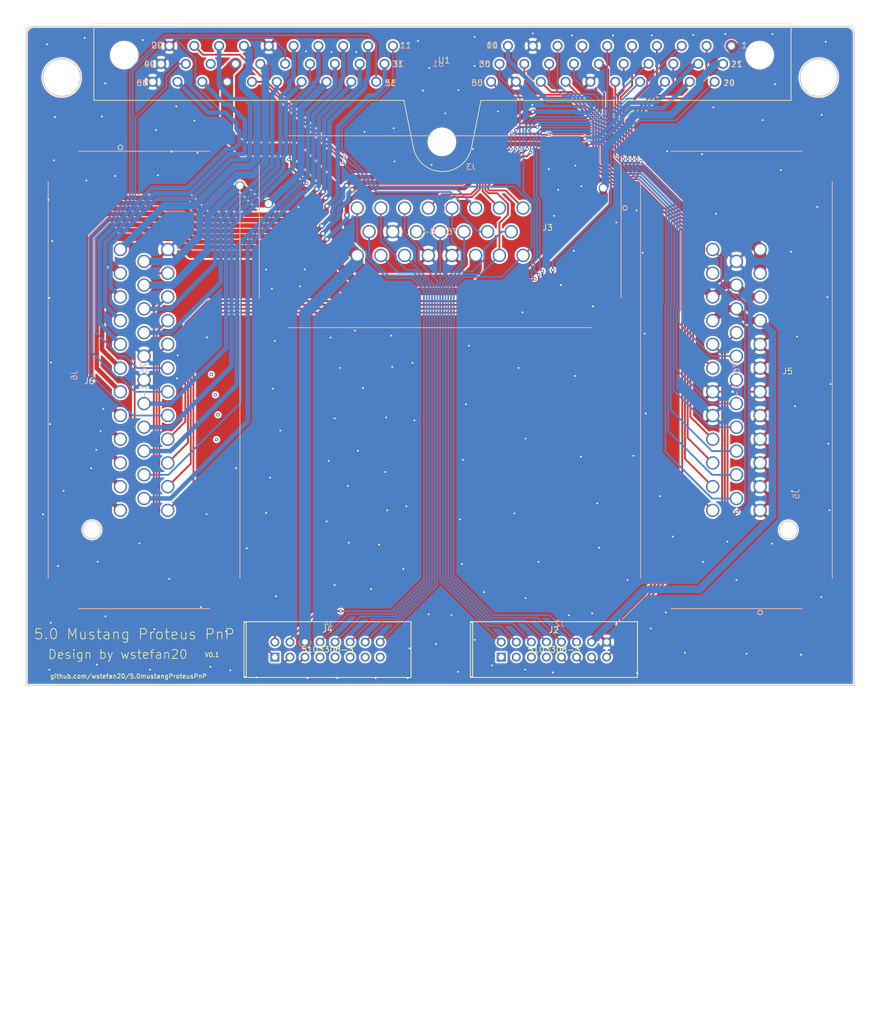
<source format=kicad_pcb>
(kicad_pcb (version 20171130) (host pcbnew "(5.1.8)-1")
  (title_block (title "134pin 7-967288-1 Breakout board") (date 2020-06-02) (rev R0.1))
  (layers (0 F.Cu signal) (31 B.Cu signal) (34 B.Paste user) (35 F.Paste user) (36 B.SilkS user) (37 F.SilkS user) (38 B.Mask user) (39 F.Mask user) (44 Edge.Cuts user))
  (net 0 "")
  (net 1 GND)
  (net 2 /ETB1-)
  (net 3 /ETB1+)
  (net 4 /IGN10)
  (net 5 /IGN9)
  (net 6 /5V_SENSE_2)
  (net 7 /12V_MR)
  (net 8 /CAN-)
  (net 9 /CAN+)
  (net 10 /AT4)
  (net 11 /AT3)
  (net 12 /VR2-)
  (net 13 /VR2+)
  (net 14 /DIGITAL_5)
  (net 15 /AV11)
  (net 16 /CAN2+)
  (net 17 /CAN2-)
  (net 18 /ETB2+)
  (net 19 /VR1-)
  (net 20 /DIGITAL_6)
  (net 21 /DIGITAL_1)
  (net 22 /ETB2-)
  (net 23 /VR1+)
  (net 24 /DIGITAL_4)
  (net 25 /DIGITAL_3)
  (net 26 /DIGITAL_2)
  (net 27 /IGN12)
  (net 28 /IGN11)
  (net 29 /KNOCK_2)
  (net 30 /KNOCK_1)
  (net 31 /5V_SENSE_1)
  (net 32 /AT2)
  (net 33 /AV8)
  (net 34 /AV6)
  (net 35 /AV4)
  (net 36 /AV2)
  (net 37 /AT1)
  (net 38 /AV9)
  (net 39 /AV7)
  (net 40 /AV5)
  (net 41 /AV3)
  (net 42 /AV1)
  (net 43 /12V)
  (net 44 /IGN1)
  (net 45 /IGN2)
  (net 46 /IGN4)
  (net 47 /IGN5)
  (net 48 /IGN6)
  (net 49 /IGN7)
  (net 50 /IGN8)
  (net 51 /LS16)
  (net 52 /IGN3)
  (net 53 /LS12)
  (net 54 /LS10)
  (net 55 /LS8)
  (net 56 /LS4)
  (net 57 /LS2)
  (net 58 /HS4)
  (net 59 /HS3)
  (net 60 /LS15)
  (net 61 /LS14)
  (net 62 /LS13)
  (net 63 /LS11)
  (net 64 /LS9)
  (net 65 /LS7)
  (net 66 /LS6)
  (net 67 /LS5)
  (net 68 /LS3)
  (net 69 /LS1)
  (net 70 /HS1)
  (net 71 /HS2)
  (module 776228-1:776228-1 (layer B.Cu) (at 179.717 93.5 180)
    (fp_text reference J3 (at 8.76738 6.92664) (layer B.SilkS) (effects (justify mirror)))
    (fp_text value 776228-1 (at 13.999998 -4) (layer B.SilkS) (effects (justify mirror)))
    (fp_text user * (at 0 0) (layer B.SilkS) (effects (justify mirror)))
    (pad 1 thru_hole circle (at 0.000001 0 180) (size 2.2606 2.2606) (drill 1.7526) (layers *.Cu *.Mask) (net 26 /DIGITAL_2))
    (pad 2 thru_hole circle (at 4 0 180) (size 2.2606 2.2606) (drill 1.7526) (layers *.Cu *.Mask) (net 25 /DIGITAL_3))
    (pad 3 thru_hole circle (at 8 0 180) (size 2.2606 2.2606) (drill 1.7526) (layers *.Cu *.Mask) (net 24 /DIGITAL_4))
    (pad 4 thru_hole circle (at 12 0 180) (size 2.2606 2.2606) (drill 1.7526) (layers *.Cu *.Mask) (net 13 /VR2+))
    (pad 5 thru_hole circle (at 15.999999 0 180) (size 2.2606 2.2606) (drill 1.7526) (layers *.Cu *.Mask) (net 23 /VR1+))
    (pad 6 thru_hole circle (at 19.999999 0 180) (size 2.2606 2.2606) (drill 1.7526) (layers *.Cu *.Mask) (net 2 /ETB1-))
    (pad 7 thru_hole circle (at 23.999998 0 180) (size 2.2606 2.2606) (drill 1.7526) (layers *.Cu *.Mask) (net 3 /ETB1+))
    (pad 8 thru_hole circle (at 27.999998 0 180) (size 2.2606 2.2606) (drill 1.7526) (layers *.Cu *.Mask) (net 22 /ETB2-))
    (pad 9 thru_hole circle (at 1.999997 -4 180) (size 2.2606 2.2606) (drill 1.7526) (layers *.Cu *.Mask) (net 14 /DIGITAL_5))
    (pad 10 thru_hole circle (at 5.999996 -4 180) (size 2.2606 2.2606) (drill 1.7526) (layers *.Cu *.Mask) (net 21 /DIGITAL_1))
    (pad 11 thru_hole circle (at 9.999996 -4 180) (size 2.2606 2.2606) (drill 1.7526) (layers *.Cu *.Mask) (net 20 /DIGITAL_6))
    (pad 12 thru_hole circle (at 13.999998 -4 180) (size 2.2606 2.2606) (drill 1.7526) (layers *.Cu *.Mask) (net 12 /VR2-))
    (pad 13 thru_hole circle (at 17.99999 -4 180) (size 2.2606 2.2606) (drill 1.7526) (layers *.Cu *.Mask) (net 19 /VR1-))
    (pad 14 thru_hole circle (at 21.999995 -4 180) (size 2.2606 2.2606) (drill 1.7526) (layers *.Cu *.Mask) (net 1 GND))
    (pad 15 thru_hole circle (at 25.999994 -4 180) (size 2.2606 2.2606) (drill 1.7526) (layers *.Cu *.Mask) (net 18 /ETB2+))
    (pad 16 thru_hole circle (at 0.000001 -7.999999 180) (size 2.2606 2.2606) (drill 1.7526) (layers *.Cu *.Mask) (net 8 /CAN-))
    (pad 17 thru_hole circle (at 4 -7.999999 180) (size 2.2606 2.2606) (drill 1.7526) (layers *.Cu *.Mask) (net 9 /CAN+))
    (pad 18 thru_hole circle (at 8 -7.999999 180) (size 2.2606 2.2606) (drill 1.7526) (layers *.Cu *.Mask) (net 7 /12V_MR))
    (pad 19 thru_hole circle (at 12 -7.999999 180) (size 2.2606 2.2606) (drill 1.7526) (layers *.Cu *.Mask) (net 1 GND))
    (pad 20 thru_hole circle (at 15.999999 -7.999999 180) (size 2.2606 2.2606) (drill 1.7526) (layers *.Cu *.Mask) (net 1 GND))
    (pad 21 thru_hole circle (at 19.999999 -7.999999 180) (size 2.2606 2.2606) (drill 1.7526) (layers *.Cu *.Mask) (net 17 /CAN2-))
    (pad 22 thru_hole circle (at 23.999998 -7.999999 180) (size 2.2606 2.2606) (drill 1.7526) (layers *.Cu *.Mask) (net 16 /CAN2+))
    (pad 23 thru_hole circle (at 27.999998 -7.999999 180) (size 2.2606 2.2606) (drill 1.7526) (layers *.Cu *.Mask) (net 7 /12V_MR))
  )
  (module 776231-2:776231-2 (layer B.Cu) (at 219.717 144.5 90)
    (fp_text reference J5 (at 2.7553 6.1144 270) (layer B.SilkS) (effects (justify mirror)))
    (fp_text value 776231-2 (at 21.999998 -4 270) (layer B.SilkS) (effects (justify mirror)))
    (fp_text user * (at 0 0 270) (layer B.SilkS) (effects (justify mirror)))
    (pad 1 thru_hole circle (at -0.000001 0 90) (size 2.2606 2.2606) (drill 1.7526) (layers *.Cu *.Mask) (net 1 GND))
    (pad 2 thru_hole circle (at 3.999999 0 90) (size 2.2606 2.2606) (drill 1.7526) (layers *.Cu *.Mask) (net 1 GND))
    (pad 3 thru_hole circle (at 7.999998 0 90) (size 2.2606 2.2606) (drill 1.7526) (layers *.Cu *.Mask) (net 1 GND))
    (pad 4 thru_hole circle (at 11.999998 0 90) (size 2.2606 2.2606) (drill 1.7526) (layers *.Cu *.Mask) (net 1 GND))
    (pad 5 thru_hole circle (at 15.999998 0 90) (size 2.2606 2.2606) (drill 1.7526) (layers *.Cu *.Mask) (net 1 GND))
    (pad 6 thru_hole circle (at 19.999997 0 90) (size 2.2606 2.2606) (drill 1.7526) (layers *.Cu *.Mask) (net 1 GND))
    (pad 7 thru_hole circle (at 23.999997 0 90) (size 2.2606 2.2606) (drill 1.7526) (layers *.Cu *.Mask) (net 1 GND))
    (pad 8 thru_hole circle (at 27.999996 0 90) (size 2.2606 2.2606) (drill 1.7526) (layers *.Cu *.Mask) (net 1 GND))
    (pad 9 thru_hole circle (at 31.999996 0 90) (size 2.2606 2.2606) (drill 1.7526) (layers *.Cu *.Mask) (net 31 /5V_SENSE_1))
    (pad 10 thru_hole circle (at 35.999996 0 90) (size 2.2606 2.2606) (drill 1.7526) (layers *.Cu *.Mask) (net 6 /5V_SENSE_2))
    (pad 11 thru_hole circle (at 39.999995 0 90) (size 2.2606 2.2606) (drill 1.7526) (layers *.Cu *.Mask) (net 43 /12V))
    (pad 12 thru_hole circle (at 43.999995 0 90) (size 2.2606 2.2606) (drill 1.7526) (layers *.Cu *.Mask) (net 43 /12V))
    (pad 13 thru_hole circle (at 2.000038 -4 90) (size 2.2606 2.2606) (drill 1.7526) (layers *.Cu *.Mask) (net 42 /AV1))
    (pad 14 thru_hole circle (at 6.00003 -4 90) (size 2.2606 2.2606) (drill 1.7526) (layers *.Cu *.Mask) (net 41 /AV3))
    (pad 15 thru_hole circle (at 10.000022 -4 90) (size 2.2606 2.2606) (drill 1.7526) (layers *.Cu *.Mask) (net 40 /AV5))
    (pad 16 thru_hole circle (at 14.025414 -4 90) (size 2.2606 2.2606) (drill 1.7526) (layers *.Cu *.Mask) (net 39 /AV7))
    (pad 17 thru_hole circle (at 18.000006 -4 90) (size 2.2606 2.2606) (drill 1.7526) (layers *.Cu *.Mask) (net 38 /AV9))
    (pad 18 thru_hole circle (at 21.999998 -4 90) (size 2.2606 2.2606) (drill 1.7526) (layers *.Cu *.Mask) (net 15 /AV11))
    (pad 19 thru_hole circle (at 25.99999 -4 90) (size 2.2606 2.2606) (drill 1.7526) (layers *.Cu *.Mask) (net 37 /AT1))
    (pad 20 thru_hole circle (at 29.974582 -4 90) (size 2.2606 2.2606) (drill 1.7526) (layers *.Cu *.Mask) (net 11 /AT3))
    (pad 21 thru_hole circle (at 33.999974 -4 90) (size 2.2606 2.2606) (drill 1.7526) (layers *.Cu *.Mask) (net 31 /5V_SENSE_1))
    (pad 22 thru_hole circle (at 37.999966 -4 90) (size 2.2606 2.2606) (drill 1.7526) (layers *.Cu *.Mask) (net 6 /5V_SENSE_2))
    (pad 23 thru_hole circle (at 41.999958 -4 90) (size 2.2606 2.2606) (drill 1.7526) (layers *.Cu *.Mask) (net 1 GND))
    (pad 24 thru_hole circle (at -0.000001 -7.999999 90) (size 2.2606 2.2606) (drill 1.7526) (layers *.Cu *.Mask) (net 36 /AV2))
    (pad 25 thru_hole circle (at 3.999999 -7.999999 90) (size 2.2606 2.2606) (drill 1.7526) (layers *.Cu *.Mask) (net 35 /AV4))
    (pad 26 thru_hole circle (at 7.999998 -7.999999 90) (size 2.2606 2.2606) (drill 1.7526) (layers *.Cu *.Mask) (net 34 /AV6))
    (pad 27 thru_hole circle (at 11.999998 -7.999999 90) (size 2.2606 2.2606) (drill 1.7526) (layers *.Cu *.Mask) (net 33 /AV8))
    (pad 28 thru_hole circle (at 15.999998 -7.999999 90) (size 2.2606 2.2606) (drill 1.7526) (layers *.Cu *.Mask) (net 1 GND))
    (pad 29 thru_hole circle (at 19.999997 -7.999999 90) (size 2.2606 2.2606) (drill 1.7526) (layers *.Cu *.Mask) (net 1 GND))
    (pad 30 thru_hole circle (at 23.999997 -7.999999 90) (size 2.2606 2.2606) (drill 1.7526) (layers *.Cu *.Mask) (net 32 /AT2))
    (pad 31 thru_hole circle (at 27.999996 -7.999999 90) (size 2.2606 2.2606) (drill 1.7526) (layers *.Cu *.Mask) (net 10 /AT4))
    (pad 32 thru_hole circle (at 31.999996 -7.999999 90) (size 2.2606 2.2606) (drill 1.7526) (layers *.Cu *.Mask) (net 31 /5V_SENSE_1))
    (pad 33 thru_hole circle (at 35.999996 -7.999999 90) (size 2.2606 2.2606) (drill 1.7526) (layers *.Cu *.Mask) (net 6 /5V_SENSE_2))
    (pad 34 thru_hole circle (at 39.999995 -7.999999 90) (size 2.2606 2.2606) (drill 1.7526) (layers *.Cu *.Mask) (net 30 /KNOCK_1))
    (pad 35 thru_hole circle (at 43.999995 -7.999999 90) (size 2.2606 2.2606) (drill 1.7526) (layers *.Cu *.Mask) (net 29 /KNOCK_2))
  )
  (module 776231-1:776231-1 (layer B.Cu) (at 111.753 100.5 270)
    (fp_text reference J6 (at 21.2168 7.78572 90) (layer B.SilkS) (effects (justify mirror)))
    (fp_text value 776231-1 (at 21.999998 -4 90) (layer B.SilkS) (effects (justify mirror)))
    (fp_text user * (at 0 0 90) (layer B.SilkS) (effects (justify mirror)))
    (pad 1 thru_hole circle (at -0.000001 0 270) (size 2.2606 2.2606) (drill 1.7526) (layers *.Cu *.Mask) (net 71 /HS2))
    (pad 2 thru_hole circle (at 3.999999 0 270) (size 2.2606 2.2606) (drill 1.7526) (layers *.Cu *.Mask) (net 70 /HS1))
    (pad 3 thru_hole circle (at 7.999998 0 270) (size 2.2606 2.2606) (drill 1.7526) (layers *.Cu *.Mask) (net 69 /LS1))
    (pad 4 thru_hole circle (at 11.999998 0 270) (size 2.2606 2.2606) (drill 1.7526) (layers *.Cu *.Mask) (net 68 /LS3))
    (pad 5 thru_hole circle (at 15.999998 0 270) (size 2.2606 2.2606) (drill 1.7526) (layers *.Cu *.Mask) (net 67 /LS5))
    (pad 6 thru_hole circle (at 19.999997 0 270) (size 2.2606 2.2606) (drill 1.7526) (layers *.Cu *.Mask) (net 66 /LS6))
    (pad 7 thru_hole circle (at 23.999997 0 270) (size 2.2606 2.2606) (drill 1.7526) (layers *.Cu *.Mask) (net 65 /LS7))
    (pad 8 thru_hole circle (at 27.999996 0 270) (size 2.2606 2.2606) (drill 1.7526) (layers *.Cu *.Mask) (net 64 /LS9))
    (pad 9 thru_hole circle (at 31.999996 0 270) (size 2.2606 2.2606) (drill 1.7526) (layers *.Cu *.Mask) (net 63 /LS11))
    (pad 10 thru_hole circle (at 35.999996 0 270) (size 2.2606 2.2606) (drill 1.7526) (layers *.Cu *.Mask) (net 62 /LS13))
    (pad 11 thru_hole circle (at 39.999995 0 270) (size 2.2606 2.2606) (drill 1.7526) (layers *.Cu *.Mask) (net 61 /LS14))
    (pad 12 thru_hole circle (at 43.999995 0 270) (size 2.2606 2.2606) (drill 1.7526) (layers *.Cu *.Mask) (net 60 /LS15))
    (pad 13 thru_hole circle (at 2.000038 -4 270) (size 2.2606 2.2606) (drill 1.7526) (layers *.Cu *.Mask) (net 59 /HS3))
    (pad 14 thru_hole circle (at 6.00003 -4 270) (size 2.2606 2.2606) (drill 1.7526) (layers *.Cu *.Mask) (net 58 /HS4))
    (pad 15 thru_hole circle (at 10.000022 -4 270) (size 2.2606 2.2606) (drill 1.7526) (layers *.Cu *.Mask) (net 57 /LS2))
    (pad 16 thru_hole circle (at 14.025414 -4 270) (size 2.2606 2.2606) (drill 1.7526) (layers *.Cu *.Mask) (net 56 /LS4))
    (pad 17 thru_hole circle (at 18.000006 -4 270) (size 2.2606 2.2606) (drill 1.7526) (layers *.Cu *.Mask) (net 1 GND))
    (pad 18 thru_hole circle (at 21.999998 -4 270) (size 2.2606 2.2606) (drill 1.7526) (layers *.Cu *.Mask) (net 1 GND))
    (pad 19 thru_hole circle (at 25.99999 -4 270) (size 2.2606 2.2606) (drill 1.7526) (layers *.Cu *.Mask) (net 55 /LS8))
    (pad 20 thru_hole circle (at 29.974582 -4 270) (size 2.2606 2.2606) (drill 1.7526) (layers *.Cu *.Mask) (net 54 /LS10))
    (pad 21 thru_hole circle (at 33.999974 -4 270) (size 2.2606 2.2606) (drill 1.7526) (layers *.Cu *.Mask) (net 53 /LS12))
    (pad 22 thru_hole circle (at 37.999966 -4 270) (size 2.2606 2.2606) (drill 1.7526) (layers *.Cu *.Mask) (net 52 /IGN3))
    (pad 23 thru_hole circle (at 41.999958 -4 270) (size 2.2606 2.2606) (drill 1.7526) (layers *.Cu *.Mask) (net 51 /LS16))
    (pad 24 thru_hole circle (at -0.000001 -7.999999 270) (size 2.2606 2.2606) (drill 1.7526) (layers *.Cu *.Mask) (net 1 GND))
    (pad 25 thru_hole circle (at 3.999999 -7.999999 270) (size 2.2606 2.2606) (drill 1.7526) (layers *.Cu *.Mask) (net 27 /IGN12))
    (pad 26 thru_hole circle (at 7.999998 -7.999999 270) (size 2.2606 2.2606) (drill 1.7526) (layers *.Cu *.Mask) (net 28 /IGN11))
    (pad 27 thru_hole circle (at 11.999998 -7.999999 270) (size 2.2606 2.2606) (drill 1.7526) (layers *.Cu *.Mask) (net 4 /IGN10))
    (pad 28 thru_hole circle (at 15.999998 -7.999999 270) (size 2.2606 2.2606) (drill 1.7526) (layers *.Cu *.Mask) (net 5 /IGN9))
    (pad 29 thru_hole circle (at 19.999997 -7.999999 270) (size 2.2606 2.2606) (drill 1.7526) (layers *.Cu *.Mask) (net 50 /IGN8))
    (pad 30 thru_hole circle (at 23.999997 -7.999999 270) (size 2.2606 2.2606) (drill 1.7526) (layers *.Cu *.Mask) (net 49 /IGN7))
    (pad 31 thru_hole circle (at 27.999996 -7.999999 270) (size 2.2606 2.2606) (drill 1.7526) (layers *.Cu *.Mask) (net 48 /IGN6))
    (pad 32 thru_hole circle (at 31.999996 -7.999999 270) (size 2.2606 2.2606) (drill 1.7526) (layers *.Cu *.Mask) (net 47 /IGN5))
    (pad 33 thru_hole circle (at 35.999996 -7.999999 270) (size 2.2606 2.2606) (drill 1.7526) (layers *.Cu *.Mask) (net 46 /IGN4))
    (pad 34 thru_hole circle (at 39.999995 -7.999999 270) (size 2.2606 2.2606) (drill 1.7526) (layers *.Cu *.Mask) (net 45 /IGN2))
    (pad 35 thru_hole circle (at 43.999995 -7.999999 270) (size 2.2606 2.2606) (drill 1.7526) (layers *.Cu *.Mask) (net 44 /IGN1))
  )
  (module FORD60PIN:FORD60PIN (layer F.Cu) (at 117.1956 72.2122)
    (fp_text reference U1 (at 49.20234 -3.6322) (layer F.SilkS) (effects (font (size 1.016 1.016) (thickness 0.13))))
    (fp_text value FORD60PIN)
    (pad 60 thru_hole circle (at 0 0) (size 1.7145 1.7145) (drill 1.143) (layers *.Cu *.Mask) (net 1 GND))
    (pad 59 thru_hole circle (at 4.1908 0) (size 1.7145 1.7145) (drill 1.143) (layers *.Cu *.Mask) (net 67 /LS5))
    (pad 58 thru_hole circle (at 8.3816 0) (size 1.7145 1.7145) (drill 1.143) (layers *.Cu *.Mask) (net 68 /LS3))
    (pad 57 thru_hole circle (at 12.5724 0) (size 1.7145 1.7145) (drill 1.143) (layers *.Cu *.Mask) (net 7 /12V_MR))
    (pad 56 thru_hole circle (at 16.7632 0) (size 1.7145 1.7145) (drill 1.143) (layers *.Cu *.Mask) (net 21 /DIGITAL_1))
    (pad 55 thru_hole circle (at 20.954 0) (size 1.7145 1.7145) (drill 1.143) (layers *.Cu *.Mask) (net 57 /LS2))
    (pad 54 thru_hole circle (at 25.1448 0) (size 1.7145 1.7145) (drill 1.143) (layers *.Cu *.Mask) (net 55 /LS8))
    (pad 53 thru_hole circle (at 29.3356 0) (size 1.7145 1.7145) (drill 1.143) (layers *.Cu *.Mask) (net 58 /HS4))
    (pad 52 thru_hole circle (at 33.5264 0) (size 1.7145 1.7145) (drill 1.143) (layers *.Cu *.Mask) (net 60 /LS15))
    (pad 51 thru_hole circle (at 37.7172 0) (size 1.7145 1.7145) (drill 1.143) (layers *.Cu *.Mask) (net 48 /IGN6))
    (pad 40 thru_hole circle (at 1.416 -3.025) (size 1.7145 1.7145) (drill 1.143) (layers *.Cu *.Mask) (net 1 GND))
    (pad 39 thru_hole circle (at 5.6068 -3.025) (size 1.7145 1.7145) (drill 1.143) (layers *.Cu *.Mask) (net 50 /IGN8))
    (pad 38 thru_hole circle (at 9.7976 -3.025) (size 1.7145 1.7145) (drill 1.143) (layers *.Cu *.Mask))
    (pad 37 thru_hole circle (at 13.9884 -3.025) (size 1.7145 1.7145) (drill 1.143) (layers *.Cu *.Mask) (net 7 /12V_MR))
    (pad 36 thru_hole circle (at 18.1792 -3.025) (size 1.7145 1.7145) (drill 1.143) (layers *.Cu *.Mask) (net 59 /HS3))
    (pad 35 thru_hole circle (at 22.37 -3.025) (size 1.7145 1.7145) (drill 1.143) (layers *.Cu *.Mask) (net 49 /IGN7))
    (pad 34 thru_hole circle (at 26.5608 -3.025) (size 1.7145 1.7145) (drill 1.143) (layers *.Cu *.Mask) (net 52 /IGN3))
    (pad 33 thru_hole circle (at 30.7516 -3.025) (size 1.7145 1.7145) (drill 1.143) (layers *.Cu *.Mask) (net 53 /LS12))
    (pad 32 thru_hole circle (at 34.9424 -3.025) (size 1.7145 1.7145) (drill 1.143) (layers *.Cu *.Mask) (net 61 /LS14))
    (pad 31 thru_hole circle (at 39.1332 -3.025) (size 1.7145 1.7145) (drill 1.143) (layers *.Cu *.Mask) (net 63 /LS11))
    (pad 20 thru_hole circle (at 2.832 -6.05) (size 1.7145 1.7145) (drill 1.143) (layers *.Cu *.Mask) (net 1 GND))
    (pad 19 thru_hole circle (at 7.0228 -6.05) (size 1.7145 1.7145) (drill 1.143) (layers *.Cu *.Mask) (net 24 /DIGITAL_4))
    (pad 18 thru_hole circle (at 11.2136 -6.05) (size 1.7145 1.7145) (drill 1.143) (layers *.Cu *.Mask) (net 69 /LS1))
    (pad 17 thru_hole circle (at 15.4044 -6.05) (size 1.7145 1.7145) (drill 1.143) (layers *.Cu *.Mask) (net 71 /HS2))
    (pad 16 thru_hole circle (at 19.5952 -6.05) (size 1.7145 1.7145) (drill 1.143) (layers *.Cu *.Mask) (net 1 GND))
    (pad 15 thru_hole circle (at 23.786 -6.05) (size 1.7145 1.7145) (drill 1.143) (layers *.Cu *.Mask) (net 56 /LS4))
    (pad 14 thru_hole circle (at 27.9768 -6.05) (size 1.7145 1.7145) (drill 1.143) (layers *.Cu *.Mask) (net 54 /LS10))
    (pad 13 thru_hole circle (at 32.1676 -6.05) (size 1.7145 1.7145) (drill 1.143) (layers *.Cu *.Mask) (net 51 /LS16))
    (pad 12 thru_hole circle (at 36.3584 -6.05) (size 1.7145 1.7145) (drill 1.143) (layers *.Cu *.Mask) (net 62 /LS13))
    (pad 11 thru_hole circle (at 40.5492 -6.05) (size 1.7145 1.7145) (drill 1.143) (layers *.Cu *.Mask) (net 8 /CAN-))
    (pad 50 thru_hole circle (at 57.1212 0) (size 1.7145 1.7145) (drill 1.143) (layers *.Cu *.Mask) (net 36 /AV2))
    (pad 49 thru_hole circle (at 61.312 0) (size 1.7145 1.7145) (drill 1.143) (layers *.Cu *.Mask) (net 1 GND))
    (pad 48 thru_hole circle (at 65.5028 0) (size 1.7145 1.7145) (drill 1.143) (layers *.Cu *.Mask) (net 34 /AV6))
    (pad 47 thru_hole circle (at 69.6936 0) (size 1.7145 1.7145) (drill 1.143) (layers *.Cu *.Mask) (net 33 /AV8))
    (pad 46 thru_hole circle (at 73.8844 0) (size 1.7145 1.7145) (drill 1.143) (layers *.Cu *.Mask) (net 1 GND))
    (pad 45 thru_hole circle (at 78.0752 0) (size 1.7145 1.7145) (drill 1.143) (layers *.Cu *.Mask) (net 42 /AV1))
    (pad 44 thru_hole circle (at 82.266 0) (size 1.7145 1.7145) (drill 1.143) (layers *.Cu *.Mask) (net 45 /IGN2))
    (pad 43 thru_hole circle (at 86.4568 0) (size 1.7145 1.7145) (drill 1.143) (layers *.Cu *.Mask) (net 39 /AV7))
    (pad 42 thru_hole circle (at 90.6476 0) (size 1.7145 1.7145) (drill 1.143) (layers *.Cu *.Mask) (net 66 /LS6))
    (pad 41 thru_hole circle (at 94.8384 0) (size 1.7145 1.7145) (drill 1.143) (layers *.Cu *.Mask) (net 44 /IGN1))
    (pad 30 thru_hole circle (at 58.5372 -3.025) (size 1.7145 1.7145) (drill 1.143) (layers *.Cu *.Mask) (net 25 /DIGITAL_3))
    (pad 29 thru_hole circle (at 62.728 -3.025) (size 1.7145 1.7145) (drill 1.143) (layers *.Cu *.Mask) (net 35 /AV4))
    (pad 28 thru_hole circle (at 66.9188 -3.025) (size 1.7145 1.7145) (drill 1.143) (layers *.Cu *.Mask) (net 47 /IGN5))
    (pad 27 thru_hole circle (at 71.1096 -3.025) (size 1.7145 1.7145) (drill 1.143) (layers *.Cu *.Mask) (net 26 /DIGITAL_2))
    (pad 26 thru_hole circle (at 75.3004 -3.025) (size 1.7145 1.7145) (drill 1.143) (layers *.Cu *.Mask) (net 6 /5V_SENSE_2))
    (pad 25 thru_hole circle (at 79.4912 -3.025) (size 1.7145 1.7145) (drill 1.143) (layers *.Cu *.Mask) (net 37 /AT1))
    (pad 24 thru_hole circle (at 83.682 -3.025) (size 1.7145 1.7145) (drill 1.143) (layers *.Cu *.Mask) (net 46 /IGN4))
    (pad 23 thru_hole circle (at 87.8728 -3.025) (size 1.7145 1.7145) (drill 1.143) (layers *.Cu *.Mask) (net 38 /AV9))
    (pad 22 thru_hole circle (at 92.0636 -3.025) (size 1.7145 1.7145) (drill 1.143) (layers *.Cu *.Mask) (net 65 /LS7))
    (pad 21 thru_hole circle (at 96.2544 -3.025) (size 1.7145 1.7145) (drill 1.143) (layers *.Cu *.Mask) (net 70 /HS1))
    (pad 10 thru_hole circle (at 59.9532 -6.05) (size 1.7145 1.7145) (drill 1.143) (layers *.Cu *.Mask) (net 64 /LS9))
    (pad 9 thru_hole circle (at 64.144 -6.05) (size 1.7145 1.7145) (drill 1.143) (layers *.Cu *.Mask) (net 1 GND))
    (pad 8 thru_hole circle (at 68.3348 -6.05) (size 1.7145 1.7145) (drill 1.143) (layers *.Cu *.Mask) (net 9 /CAN+))
    (pad 7 thru_hole circle (at 72.5256 -6.05) (size 1.7145 1.7145) (drill 1.143) (layers *.Cu *.Mask) (net 32 /AT2))
    (pad 6 thru_hole circle (at 76.7164 -6.05) (size 1.7145 1.7145) (drill 1.143) (layers *.Cu *.Mask) (net 19 /VR1-))
    (pad 5 thru_hole circle (at 80.9072 -6.05) (size 1.7145 1.7145) (drill 1.143) (layers *.Cu *.Mask) (net 41 /AV3))
    (pad 4 thru_hole circle (at 85.098 -6.05) (size 1.7145 1.7145) (drill 1.143) (layers *.Cu *.Mask) (net 40 /AV5))
    (pad 3 thru_hole circle (at 89.2888 -6.05) (size 1.7145 1.7145) (drill 1.143) (layers *.Cu *.Mask) (net 23 /VR1+))
    (pad 2 thru_hole circle (at 93.4796 -6.05) (size 1.7145 1.7145) (drill 1.143) (layers *.Cu *.Mask) (net 30 /KNOCK_1))
    (pad 1 thru_hole circle (at 97.6704 -6.05) (size 1.7145 1.7145) (drill 1.143) (layers *.Cu *.Mask) (net 43 /12V))
    (pad None np_thru_hole circle (at -4.795 -4.5) (size 4.25 4.25) (drill 4.25) (layers *.Cu *.Mask))
    (pad None np_thru_hole circle (at 102.448 -4.5) (size 4.25 4.25) (drill 4.25) (layers *.Cu *.Mask))
    (pad None np_thru_hole circle (at 48.8272 10.14) (size 4.25 4.25) (drill 4.25) (layers *.Cu *.Mask))
  )
  (module 51033083:5103308-3 (layer F.Cu) (at 137.82341 169.25036)
    (fp_text reference J4 (at 8.87937 -4.6736) (layer F.SilkS))
    (fp_text value 5103308-3 (at 8.89 -1.27) (layer F.SilkS))
    (fp_text user * (at 0 0) (layer F.SilkS))
    (pad 1 thru_hole rect (at 0 0) (size 1.524 1.524) (drill 0.9652) (layers *.Cu *.Mask) (net 4 /IGN10))
    (pad 2 thru_hole circle (at 0 -2.54) (size 1.524 1.524) (drill 0.9652) (layers *.Cu *.Mask) (net 5 /IGN9))
    (pad 3 thru_hole circle (at 2.54 0) (size 1.524 1.524) (drill 0.9652) (layers *.Cu *.Mask) (net 28 /IGN11))
    (pad 4 thru_hole circle (at 2.54 -2.54) (size 1.524 1.524) (drill 0.9652) (layers *.Cu *.Mask) (net 22 /ETB2-))
    (pad 5 thru_hole circle (at 5.08 0) (size 1.524 1.524) (drill 0.9652) (layers *.Cu *.Mask) (net 27 /IGN12))
    (pad 6 thru_hole circle (at 5.08 -2.54) (size 1.524 1.524) (drill 0.9652) (layers *.Cu *.Mask) (net 7 /12V_MR))
    (pad 7 thru_hole circle (at 7.62 0) (size 1.524 1.524) (drill 0.9652) (layers *.Cu *.Mask))
    (pad 8 thru_hole circle (at 7.62 -2.54) (size 1.524 1.524) (drill 0.9652) (layers *.Cu *.Mask) (net 18 /ETB2+))
    (pad 9 thru_hole circle (at 10.16 0) (size 1.524 1.524) (drill 0.9652) (layers *.Cu *.Mask))
    (pad 10 thru_hole circle (at 10.16 -2.54) (size 1.524 1.524) (drill 0.9652) (layers *.Cu *.Mask) (net 16 /CAN2+))
    (pad 11 thru_hole circle (at 12.7 0) (size 1.524 1.524) (drill 0.9652) (layers *.Cu *.Mask))
    (pad 12 thru_hole circle (at 12.7 -2.54) (size 1.524 1.524) (drill 0.9652) (layers *.Cu *.Mask) (net 3 /ETB1+))
    (pad 13 thru_hole circle (at 15.24 0) (size 1.524 1.524) (drill 0.9652) (layers *.Cu *.Mask))
    (pad 14 thru_hole circle (at 15.24 -2.54) (size 1.524 1.524) (drill 0.9652) (layers *.Cu *.Mask) (net 17 /CAN2-))
    (pad 15 thru_hole circle (at 17.78 0) (size 1.524 1.524) (drill 0.9652) (layers *.Cu *.Mask))
    (pad 16 thru_hole circle (at 17.78 -2.54) (size 1.524 1.524) (drill 0.9652) (layers *.Cu *.Mask) (net 2 /ETB1-))
  )
  (module 51033083:5103308-3 (layer F.Cu) (at 176.03 169.25036)
    (fp_text reference J2 (at 8.85406 -4.5593) (layer F.SilkS))
    (fp_text value 5103308-3 (at 8.89 -1.27) (layer F.SilkS))
    (fp_text user * (at 0 0) (layer F.SilkS))
    (pad 1 thru_hole rect (at 0 0) (size 1.524 1.524) (drill 0.9652) (layers *.Cu *.Mask))
    (pad 2 thru_hole circle (at 0 -2.54) (size 1.524 1.524) (drill 0.9652) (layers *.Cu *.Mask) (net 12 /VR2-))
    (pad 3 thru_hole circle (at 2.54 0) (size 1.524 1.524) (drill 0.9652) (layers *.Cu *.Mask))
    (pad 4 thru_hole circle (at 2.54 -2.54) (size 1.524 1.524) (drill 0.9652) (layers *.Cu *.Mask) (net 13 /VR2+))
    (pad 5 thru_hole circle (at 5.08 0) (size 1.524 1.524) (drill 0.9652) (layers *.Cu *.Mask))
    (pad 6 thru_hole circle (at 5.08 -2.54) (size 1.524 1.524) (drill 0.9652) (layers *.Cu *.Mask) (net 20 /DIGITAL_6))
    (pad 7 thru_hole circle (at 7.62 0) (size 1.524 1.524) (drill 0.9652) (layers *.Cu *.Mask))
    (pad 8 thru_hole circle (at 7.62 -2.54) (size 1.524 1.524) (drill 0.9652) (layers *.Cu *.Mask) (net 14 /DIGITAL_5))
    (pad 9 thru_hole circle (at 10.16 0) (size 1.524 1.524) (drill 0.9652) (layers *.Cu *.Mask) (net 29 /KNOCK_2))
    (pad 10 thru_hole circle (at 10.16 -2.54) (size 1.524 1.524) (drill 0.9652) (layers *.Cu *.Mask) (net 9 /CAN+))
    (pad 11 thru_hole circle (at 12.7 0) (size 1.524 1.524) (drill 0.9652) (layers *.Cu *.Mask) (net 15 /AV11))
    (pad 12 thru_hole circle (at 12.7 -2.54) (size 1.524 1.524) (drill 0.9652) (layers *.Cu *.Mask) (net 8 /CAN-))
    (pad 13 thru_hole circle (at 15.24 0) (size 1.524 1.524) (drill 0.9652) (layers *.Cu *.Mask) (net 11 /AT3))
    (pad 14 thru_hole circle (at 15.24 -2.54) (size 1.524 1.524) (drill 0.9652) (layers *.Cu *.Mask) (net 31 /5V_SENSE_1))
    (pad 15 thru_hole circle (at 17.78 0) (size 1.524 1.524) (drill 0.9652) (layers *.Cu *.Mask) (net 10 /AT4))
    (pad 16 thru_hole circle (at 17.78 -2.54) (size 1.524 1.524) (drill 0.9652) (layers *.Cu *.Mask) (net 1 GND))
  )
  (gr_text "5.0 Mustang Proteus PnP" (at 114.09934 165.3794) (layer F.SilkS) (effects (font (size 1.75 1.75) (thickness 0.13))))
  (gr_text V0.1 (at 127.23876 168.8719) (layer F.SilkS) (effects (font (size 0.75 0.75) (thickness 0.13))))
  (gr_text github.com/wstefan20/5.0mustangProteusPnP (at 113.11636 172.47362) (layer F.SilkS) (effects (font (size 0.75 0.75) (thickness 0.13))))
  (gr_text "Design by wstefan20" (at 111.32058 168.78554) (layer F.SilkS) (effects (font (size 1.5 1.5) (thickness 0.13))))
  (gr_text J3 (at 183.85028 96.82226) (layer F.SilkS) (effects (font (size 1.016 1.016) (thickness 0.13))))
  (gr_text J6 (at 106.5022 122.69978) (layer F.SilkS) (effects (font (size 1.016 1.016) (thickness 0.13))))
  (gr_text J5 (at 224.36074 121.0437) (layer F.SilkS) (effects (font (size 1.016 1.016) (thickness 0.13))))
  (gr_text J2 (at 185.88482 163.5887) (layer B.SilkS) (effects (font (size 1.016 1.016) (thickness 0.13)) (justify mirror)))
  (gr_text J4 (at 146.88312 163.65728) (layer B.SilkS) (effects (font (size 1.016 1.016) (thickness 0.13)) (justify mirror)))
  (gr_text U1 (at 165.3921 69.1642) (layer B.SilkS) (effects (font (size 1.016 1.016) (thickness 0.13)) (justify mirror)))
  (gr_line (start 95.885 174) (end 95.885 64.135) (layer Edge.Cuts) (width 0.2))
  (gr_line (start 235.585 174) (end 95.885 174) (layer Edge.Cuts) (width 0.2))
  (gr_circle (center 224.4699 147.7949) (end 225.9939 147.7949) (layer Edge.Cuts) (width 0.2))
  (gr_circle (center 106.9568 147.77212) (end 108.4808 147.77212) (layer Edge.Cuts) (width 0.2))
  (gr_line (start 235.585 64.135) (end 235.585 174) (layer Edge.Cuts) (width 0.2))
  (gr_circle (center 229.616 71.501) (end 232.791 71.501) (layer Edge.Cuts) (width 0.2))
  (gr_circle (center 101.854 71.501) (end 105.029 71.501) (layer Edge.Cuts) (width 0.2))
  (gr_arc (start 234.315 64.135) (end 235.585 64.135) (angle -90) (layer Edge.Cuts) (width 0.2))
  (gr_arc (start 97.155 64.135) (end 97.155 62.865) (angle -90) (layer Edge.Cuts) (width 0.2))
  (gr_line (start 234.315 62.865) (end 97.155 62.865) (layer Edge.Cuts) (width 0.2))
  (gr_text 60 (at 115.4303 72.4154) (layer B.SilkS) (effects (font (size 1.016 1.016) (thickness 0.13)) (justify mirror)))
  (gr_text 60 (at 115.4303 72.4154) (layer F.SilkS) (effects (font (size 1.016 1.016) (thickness 0.13))))
  (gr_text 1 (at 217.0303 66.0654) (layer B.SilkS) (effects (font (size 1.016 1.016) (thickness 0.13)) (justify mirror)))
  (gr_text 21 (at 215.7603 69.2404) (layer B.SilkS) (effects (font (size 1.016 1.016) (thickness 0.13)) (justify mirror)))
  (gr_text 10 (at 174.4853 66.0654) (layer B.SilkS) (effects (font (size 1.016 1.016) (thickness 0.13)) (justify mirror)))
  (gr_text 30 (at 173.2153 69.2404) (layer B.SilkS) (effects (font (size 1.016 1.016) (thickness 0.13)) (justify mirror)))
  (gr_text 50 (at 171.9453 72.4154) (layer B.SilkS) (effects (font (size 1.016 1.016) (thickness 0.13)) (justify mirror)))
  (gr_text 11 (at 159.8803 66.0654) (layer B.SilkS) (effects (font (size 1.016 1.016) (thickness 0.13)) (justify mirror)))
  (gr_text 31 (at 158.6103 69.2404) (layer B.SilkS) (effects (font (size 1.016 1.016) (thickness 0.13)) (justify mirror)))
  (gr_text 41 (at 214.4903 72.4154) (layer B.SilkS) (effects (font (size 1.016 1.016) (thickness 0.13)) (justify mirror)))
  (gr_text 51 (at 157.3403 72.4154) (layer B.SilkS) (effects (font (size 1.016 1.016) (thickness 0.13)) (justify mirror)))
  (gr_text 40 (at 116.7003 69.2404) (layer B.SilkS) (effects (font (size 1.016 1.016) (thickness 0.13)) (justify mirror)))
  (gr_text 20 (at 117.9703 66.0654) (layer B.SilkS) (effects (font (size 1.016 1.016) (thickness 0.13)) (justify mirror)))
  (gr_text 30 (at 173.2153 69.2404) (layer F.SilkS) (effects (font (size 1.016 1.016) (thickness 0.13))))
  (gr_text 1 (at 217.0303 66.0654) (layer F.SilkS) (effects (font (size 1.016 1.016) (thickness 0.13))))
  (gr_text 21 (at 215.7603 69.2404) (layer F.SilkS) (effects (font (size 1.016 1.016) (thickness 0.13))))
  (gr_text 10 (at 174.4853 66.0654) (layer F.SilkS) (effects (font (size 1.016 1.016) (thickness 0.13))))
  (gr_text 50 (at 171.9453 72.4154) (layer F.SilkS) (effects (font (size 1.016 1.016) (thickness 0.13))))
  (gr_text 11 (at 159.8803 66.0654) (layer F.SilkS) (effects (font (size 1.016 1.016) (thickness 0.13))))
  (gr_text 31 (at 158.6103 69.2404) (layer F.SilkS) (effects (font (size 1.016 1.016) (thickness 0.13))))
  (gr_text 20 (at 117.9703 66.0654) (layer F.SilkS) (effects (font (size 1.016 1.016) (thickness 0.13))))
  (gr_text 40 (at 116.7003 69.2404) (layer F.SilkS) (effects (font (size 1.016 1.016) (thickness 0.13))))
  (gr_text 20 (at 214.4903 72.4154) (layer F.SilkS) (effects (font (size 1.016 1.016) (thickness 0.13))))
  (gr_text 51 (at 157.3403 72.4154) (layer F.SilkS) (effects (font (size 1.016 1.016) (thickness 0.13))))
  (via (at 127.98806 132.56006) (size 0.6) (drill 0.3) (layers F.Cu B.Cu) (net 0))
  (via (at 128.2319 128.37668) (size 0.6) (drill 0.3) (layers F.Cu B.Cu) (net 0))
  (via (at 127.79502 125.02134) (size 0.6) (drill 0.3) (layers F.Cu B.Cu) (net 0))
  (via (at 127.1143 121.56694) (size 0.6) (drill 0.3) (layers F.Cu B.Cu) (net 0))
  (via (at 131.28752 137.3886) (size 0.6) (drill 0.3) (layers F.Cu B.Cu) (net 1))
  (via (at 126.29896 145.14322) (size 0.6) (drill 0.3) (layers F.Cu B.Cu) (net 1))
  (via (at 137.03554 138.98118) (size 0.6) (drill 0.3) (layers F.Cu B.Cu) (net 1))
  (via (at 136.34212 144.93494) (size 0.6) (drill 0.3) (layers F.Cu B.Cu) (net 1))
  (via (at 133.08584 150.89124) (size 0.6) (drill 0.3) (layers F.Cu B.Cu) (net 1))
  (via (at 138.00328 158.99384) (size 0.6) (drill 0.3) (layers F.Cu B.Cu) (net 1))
  (via (at 138.73988 131.03098) (size 0.6) (drill 0.3) (layers F.Cu B.Cu) (net 1))
  (via (at 137.47496 123.96724) (size 0.6) (drill 0.3) (layers F.Cu B.Cu) (net 1))
  (via (at 137.8077 115.90528) (size 0.6) (drill 0.3) (layers F.Cu B.Cu) (net 1))
  (via (at 126.3396 115.32362) (size 0.6) (drill 0.3) (layers F.Cu B.Cu) (net 1))
  (via (at 148.86178 107.76204) (size 0.6) (drill 0.3) (layers F.Cu B.Cu) (net 1))
  (via (at 147.23872 115.36172) (size 0.6) (drill 0.3) (layers F.Cu B.Cu) (net 1))
  (via (at 151.32812 114.16792) (size 0.6) (drill 0.3) (layers F.Cu B.Cu) (net 1))
  (via (at 157.45968 115.02136) (size 0.6) (drill 0.3) (layers F.Cu B.Cu) (net 1))
  (via (at 157.6324 120.30202) (size 0.6) (drill 0.3) (layers F.Cu B.Cu) (net 1))
  (via (at 148.77288 120.4722) (size 0.6) (drill 0.3) (layers F.Cu B.Cu) (net 1))
  (via (at 152.68956 123.87834) (size 0.6) (drill 0.3) (layers F.Cu B.Cu) (net 1))
  (via (at 147.91944 128.99136) (size 0.6) (drill 0.3) (layers F.Cu B.Cu) (net 1))
  (via (at 156.60878 128.81864) (size 0.6) (drill 0.3) (layers F.Cu B.Cu) (net 1))
  (via (at 146.89836 136.14654) (size 0.6) (drill 0.3) (layers F.Cu B.Cu) (net 1))
  (via (at 151.83866 134.4422) (size 0.6) (drill 0.3) (layers F.Cu B.Cu) (net 1))
  (via (at 156.4386 138.01852) (size 0.6) (drill 0.3) (layers F.Cu B.Cu) (net 1))
  (via (at 156.77896 144.49298) (size 0.6) (drill 0.3) (layers F.Cu B.Cu) (net 1))
  (via (at 150.13432 140.40358) (size 0.6) (drill 0.3) (layers F.Cu B.Cu) (net 1))
  (via (at 146.558 146.3675) (size 0.6) (drill 0.3) (layers F.Cu B.Cu) (net 1))
  (via (at 150.3045 149.94382) (size 0.6) (drill 0.3) (layers F.Cu B.Cu) (net 1))
  (via (at 155.41752 150.28672) (size 0.6) (drill 0.3) (layers F.Cu B.Cu) (net 1))
  (via (at 147.91944 157.099) (size 0.6) (drill 0.3) (layers F.Cu B.Cu) (net 1))
  (via (at 154.05354 157.78226) (size 0.6) (drill 0.3) (layers F.Cu B.Cu) (net 1))
  (via (at 159.50438 154.37358) (size 0.6) (drill 0.3) (layers F.Cu B.Cu) (net 1))
  (via (at 160.01746 143.81226) (size 0.6) (drill 0.3) (layers F.Cu B.Cu) (net 1))
  (via (at 161.3789 129.33172) (size 0.6) (drill 0.3) (layers F.Cu B.Cu) (net 1))
  (via (at 161.03854 119.6213) (size 0.6) (drill 0.3) (layers F.Cu B.Cu) (net 1))
  (via (at 170.57878 116.72316) (size 0.6) (drill 0.3) (layers F.Cu B.Cu) (net 1))
  (via (at 170.06824 126.6063) (size 0.6) (drill 0.3) (layers F.Cu B.Cu) (net 1))
  (via (at 169.5577 135.97382) (size 0.6) (drill 0.3) (layers F.Cu B.Cu) (net 1))
  (via (at 169.04462 146.02714) (size 0.6) (drill 0.3) (layers F.Cu B.Cu) (net 1))
  (via (at 169.38498 153.52268) (size 0.6) (drill 0.3) (layers F.Cu B.Cu) (net 1))
  (via (at 173.13402 158.2928) (size 0.6) (drill 0.3) (layers F.Cu B.Cu) (net 1))
  (via (at 180.11902 159.31388) (size 0.6) (drill 0.3) (layers F.Cu B.Cu) (net 1))
  (via (at 187.44438 162.21202) (size 0.6) (drill 0.3) (layers F.Cu B.Cu) (net 1))
  (via (at 191.3636 161.86912) (size 0.6) (drill 0.3) (layers F.Cu B.Cu) (net 1))
  (via (at 197.32498 156.2481) (size 0.6) (drill 0.3) (layers F.Cu B.Cu) (net 1))
  (via (at 204.99324 148.92274) (size 0.6) (drill 0.3) (layers F.Cu B.Cu) (net 1))
  (via (at 214.19058 149.77364) (size 0.6) (drill 0.3) (layers F.Cu B.Cu) (net 1))
  (via (at 210.10372 153.18232) (size 0.6) (drill 0.3) (layers F.Cu B.Cu) (net 1))
  (via (at 182.3339 153.18232) (size 0.6) (drill 0.3) (layers F.Cu B.Cu) (net 1))
  (via (at 192.55486 150.79726) (size 0.6) (drill 0.3) (layers F.Cu B.Cu) (net 1))
  (via (at 178.2445 145.00352) (size 0.6) (drill 0.3) (layers F.Cu B.Cu) (net 1))
  (via (at 192.2145 143.30172) (size 0.6) (drill 0.3) (layers F.Cu B.Cu) (net 1))
  (via (at 198.3486 135.2931) (size 0.6) (drill 0.3) (layers F.Cu B.Cu) (net 1))
  (via (at 180.11902 132.3975) (size 0.6) (drill 0.3) (layers F.Cu B.Cu) (net 1))
  (via (at 178.92776 120.4722) (size 0.6) (drill 0.3) (layers F.Cu B.Cu) (net 1))
  (via (at 179.60848 111.10214) (size 0.6) (drill 0.3) (layers F.Cu B.Cu) (net 1))
  (via (at 186.08294 106.5022) (size 0.6) (drill 0.3) (layers F.Cu B.Cu) (net 1))
  (via (at 188.29528 100.711) (size 0.6) (drill 0.3) (layers F.Cu B.Cu) (net 1))
  (via (at 195.45046 95.94088) (size 0.6) (drill 0.3) (layers F.Cu B.Cu) (net 1))
  (via (at 198.85914 93.89618) (size 0.6) (drill 0.3) (layers F.Cu B.Cu) (net 1))
  (via (at 199.88022 101.05136) (size 0.6) (drill 0.3) (layers F.Cu B.Cu) (net 1))
  (via (at 200.22312 114.67846) (size 0.6) (drill 0.3) (layers F.Cu B.Cu) (net 1))
  (via (at 200.3933 128.13792) (size 0.6) (drill 0.3) (layers F.Cu B.Cu) (net 1))
  (via (at 191.53378 110.08106) (size 0.6) (drill 0.3) (layers F.Cu B.Cu) (net 1))
  (via (at 188.468 121.83618) (size 0.6) (drill 0.3) (layers F.Cu B.Cu) (net 1))
  (via (at 189.48908 135.46328) (size 0.6) (drill 0.3) (layers F.Cu B.Cu) (net 1))
  (via (at 202.77836 142.10792) (size 0.6) (drill 0.3) (layers F.Cu B.Cu) (net 1))
  (via (at 203.79944 161.69894) (size 0.6) (drill 0.3) (layers F.Cu B.Cu) (net 1))
  (via (at 215.72474 156.2481) (size 0.6) (drill 0.3) (layers F.Cu B.Cu) (net 1))
  (via (at 221.68866 150.114) (size 0.6) (drill 0.3) (layers F.Cu B.Cu) (net 1))
  (via (at 225.0948 141.25702) (size 0.6) (drill 0.3) (layers F.Cu B.Cu) (net 1))
  (via (at 225.60534 126.94666) (size 0.6) (drill 0.3) (layers F.Cu B.Cu) (net 1))
  (via (at 225.9457 115.19154) (size 0.6) (drill 0.3) (layers F.Cu B.Cu) (net 1))
  (via (at 224.92462 100.88118) (size 0.6) (drill 0.3) (layers F.Cu B.Cu) (net 1))
  (via (at 207.0354 168.51376) (size 0.6) (drill 0.3) (layers F.Cu B.Cu) (net 1))
  (via (at 217.42908 168.68394) (size 0.6) (drill 0.3) (layers F.Cu B.Cu) (net 1))
  (via (at 226.62896 168.85412) (size 0.6) (drill 0.3) (layers F.Cu B.Cu) (net 1))
  (via (at 230.0351 159.1437) (size 0.6) (drill 0.3) (layers F.Cu B.Cu) (net 1))
  (via (at 231.39908 144.49298) (size 0.6) (drill 0.3) (layers F.Cu B.Cu) (net 1))
  (via (at 231.2289 133.2484) (size 0.6) (drill 0.3) (layers F.Cu B.Cu) (net 1))
  (via (at 231.56926 123.19762) (size 0.6) (drill 0.3) (layers F.Cu B.Cu) (net 1))
  (via (at 231.05872 108.5469) (size 0.6) (drill 0.3) (layers F.Cu B.Cu) (net 1))
  (via (at 229.35184 93.32214) (size 0.6) (drill 0.3) (layers F.Cu B.Cu) (net 1))
  (via (at 223.2025 87.08898) (size 0.6) (drill 0.3) (layers F.Cu B.Cu) (net 1))
  (via (at 220.1291 78.69682) (size 0.6) (drill 0.3) (layers F.Cu B.Cu) (net 1))
  (via (at 230.10114 77.78242) (size 0.6) (drill 0.3) (layers F.Cu B.Cu) (net 1))
  (via (at 212.25002 94.48038) (size 0.6) (drill 0.3) (layers F.Cu B.Cu) (net 1))
  (via (at 204.02296 83.92414) (size 0.6) (drill 0.3) (layers F.Cu B.Cu) (net 1))
  (via (at 211.83346 76.52766) (size 0.6) (drill 0.3) (layers F.Cu B.Cu) (net 1))
  (via (at 209.92338 84.42452) (size 0.6) (drill 0.3) (layers F.Cu B.Cu) (net 1))
  (via (at 222.22206 72.62368) (size 0.6) (drill 0.3) (layers F.Cu B.Cu) (net 1))
  (via (at 230.78186 65.47612) (size 0.6) (drill 0.3) (layers F.Cu B.Cu) (net 1))
  (via (at 221.80804 64.14516) (size 0.6) (drill 0.3) (layers F.Cu B.Cu) (net 1))
  (via (at 213.8299 64.14516) (size 0.6) (drill 0.3) (layers F.Cu B.Cu) (net 1))
  (via (at 208.42732 64.3128) (size 0.6) (drill 0.3) (layers F.Cu B.Cu) (net 1))
  (via (at 201.4474 64.39662) (size 0.6) (drill 0.3) (layers F.Cu B.Cu) (net 1))
  (via (at 194.8815 64.39662) (size 0.6) (drill 0.3) (layers F.Cu B.Cu) (net 1))
  (via (at 187.98286 64.39662) (size 0.6) (drill 0.3) (layers F.Cu B.Cu) (net 1))
  (via (at 181.33568 64.06388) (size 0.6) (drill 0.3) (layers F.Cu B.Cu) (net 1))
  (via (at 171.52874 64.64554) (size 0.6) (drill 0.3) (layers F.Cu B.Cu) (net 1))
  (via (at 171.52874 69.54774) (size 0.6) (drill 0.3) (layers F.Cu B.Cu) (net 1))
  (via (at 168.78808 73.61936) (size 0.6) (drill 0.3) (layers F.Cu B.Cu) (net 1))
  (via (at 162.80384 73.70318) (size 0.6) (drill 0.3) (layers F.Cu B.Cu) (net 1))
  (via (at 163.88334 69.88048) (size 0.6) (drill 0.3) (layers F.Cu B.Cu) (net 1))
  (via (at 161.97326 65.31102) (size 0.6) (drill 0.3) (layers F.Cu B.Cu) (net 1))
  (via (at 166.57828 77.54112) (size 0.6) (drill 0.3) (layers F.Cu B.Cu) (net 1))
  (via (at 157.86354 80.05318) (size 0.6) (drill 0.3) (layers F.Cu B.Cu) (net 1))
  (via (at 152.9588 80.66278) (size 0.6) (drill 0.3) (layers F.Cu B.Cu) (net 1))
  (via (at 158.0261 85.6488) (size 0.6) (drill 0.3) (layers F.Cu B.Cu) (net 1))
  (via (at 164.26688 86.21522) (size 0.6) (drill 0.3) (layers F.Cu B.Cu) (net 1))
  (via (at 171.23918 83.5406) (size 0.6) (drill 0.3) (layers F.Cu B.Cu) (net 1))
  (via (at 175.45558 77.216) (size 0.6) (drill 0.3) (layers F.Cu B.Cu) (net 1))
  (via (at 181.2544 76.12126) (size 0.6) (drill 0.3) (layers F.Cu B.Cu) (net 1))
  (via (at 184.0484 86.94674) (size 0.6) (drill 0.3) (layers F.Cu B.Cu) (net 1))
  (via (at 188.53658 86.3473) (size 0.6) (drill 0.3) (layers F.Cu B.Cu) (net 1))
  (via (at 189.5348 89.83726) (size 0.6) (drill 0.3) (layers F.Cu B.Cu) (net 1))
  (via (at 184.94502 94.82328) (size 0.6) (drill 0.3) (layers F.Cu B.Cu) (net 1))
  (via (at 185.64352 90.4367) (size 0.6) (drill 0.3) (layers F.Cu B.Cu) (net 1))
  (via (at 136.33958 103.90124) (size 0.6) (drill 0.3) (layers F.Cu B.Cu) (net 1))
  (via (at 142.85722 103.85298) (size 0.6) (drill 0.3) (layers F.Cu B.Cu) (net 1))
  (via (at 142.07998 106.72318) (size 0.6) (drill 0.3) (layers F.Cu B.Cu) (net 1))
  (via (at 137.3124 107.1118) (size 0.6) (drill 0.3) (layers F.Cu B.Cu) (net 1))
  (via (at 121.3231 122.24766) (size 0.6) (drill 0.3) (layers F.Cu B.Cu) (net 1))
  (via (at 121.42216 118.35638) (size 0.6) (drill 0.3) (layers F.Cu B.Cu) (net 1))
  (via (at 108.42244 131.1275) (size 0.6) (drill 0.3) (layers F.Cu B.Cu) (net 1))
  (via (at 108.85932 127.38354) (size 0.6) (drill 0.3) (layers F.Cu B.Cu) (net 1))
  (via (at 107.69092 134.2898) (size 0.6) (drill 0.3) (layers F.Cu B.Cu) (net 1))
  (via (at 106.81716 137.40384) (size 0.6) (drill 0.3) (layers F.Cu B.Cu) (net 1))
  (via (at 114.9731 150.06066) (size 0.6) (drill 0.3) (layers F.Cu B.Cu) (net 1))
  (via (at 119.99976 156.0449) (size 0.6) (drill 0.3) (layers F.Cu B.Cu) (net 1))
  (via (at 125.38456 160.8328) (size 0.6) (drill 0.3) (layers F.Cu B.Cu) (net 1))
  (via (at 129.57302 164.90188) (size 0.6) (drill 0.3) (layers F.Cu B.Cu) (net 1))
  (via (at 130.29184 171.48302) (size 0.6) (drill 0.3) (layers F.Cu B.Cu) (net 1))
  (via (at 134.71906 172.67936) (size 0.6) (drill 0.3) (layers F.Cu B.Cu) (net 1))
  (via (at 143.33474 172.79874) (size 0.6) (drill 0.3) (layers F.Cu B.Cu) (net 1))
  (via (at 148.3614 172.79874) (size 0.6) (drill 0.3) (layers F.Cu B.Cu) (net 1))
  (via (at 154.82316 172.79874) (size 0.6) (drill 0.3) (layers F.Cu B.Cu) (net 1))
  (via (at 160.2105 172.79874) (size 0.6) (drill 0.3) (layers F.Cu B.Cu) (net 1))
  (via (at 160.56864 167.77208) (size 0.6) (drill 0.3) (layers F.Cu B.Cu) (net 1))
  (via (at 163.79952 162.02914) (size 0.6) (drill 0.3) (layers F.Cu B.Cu) (net 1))
  (via (at 167.62984 162.14852) (size 0.6) (drill 0.3) (layers F.Cu B.Cu) (net 1))
  (via (at 164.99586 167.0558) (size 0.6) (drill 0.3) (layers F.Cu B.Cu) (net 1))
  (via (at 168.7068 171.72178) (size 0.6) (drill 0.3) (layers F.Cu B.Cu) (net 1))
  (via (at 171.577 166.33698) (size 0.6) (drill 0.3) (layers F.Cu B.Cu) (net 1))
  (via (at 174.44974 170.64482) (size 0.6) (drill 0.3) (layers F.Cu B.Cu) (net 1))
  (via (at 180.0733 171.36364) (size 0.6) (drill 0.3) (layers F.Cu B.Cu) (net 1))
  (via (at 184.74182 171.84116) (size 0.6) (drill 0.3) (layers F.Cu B.Cu) (net 1))
  (via (at 198.98106 171.96054) (size 0.6) (drill 0.3) (layers F.Cu B.Cu) (net 1))
  (via (at 201.2569 164.42182) (size 0.6) (drill 0.3) (layers F.Cu B.Cu) (net 1))
  (via (at 126.94158 170.88358) (size 0.6) (drill 0.3) (layers F.Cu B.Cu) (net 1))
  (via (at 107.79506 170.52544) (size 0.6) (drill 0.3) (layers F.Cu B.Cu) (net 1))
  (via (at 116.76888 171.36364) (size 0.6) (drill 0.3) (layers F.Cu B.Cu) (net 1))
  (via (at 99.77628 171.36364) (size 0.6) (drill 0.3) (layers F.Cu B.Cu) (net 1))
  (via (at 100.01504 163.46424) (size 0.6) (drill 0.3) (layers F.Cu B.Cu) (net 1))
  (via (at 117.4877 164.5412) (size 0.6) (drill 0.3) (layers F.Cu B.Cu) (net 1))
  (via (at 109.23016 162.38728) (size 0.6) (drill 0.3) (layers F.Cu B.Cu) (net 1))
  (via (at 107.91444 153.17216) (size 0.6) (drill 0.3) (layers F.Cu B.Cu) (net 1))
  (via (at 101.21138 153.89098) (size 0.6) (drill 0.3) (layers F.Cu B.Cu) (net 1))
  (via (at 98.69932 145.15592) (size 0.6) (drill 0.3) (layers F.Cu B.Cu) (net 1))
  (via (at 102.16896 141.20622) (size 0.6) (drill 0.3) (layers F.Cu B.Cu) (net 1))
  (via (at 99.89566 129.95656) (size 0.6) (drill 0.3) (layers F.Cu B.Cu) (net 1))
  (via (at 100.01504 119.5451) (size 0.6) (drill 0.3) (layers F.Cu B.Cu) (net 1))
  (via (at 99.77628 108.65612) (size 0.6) (drill 0.3) (layers F.Cu B.Cu) (net 1))
  (via (at 100.2538 99.08286) (size 0.6) (drill 0.3) (layers F.Cu B.Cu) (net 1))
  (via (at 99.59848 92.12834) (size 0.6) (drill 0.3) (layers F.Cu B.Cu) (net 1))
  (via (at 106.0196 88.85936) (size 0.6) (drill 0.3) (layers F.Cu B.Cu) (net 1))
  (via (at 110.86338 88.10244) (size 0.6) (drill 0.3) (layers F.Cu B.Cu) (net 1))
  (via (at 118.10238 87.9856) (size 0.6) (drill 0.3) (layers F.Cu B.Cu) (net 1))
  (via (at 124.75718 84.19084) (size 0.6) (drill 0.3) (layers F.Cu B.Cu) (net 1))
  (via (at 124.2314 78.76032) (size 0.6) (drill 0.3) (layers F.Cu B.Cu) (net 1))
  (via (at 121.1961 76.36764) (size 0.6) (drill 0.3) (layers F.Cu B.Cu) (net 1))
  (via (at 117.75186 80.33766) (size 0.6) (drill 0.3) (layers F.Cu B.Cu) (net 1))
  (via (at 120.38076 84.01558) (size 0.6) (drill 0.3) (layers F.Cu B.Cu) (net 1))
  (via (at 100.5332 85.47354) (size 0.6) (drill 0.3) (layers F.Cu B.Cu) (net 1))
  (via (at 100.70592 78.17612) (size 0.6) (drill 0.3) (layers F.Cu B.Cu) (net 1))
  (via (at 108.64596 78.06182) (size 0.6) (drill 0.3) (layers F.Cu B.Cu) (net 1))
  (via (at 109.19714 72.47382) (size 0.6) (drill 0.3) (layers F.Cu B.Cu) (net 1))
  (via (at 99.38512 65.89268) (size 0.6) (drill 0.3) (layers F.Cu B.Cu) (net 1))
  (via (at 105.7275 64.81572) (size 0.6) (drill 0.3) (layers F.Cu B.Cu) (net 1))
  (via (at 115.53952 65.17386) (size 0.6) (drill 0.3) (layers F.Cu B.Cu) (net 1))
  (via (at 143.08582 67.0687) (size 0.6) (drill 0.3) (layers F.Cu B.Cu) (net 1))
  (via (at 147.3835 67.19062) (size 0.6) (drill 0.3) (layers F.Cu B.Cu) (net 1))
  (via (at 151.55926 67.19062) (size 0.6) (drill 0.3) (layers F.Cu B.Cu) (net 1))
  (via (at 141.78788 93.32214) (size 0.6) (drill 0.3) (layers F.Cu B.Cu) (net 1))
  (via (at 215.071092 124.49048) (size 0.78994) (drill 0.43434) (layers F.Cu B.Cu) (net 1))
  (segment (start 215.061569 124.500003) (end 215.071092 124.49048) (width 0.3048) (layer B.Cu) (net 1))
  (segment (start 211.717001 124.500003) (end 215.061569 124.500003) (width 0.3048) (layer B.Cu) (net 1))
  (segment (start 219.707477 124.49048) (end 219.717 124.500003) (width 0.3048) (layer F.Cu) (net 1))
  (segment (start 215.071092 124.49048) (end 219.707477 124.49048) (width 0.3048) (layer F.Cu) (net 1))
  (segment (start 165.259792 157.053978) (end 155.60341 166.71036) (width 0.3048) (layer B.Cu) (net 2))
  (segment (start 165.259792 105.765372) (end 165.259792 157.053978) (width 0.3048) (layer B.Cu) (net 2))
  (segment (start 162.1295 102.63508) (end 165.259792 105.765372) (width 0.3048) (layer B.Cu) (net 2))
  (segment (start 162.1295 100.03644) (end 162.1295 102.63508) (width 0.3048) (layer B.Cu) (net 2))
  (segment (start 159.717001 97.623941) (end 162.1295 100.03644) (width 0.3048) (layer B.Cu) (net 2))
  (segment (start 159.717001 93.5) (end 159.717001 97.623941) (width 0.3048) (layer B.Cu) (net 2))
  (segment (start 158.155796 162.86479) (end 154.36898 162.86479) (width 0.3048) (layer B.Cu) (net 3))
  (segment (start 164.345372 156.675214) (end 158.155796 162.86479) (width 0.3048) (layer B.Cu) (net 3))
  (segment (start 164.345372 106.774962) (end 164.345372 156.675214) (width 0.3048) (layer B.Cu) (net 3))
  (segment (start 161.52499 103.95458) (end 164.345372 106.774962) (width 0.3048) (layer B.Cu) (net 3))
  (segment (start 158.2819 102.188848) (end 160.047632 103.95458) (width 0.3048) (layer B.Cu) (net 3))
  (segment (start 154.36898 162.86479) (end 150.52341 166.71036) (width 0.3048) (layer B.Cu) (net 3))
  (segment (start 158.2819 101.61958) (end 158.2819 102.188848) (width 0.3048) (layer B.Cu) (net 3))
  (segment (start 160.047632 103.95458) (end 161.52499 103.95458) (width 0.3048) (layer B.Cu) (net 3))
  (segment (start 155.717002 99.054682) (end 158.2819 101.61958) (width 0.3048) (layer B.Cu) (net 3))
  (segment (start 155.717002 93.5) (end 155.717002 99.054682) (width 0.3048) (layer B.Cu) (net 3))
  (segment (start 136.01446 167.44141) (end 137.82341 169.25036) (width 0.3048) (layer F.Cu) (net 4))
  (segment (start 121.154601 148.905533) (end 136.01446 163.765392) (width 0.3048) (layer F.Cu) (net 4))
  (segment (start 121.124121 148.905533) (end 121.154601 148.905533) (width 0.3048) (layer F.Cu) (net 4))
  (segment (start 136.01446 163.765392) (end 136.01446 167.44141) (width 0.3048) (layer F.Cu) (net 4))
  (segment (start 117.860689 145.642101) (end 121.124121 148.905533) (width 0.3048) (layer F.Cu) (net 4))
  (segment (start 117.860688 114.392309) (end 117.860689 145.642101) (width 0.3048) (layer F.Cu) (net 4))
  (segment (start 119.752999 112.499998) (end 117.860688 114.392309) (width 0.3048) (layer F.Cu) (net 4))
  (segment (start 118.317898 117.935099) (end 118.317898 145.452718) (width 0.3048) (layer F.Cu) (net 5))
  (segment (start 119.752999 116.499998) (end 118.317898 117.935099) (width 0.3048) (layer F.Cu) (net 5))
  (segment (start 121.313503 148.448323) (end 121.343983 148.448323) (width 0.3048) (layer F.Cu) (net 5))
  (segment (start 118.317898 145.452718) (end 121.313503 148.448323) (width 0.3048) (layer F.Cu) (net 5))
  (segment (start 137.82341 164.92775) (end 137.82341 166.71036) (width 0.3048) (layer F.Cu) (net 5))
  (segment (start 121.343983 148.448323) (end 137.82341 164.92775) (width 0.3048) (layer F.Cu) (net 5))
  (segment (start 217.71697 108.500004) (end 215.717 106.500034) (width 1.27) (layer F.Cu) (net 6))
  (segment (start 219.717 108.500004) (end 217.71697 108.500004) (width 1.27) (layer F.Cu) (net 6))
  (segment (start 213.716971 106.500034) (end 211.717001 108.500004) (width 1.27) (layer F.Cu) (net 6))
  (segment (start 215.717 106.500034) (end 213.716971 106.500034) (width 1.27) (layer F.Cu) (net 6))
  (segment (start 209.33917 106.122173) (end 211.717001 108.500004) (width 1.27) (layer F.Cu) (net 6))
  (segment (start 209.33917 96.079918) (end 209.33917 106.122173) (width 1.27) (layer F.Cu) (net 6))
  (segment (start 195.81622 86.81212) (end 200.071372 86.81212) (width 1.27) (layer F.Cu) (net 6))
  (segment (start 200.071372 86.81212) (end 209.33917 96.079918) (width 1.27) (layer F.Cu) (net 6))
  (segment (start 194.33099 85.32689) (end 195.81622 86.81212) (width 1.27) (layer F.Cu) (net 6))
  (segment (start 194.33099 73.706474) (end 194.33099 85.32689) (width 1.27) (layer F.Cu) (net 6))
  (segment (start 193.626149 73.001633) (end 194.33099 73.706474) (width 1.27) (layer F.Cu) (net 6))
  (segment (start 193.626149 70.317349) (end 193.626149 73.001633) (width 1.27) (layer F.Cu) (net 6))
  (segment (start 192.496 69.1872) (end 193.626149 70.317349) (width 1.27) (layer F.Cu) (net 6))
  (segment (start 151.717002 101.499999) (end 151.717002 103.228402) (width 2.032) (layer F.Cu) (net 7))
  (segment (start 151.717002 103.228402) (end 154.25166 105.76306) (width 2.032) (layer F.Cu) (net 7))
  (segment (start 154.25166 105.76306) (end 169.66946 105.76306) (width 2.032) (layer F.Cu) (net 7))
  (segment (start 171.717 103.71552) (end 171.717 101.499999) (width 2.032) (layer F.Cu) (net 7))
  (segment (start 169.66946 105.76306) (end 171.717 103.71552) (width 2.032) (layer F.Cu) (net 7))
  (segment (start 129.768 70.6032) (end 131.184 69.1872) (width 2.032) (layer F.Cu) (net 7))
  (segment (start 129.768 72.2122) (end 129.768 70.6032) (width 2.032) (layer F.Cu) (net 7))
  (segment (start 129.768 81.0381) (end 129.768 72.2122) (width 2.032) (layer F.Cu) (net 7))
  (segment (start 132.34671 83.61681) (end 129.768 81.0381) (width 2.032) (layer F.Cu) (net 7))
  (segment (start 141.15797 83.61681) (end 132.34671 83.61681) (width 2.032) (layer F.Cu) (net 7))
  (segment (start 148.317461 90.776301) (end 141.15797 83.61681) (width 2.032) (layer F.Cu) (net 7))
  (segment (start 148.317461 93.951519) (end 148.317461 90.776301) (width 2.032) (layer F.Cu) (net 7))
  (segment (start 148.17852 94.09046) (end 148.317461 93.951519) (width 2.032) (layer F.Cu) (net 7))
  (segment (start 148.17852 97.961517) (end 148.17852 94.09046) (width 2.032) (layer F.Cu) (net 7))
  (segment (start 151.717002 101.499999) (end 148.17852 97.961517) (width 2.032) (layer F.Cu) (net 7))
  (segment (start 151.717002 102.508032) (end 151.717002 101.499999) (width 2.032) (layer B.Cu) (net 7))
  (segment (start 142.90341 111.321624) (end 151.717002 102.508032) (width 2.032) (layer B.Cu) (net 7))
  (segment (start 142.90341 166.71036) (end 142.90341 111.321624) (width 2.032) (layer B.Cu) (net 7))
  (segment (start 174.71886 162.16626) (end 184.1859 162.16626) (width 0.3048) (layer B.Cu) (net 8))
  (segment (start 168.003052 155.450452) (end 174.71886 162.16626) (width 0.3048) (layer B.Cu) (net 8))
  (segment (start 184.1859 162.16626) (end 188.73 166.71036) (width 0.3048) (layer B.Cu) (net 8))
  (segment (start 168.003052 106.802736) (end 168.003052 155.450452) (width 0.3048) (layer B.Cu) (net 8))
  (segment (start 169.685338 105.12045) (end 168.003052 106.802736) (width 0.3048) (layer B.Cu) (net 8))
  (segment (start 169.707183 105.135303) (end 169.69233 105.12045) (width 0.3048) (layer B.Cu) (net 8))
  (segment (start 169.69233 105.12045) (end 169.685338 105.12045) (width 0.3048) (layer B.Cu) (net 8))
  (segment (start 176.081695 105.135303) (end 169.707183 105.135303) (width 0.3048) (layer B.Cu) (net 8))
  (segment (start 179.716999 101.499999) (end 176.081695 105.135303) (width 0.3048) (layer B.Cu) (net 8))
  (segment (start 149.109999 83.646579) (end 155.35656 89.89314) (width 0.3048) (layer B.Cu) (net 8))
  (segment (start 178.234089 89.89314) (end 181.1521 92.811151) (width 0.3048) (layer B.Cu) (net 8))
  (segment (start 149.109999 80.085175) (end 149.109999 83.646579) (width 0.3048) (layer B.Cu) (net 8))
  (segment (start 181.1521 100.064898) (end 179.716999 101.499999) (width 0.3048) (layer B.Cu) (net 8))
  (segment (start 154.013704 75.18147) (end 149.109999 80.085175) (width 0.3048) (layer B.Cu) (net 8))
  (segment (start 154.971575 75.18147) (end 154.013704 75.18147) (width 0.3048) (layer B.Cu) (net 8))
  (segment (start 155.35656 89.89314) (end 178.234089 89.89314) (width 0.3048) (layer B.Cu) (net 8))
  (segment (start 157.7448 72.408244) (end 154.971575 75.18147) (width 0.3048) (layer B.Cu) (net 8))
  (segment (start 181.1521 92.811151) (end 181.1521 100.064898) (width 0.3048) (layer B.Cu) (net 8))
  (segment (start 157.7448 66.1622) (end 157.7448 72.408244) (width 0.3048) (layer B.Cu) (net 8))
  (segment (start 182.10311 162.62347) (end 186.19 166.71036) (width 0.3048) (layer B.Cu) (net 9))
  (segment (start 174.529478 162.62347) (end 182.10311 162.62347) (width 0.3048) (layer B.Cu) (net 9))
  (segment (start 167.545842 155.639834) (end 174.529478 162.62347) (width 0.3048) (layer B.Cu) (net 9))
  (segment (start 167.545842 106.613354) (end 167.545842 155.639834) (width 0.3048) (layer B.Cu) (net 9))
  (segment (start 169.495956 104.66324) (end 167.545842 106.613354) (width 0.3048) (layer B.Cu) (net 9))
  (segment (start 169.88282 104.66324) (end 169.495956 104.66324) (width 0.3048) (layer B.Cu) (net 9))
  (segment (start 169.897673 104.678093) (end 169.88282 104.66324) (width 0.3048) (layer B.Cu) (net 9))
  (segment (start 172.538906 104.678093) (end 169.897673 104.678093) (width 0.3048) (layer B.Cu) (net 9))
  (segment (start 175.717 101.499999) (end 172.538906 104.678093) (width 0.3048) (layer B.Cu) (net 9))
  (segment (start 175.717 101.499999) (end 175.717 96.05792) (width 0.3048) (layer F.Cu) (net 9))
  (segment (start 177.152101 92.811151) (end 175.33899 90.99804) (width 0.3048) (layer F.Cu) (net 9))
  (segment (start 177.152101 94.622819) (end 177.152101 92.811151) (width 0.3048) (layer F.Cu) (net 9))
  (segment (start 175.717 96.05792) (end 177.152101 94.622819) (width 0.3048) (layer F.Cu) (net 9))
  (segment (start 175.33899 90.99804) (end 173.861632 90.99804) (width 0.3048) (layer F.Cu) (net 9))
  (segment (start 173.861632 90.99804) (end 173.33469 90.471098) (width 0.3048) (layer F.Cu) (net 9))
  (segment (start 173.334691 89.561497) (end 174.095258 88.80093) (width 0.3048) (layer F.Cu) (net 9))
  (segment (start 173.33469 90.471098) (end 173.334691 89.561497) (width 0.3048) (layer F.Cu) (net 9))
  (segment (start 174.095258 88.80093) (end 174.095261 88.800927) (width 0.3048) (layer F.Cu) (net 9))
  (segment (start 177.249518 85.64667) (end 177.84851 85.64667) (width 0.3048) (layer F.Cu) (net 9))
  (segment (start 174.095261 88.800927) (end 177.249518 85.64667) (width 0.3048) (layer F.Cu) (net 9))
  (segment (start 177.84851 85.64667) (end 178.32611 85.16907) (width 0.3048) (layer F.Cu) (net 9))
  (segment (start 191.142366 78.59769) (end 181.836212 78.59769) (width 0.3048) (layer B.Cu) (net 9))
  (segment (start 192.39738 77.342676) (end 191.142366 78.59769) (width 0.3048) (layer B.Cu) (net 9))
  (segment (start 192.39738 74.99096) (end 192.39738 77.342676) (width 0.3048) (layer B.Cu) (net 9))
  (segment (start 181.836212 78.59769) (end 180.202442 80.23146) (width 0.3048) (layer B.Cu) (net 9))
  (segment (start 191.67856 74.27214) (end 192.39738 74.99096) (width 0.3048) (layer B.Cu) (net 9))
  (segment (start 190.305528 74.27214) (end 191.67856 74.27214) (width 0.3048) (layer B.Cu) (net 9))
  (segment (start 190.300448 74.27722) (end 190.305528 74.27214) (width 0.3048) (layer B.Cu) (net 9))
  (segment (start 187.234384 74.27722) (end 190.300448 74.27722) (width 0.3048) (layer B.Cu) (net 9))
  (segment (start 180.202442 80.23146) (end 180.202441 82.164319) (width 0.3048) (layer B.Cu) (net 9))
  (segment (start 185.5304 72.573236) (end 187.234384 74.27722) (width 0.3048) (layer B.Cu) (net 9))
  (segment (start 185.5304 66.1622) (end 185.5304 72.573236) (width 0.3048) (layer B.Cu) (net 9))
  (via (at 180.364446 83.55104) (size 0.6) (drill 0.3) (layers F.Cu B.Cu) (net 9))
  (segment (start 180.364446 82.326324) (end 180.364446 83.55104) (width 0.3048) (layer B.Cu) (net 9))
  (segment (start 180.202441 82.164319) (end 180.364446 82.326324) (width 0.3048) (layer B.Cu) (net 9))
  (segment (start 179.339339 84.155841) (end 178.32611 85.16907) (width 0.3048) (layer F.Cu) (net 9))
  (segment (start 179.759645 84.155841) (end 179.339339 84.155841) (width 0.3048) (layer F.Cu) (net 9))
  (segment (start 180.364446 83.55104) (end 179.759645 84.155841) (width 0.3048) (layer F.Cu) (net 9))
  (segment (start 195.76796 167.2924) (end 193.81 169.25036) (width 0.3048) (layer F.Cu) (net 10))
  (segment (start 195.76796 162.57778) (end 195.76796 167.2924) (width 0.3048) (layer F.Cu) (net 10))
  (segment (start 213.304502 118.087505) (end 213.304502 145.03645) (width 0.3048) (layer F.Cu) (net 10))
  (segment (start 211.717001 116.500004) (end 213.304502 118.087505) (width 0.3048) (layer F.Cu) (net 10))
  (segment (start 210.15862 148.18712) (end 195.76796 162.57778) (width 0.3048) (layer F.Cu) (net 10))
  (segment (start 210.15862 148.182332) (end 210.15862 148.18712) (width 0.3048) (layer F.Cu) (net 10))
  (segment (start 213.304502 145.03645) (end 210.15862 148.182332) (width 0.3048) (layer F.Cu) (net 10))
  (segment (start 215.717 114.525418) (end 213.761712 116.480706) (width 0.3048) (layer F.Cu) (net 11))
  (segment (start 213.761712 116.480706) (end 213.761712 117.898122) (width 0.3048) (layer F.Cu) (net 11))
  (segment (start 213.761712 117.898122) (end 213.761712 117.898123) (width 0.3048) (layer F.Cu) (net 11))
  (segment (start 213.761712 117.898123) (end 213.761712 133.48462) (width 0.3048) (layer F.Cu) (net 11))
  (segment (start 213.761712 133.48462) (end 213.761711 145.225833) (width 0.3048) (layer F.Cu) (net 11))
  (segment (start 213.761711 145.225833) (end 210.693862 148.293682) (width 0.3048) (layer F.Cu) (net 11))
  (segment (start 210.693862 148.293682) (end 210.615829 148.371715) (width 0.3048) (layer F.Cu) (net 11))
  (segment (start 196.22517 169.09795) (end 194.51574 170.80738) (width 0.3048) (layer F.Cu) (net 11))
  (segment (start 196.22517 162.767162) (end 196.22517 169.09795) (width 0.3048) (layer F.Cu) (net 11))
  (segment (start 192.82702 170.80738) (end 191.27 169.25036) (width 0.3048) (layer F.Cu) (net 11))
  (segment (start 210.615829 148.376503) (end 196.22517 162.767162) (width 0.3048) (layer F.Cu) (net 11))
  (segment (start 194.51574 170.80738) (end 192.82702 170.80738) (width 0.3048) (layer F.Cu) (net 11))
  (segment (start 210.61583 148.371714) (end 210.615829 148.376503) (width 0.3048) (layer F.Cu) (net 11))
  (segment (start 210.693862 148.293682) (end 210.61583 148.371714) (width 0.3048) (layer F.Cu) (net 11))
  (segment (start 165.717002 156.397362) (end 176.03 166.71036) (width 0.3048) (layer B.Cu) (net 12))
  (segment (start 165.717002 97.5) (end 165.717002 156.397362) (width 0.3048) (layer B.Cu) (net 12))
  (segment (start 175.85474 163.9951) (end 178.57 166.71036) (width 0.3048) (layer B.Cu) (net 13))
  (segment (start 173.961332 163.9951) (end 175.85474 163.9951) (width 0.3048) (layer B.Cu) (net 13))
  (segment (start 166.174212 156.20798) (end 173.961332 163.9951) (width 0.3048) (layer B.Cu) (net 13))
  (segment (start 166.174212 106.045208) (end 166.174212 156.20798) (width 0.3048) (layer B.Cu) (net 13))
  (segment (start 169.304501 102.914919) (end 166.174212 106.045208) (width 0.3048) (layer B.Cu) (net 13))
  (segment (start 169.304501 100.737998) (end 169.304501 102.914919) (width 0.3048) (layer B.Cu) (net 13))
  (segment (start 167.717 99.150497) (end 169.304501 100.737998) (width 0.3048) (layer B.Cu) (net 13))
  (segment (start 167.717 93.5) (end 167.717 99.150497) (width 0.3048) (layer B.Cu) (net 13))
  (segment (start 180.02032 163.08068) (end 183.65 166.71036) (width 0.3048) (layer B.Cu) (net 14))
  (segment (start 174.340096 163.08068) (end 180.02032 163.08068) (width 0.3048) (layer B.Cu) (net 14))
  (segment (start 167.088632 106.423972) (end 167.088632 155.829216) (width 0.3048) (layer B.Cu) (net 14))
  (segment (start 167.088632 155.829216) (end 174.340096 163.08068) (width 0.3048) (layer B.Cu) (net 14))
  (segment (start 169.306564 104.20604) (end 167.088632 106.423972) (width 0.3048) (layer B.Cu) (net 14))
  (segment (start 173.152101 102.188848) (end 171.134909 104.20604) (width 0.3048) (layer B.Cu) (net 14))
  (segment (start 173.152101 100.466417) (end 173.152101 102.188848) (width 0.3048) (layer B.Cu) (net 14))
  (segment (start 171.134909 104.20604) (end 169.306564 104.20604) (width 0.3048) (layer B.Cu) (net 14))
  (segment (start 176.118518 97.5) (end 173.152101 100.466417) (width 0.3048) (layer B.Cu) (net 14))
  (segment (start 177.717003 97.5) (end 176.118518 97.5) (width 0.3048) (layer B.Cu) (net 14))
  (segment (start 190.74423 171.26459) (end 188.73 169.25036) (width 0.3048) (layer F.Cu) (net 15))
  (segment (start 194.705122 171.26459) (end 190.74423 171.26459) (width 0.3048) (layer F.Cu) (net 15))
  (segment (start 196.682379 169.287333) (end 194.705122 171.26459) (width 0.3048) (layer F.Cu) (net 15))
  (segment (start 211.073038 148.565886) (end 196.68238 162.956544) (width 0.3048) (layer F.Cu) (net 15))
  (segment (start 211.073038 148.561098) (end 211.073038 148.565886) (width 0.3048) (layer F.Cu) (net 15))
  (segment (start 196.68238 162.956544) (end 196.682379 169.287333) (width 0.3048) (layer F.Cu) (net 15))
  (segment (start 214.21892 145.415216) (end 211.073038 148.561098) (width 0.3048) (layer F.Cu) (net 15))
  (segment (start 214.218922 123.99808) (end 214.21892 145.415216) (width 0.3048) (layer F.Cu) (net 15))
  (segment (start 215.717 122.500002) (end 214.218922 123.99808) (width 0.3048) (layer F.Cu) (net 15))
  (segment (start 152.28619 162.40758) (end 147.98341 166.71036) (width 0.3048) (layer B.Cu) (net 16))
  (segment (start 163.888162 106.964344) (end 163.888162 156.485832) (width 0.3048) (layer B.Cu) (net 16))
  (segment (start 163.888162 156.485832) (end 157.966414 162.40758) (width 0.3048) (layer B.Cu) (net 16))
  (segment (start 161.335608 104.41179) (end 163.888162 106.964344) (width 0.3048) (layer B.Cu) (net 16))
  (segment (start 158.628793 104.41179) (end 161.335608 104.41179) (width 0.3048) (layer B.Cu) (net 16))
  (segment (start 157.966414 162.40758) (end 152.28619 162.40758) (width 0.3048) (layer B.Cu) (net 16))
  (segment (start 155.717002 101.499999) (end 158.628793 104.41179) (width 0.3048) (layer B.Cu) (net 16))
  (segment (start 158.345178 163.322) (end 156.45177 163.322) (width 0.3048) (layer B.Cu) (net 17))
  (segment (start 156.45177 163.322) (end 153.06341 166.71036) (width 0.3048) (layer B.Cu) (net 17))
  (segment (start 164.802582 156.864596) (end 158.345178 163.322) (width 0.3048) (layer B.Cu) (net 17))
  (segment (start 164.802582 106.58558) (end 164.802582 156.864596) (width 0.3048) (layer B.Cu) (net 17))
  (segment (start 159.717001 101.499999) (end 164.802582 106.58558) (width 0.3048) (layer B.Cu) (net 17))
  (segment (start 150.2034 161.95037) (end 145.44341 166.71036) (width 0.3048) (layer B.Cu) (net 18))
  (segment (start 157.777032 161.95037) (end 150.2034 161.95037) (width 0.3048) (layer B.Cu) (net 18))
  (segment (start 163.430952 107.153726) (end 163.430952 156.29645) (width 0.3048) (layer B.Cu) (net 18))
  (segment (start 156.962053 104.869) (end 161.146226 104.869) (width 0.3048) (layer B.Cu) (net 18))
  (segment (start 163.430952 156.29645) (end 157.777032 161.95037) (width 0.3048) (layer B.Cu) (net 18))
  (segment (start 153.717006 101.623953) (end 156.962053 104.869) (width 0.3048) (layer B.Cu) (net 18))
  (segment (start 161.146226 104.869) (end 163.430952 107.153726) (width 0.3048) (layer B.Cu) (net 18))
  (segment (start 153.717006 97.5) (end 153.717006 101.623953) (width 0.3048) (layer B.Cu) (net 18))
  (segment (start 166.281899 92.811151) (end 167.42445 91.6686) (width 0.3048) (layer F.Cu) (net 19))
  (segment (start 166.281899 94.533596) (end 166.281899 92.811151) (width 0.3048) (layer F.Cu) (net 19))
  (segment (start 163.315495 97.5) (end 166.281899 94.533596) (width 0.3048) (layer F.Cu) (net 19))
  (segment (start 161.71701 97.5) (end 163.315495 97.5) (width 0.3048) (layer F.Cu) (net 19))
  (segment (start 171.07154 91.6686) (end 172.42027 90.31987) (width 0.3048) (layer F.Cu) (net 19))
  (segment (start 167.42445 91.6686) (end 171.07154 91.6686) (width 0.3048) (layer F.Cu) (net 19))
  (segment (start 193.912 72.573236) (end 193.93662 72.597856) (width 0.3048) (layer B.Cu) (net 19))
  (segment (start 193.912 66.1622) (end 193.912 72.573236) (width 0.3048) (layer B.Cu) (net 19))
  (segment (start 172.42027 89.182734) (end 173.716494 87.88651) (width 0.3048) (layer F.Cu) (net 19))
  (segment (start 172.42027 90.31987) (end 172.42027 89.182734) (width 0.3048) (layer F.Cu) (net 19))
  (segment (start 173.716494 87.88651) (end 173.716495 87.886509) (width 0.3048) (layer F.Cu) (net 19))
  (segment (start 173.716495 87.886509) (end 176.870752 84.732252) (width 0.3048) (layer F.Cu) (net 19))
  (via (at 178.402442 83.55104) (size 0.6) (drill 0.3) (layers F.Cu B.Cu) (net 19))
  (segment (start 178.402442 83.693743) (end 178.402442 83.55104) (width 0.3048) (layer F.Cu) (net 19))
  (segment (start 177.363933 84.732252) (end 178.402442 83.693743) (width 0.3048) (layer F.Cu) (net 19))
  (segment (start 176.870752 84.732252) (end 177.363933 84.732252) (width 0.3048) (layer F.Cu) (net 19))
  (segment (start 178.402442 83.55104) (end 178.402442 82.82021) (width 0.3048) (layer B.Cu) (net 19))
  (segment (start 178.402442 82.82021) (end 178.402442 81.797698) (width 0.3048) (layer B.Cu) (net 19))
  (segment (start 193.912 76.468617) (end 193.912 72.573236) (width 0.3048) (layer B.Cu) (net 19))
  (segment (start 193.31938 77.061234) (end 193.912 76.468617) (width 0.3048) (layer B.Cu) (net 19))
  (segment (start 191.52113 79.51211) (end 193.31938 77.71386) (width 0.3048) (layer B.Cu) (net 19))
  (segment (start 193.31938 77.71386) (end 193.31938 77.061234) (width 0.3048) (layer B.Cu) (net 19))
  (segment (start 182.46349 79.51211) (end 191.52113 79.51211) (width 0.3048) (layer B.Cu) (net 19))
  (segment (start 178.920163 79.842383) (end 182.133217 79.842383) (width 0.3048) (layer F.Cu) (net 19))
  (via (at 182.133217 79.842383) (size 0.6) (drill 0.3) (layers F.Cu B.Cu) (net 19))
  (segment (start 182.46349 79.51211) (end 182.133217 79.842383) (width 0.3048) (layer B.Cu) (net 19))
  (via (at 178.500821 80.335039) (size 0.6) (drill 0.3) (layers F.Cu B.Cu) (net 19))
  (segment (start 178.441721 80.394139) (end 178.500821 80.335039) (width 0.3048) (layer B.Cu) (net 19))
  (segment (start 178.441721 81.758419) (end 178.441721 80.394139) (width 0.3048) (layer B.Cu) (net 19))
  (segment (start 178.402442 81.797698) (end 178.441721 81.758419) (width 0.3048) (layer B.Cu) (net 19))
  (segment (start 178.920163 79.915697) (end 178.920163 79.842383) (width 0.3048) (layer F.Cu) (net 19))
  (segment (start 178.500821 80.335039) (end 178.920163 79.915697) (width 0.3048) (layer F.Cu) (net 19))
  (segment (start 177.93753 163.53789) (end 181.11 166.71036) (width 0.3048) (layer B.Cu) (net 20))
  (segment (start 166.631422 106.23459) (end 166.631422 156.018598) (width 0.3048) (layer B.Cu) (net 20))
  (segment (start 166.631422 156.018598) (end 174.150714 163.53789) (width 0.3048) (layer B.Cu) (net 20))
  (segment (start 169.76171 103.104302) (end 166.631422 106.23459) (width 0.3048) (layer B.Cu) (net 20))
  (segment (start 174.150714 163.53789) (end 177.93753 163.53789) (width 0.3048) (layer B.Cu) (net 20))
  (segment (start 169.761711 97.544707) (end 169.76171 103.104302) (width 0.3048) (layer B.Cu) (net 20))
  (segment (start 169.717004 97.5) (end 169.761711 97.544707) (width 0.3048) (layer B.Cu) (net 20))
  (segment (start 133.9588 72.2122) (end 135.812368 72.2122) (width 0.3048) (layer F.Cu) (net 21))
  (segment (start 135.812368 72.2122) (end 148.971554 85.371386) (width 0.3048) (layer F.Cu) (net 21))
  (via (at 149.257589 85.82152) (size 0.6) (drill 0.3) (layers F.Cu B.Cu) (net 21))
  (segment (start 148.971554 85.535485) (end 149.257589 85.82152) (width 0.3048) (layer F.Cu) (net 21))
  (segment (start 148.971554 85.371386) (end 148.971554 85.535485) (width 0.3048) (layer F.Cu) (net 21))
  (segment (start 172.118519 97.5) (end 173.717004 97.5) (width 0.3048) (layer B.Cu) (net 21))
  (segment (start 169.152101 94.533582) (end 172.118519 97.5) (width 0.3048) (layer B.Cu) (net 21))
  (segment (start 167.444439 90.807559) (end 169.152101 92.515221) (width 0.3048) (layer B.Cu) (net 21))
  (segment (start 154.977794 90.807558) (end 167.444439 90.807559) (width 0.3048) (layer B.Cu) (net 21))
  (segment (start 169.152101 92.515221) (end 169.152101 94.533582) (width 0.3048) (layer B.Cu) (net 21))
  (segment (start 151.434476 87.26424) (end 154.977794 90.807558) (width 0.3048) (layer B.Cu) (net 21))
  (segment (start 150.700309 87.26424) (end 151.434476 87.26424) (width 0.3048) (layer B.Cu) (net 21))
  (segment (start 149.257589 85.82152) (end 150.700309 87.26424) (width 0.3048) (layer B.Cu) (net 21))
  (segment (start 162.973742 107.343108) (end 162.973742 156.107068) (width 0.3048) (layer B.Cu) (net 22))
  (segment (start 156.772671 105.32621) (end 160.956844 105.32621) (width 0.3048) (layer B.Cu) (net 22))
  (segment (start 153.259797 101.813336) (end 156.772671 105.32621) (width 0.3048) (layer B.Cu) (net 22))
  (segment (start 160.956844 105.32621) (end 162.973742 107.343108) (width 0.3048) (layer B.Cu) (net 22))
  (segment (start 153.259796 100.918843) (end 153.259797 101.813336) (width 0.3048) (layer B.Cu) (net 22))
  (segment (start 151.717002 99.376049) (end 153.259796 100.918843) (width 0.3048) (layer B.Cu) (net 22))
  (segment (start 162.973742 156.107068) (end 157.58765 161.49316) (width 0.3048) (layer B.Cu) (net 22))
  (segment (start 151.717002 93.5) (end 151.717002 99.376049) (width 0.3048) (layer B.Cu) (net 22))
  (via (at 148.93544 161.48812) (size 0.6) (drill 0.3) (layers F.Cu B.Cu) (net 22))
  (segment (start 148.94048 161.49316) (end 148.93544 161.48812) (width 0.3048) (layer B.Cu) (net 22))
  (segment (start 157.58765 161.49316) (end 148.94048 161.49316) (width 0.3048) (layer B.Cu) (net 22))
  (segment (start 148.93544 161.48812) (end 145.06448 161.48812) (width 0.3048) (layer F.Cu) (net 22))
  (segment (start 140.36341 166.18919) (end 140.36341 166.71036) (width 0.3048) (layer F.Cu) (net 22))
  (segment (start 145.06448 161.48812) (end 140.36341 166.18919) (width 0.3048) (layer F.Cu) (net 22))
  (segment (start 163.717001 93.5) (end 166.005611 91.21139) (width 0.3048) (layer F.Cu) (net 23))
  (segment (start 166.005611 91.21139) (end 170.882158 91.21139) (width 0.3048) (layer F.Cu) (net 23))
  (segment (start 170.882158 91.21139) (end 171.96306 90.130488) (width 0.3048) (layer F.Cu) (net 23))
  (segment (start 171.963061 88.993351) (end 173.527112 87.4293) (width 0.3048) (layer F.Cu) (net 23))
  (segment (start 171.96306 90.130488) (end 171.963061 88.993351) (width 0.3048) (layer F.Cu) (net 23))
  (segment (start 173.527112 87.4293) (end 176.511896 84.444516) (width 0.3048) (layer F.Cu) (net 23))
  (via (at 177.650039 83.55104) (size 0.6) (drill 0.3) (layers F.Cu B.Cu) (net 23))
  (segment (start 177.405372 83.55104) (end 177.650039 83.55104) (width 0.3048) (layer F.Cu) (net 23))
  (segment (start 176.511896 84.444516) (end 177.405372 83.55104) (width 0.3048) (layer F.Cu) (net 23))
  (segment (start 177.650039 83.55104) (end 177.650039 82.926021) (width 0.3048) (layer B.Cu) (net 23))
  (segment (start 177.650039 82.926021) (end 177.650039 81.734471) (width 0.3048) (layer B.Cu) (net 23))
  (segment (start 182.368244 80.96983) (end 182.369276 80.968798) (width 0.3048) (layer F.Cu) (net 23))
  (segment (start 178.41468 80.96983) (end 182.368244 80.96983) (width 0.3048) (layer F.Cu) (net 23))
  (segment (start 184.48883 80.88374) (end 184.4167 80.95587) (width 0.3048) (layer B.Cu) (net 23))
  (segment (start 182.382204 80.95587) (end 182.368244 80.96983) (width 0.3048) (layer F.Cu) (net 23))
  (via (at 184.0484 81.04886) (size 0.6) (drill 0.3) (layers F.Cu B.Cu) (net 23))
  (segment (start 184.21352 80.88374) (end 184.0484 81.04886) (width 0.3048) (layer B.Cu) (net 23))
  (segment (start 184.48883 80.88374) (end 184.21352 80.88374) (width 0.3048) (layer B.Cu) (net 23))
  (segment (start 182.65198 80.95587) (end 182.382204 80.95587) (width 0.3048) (layer F.Cu) (net 23))
  (segment (start 182.875031 81.178921) (end 182.65198 80.95587) (width 0.3048) (layer F.Cu) (net 23))
  (segment (start 183.918339 81.178921) (end 182.875031 81.178921) (width 0.3048) (layer F.Cu) (net 23))
  (segment (start 184.0484 81.04886) (end 183.918339 81.178921) (width 0.3048) (layer F.Cu) (net 23))
  (segment (start 206.373564 66.1622) (end 206.4844 66.1622) (width 0.3048) (layer B.Cu) (net 23))
  (segment (start 200.623651 72.769985) (end 200.623651 71.912113) (width 0.3048) (layer B.Cu) (net 23))
  (segment (start 197.276092 75.0443) (end 198.349336 75.0443) (width 0.3048) (layer B.Cu) (net 23))
  (segment (start 198.349336 75.0443) (end 200.623651 72.769985) (width 0.3048) (layer B.Cu) (net 23))
  (segment (start 194.69101 77.62938) (end 197.276092 75.0443) (width 0.3048) (layer B.Cu) (net 23))
  (segment (start 192.089279 80.883737) (end 194.69101 78.282006) (width 0.3048) (layer B.Cu) (net 23))
  (segment (start 200.623651 71.912113) (end 206.373564 66.1622) (width 0.3048) (layer B.Cu) (net 23))
  (segment (start 188.612802 80.883738) (end 192.089279 80.883737) (width 0.3048) (layer B.Cu) (net 23))
  (segment (start 188.6128 80.88374) (end 188.612802 80.883738) (width 0.3048) (layer B.Cu) (net 23))
  (segment (start 194.69101 78.282006) (end 194.69101 77.62938) (width 0.3048) (layer B.Cu) (net 23))
  (segment (start 184.48883 80.88374) (end 188.6128 80.88374) (width 0.3048) (layer B.Cu) (net 23))
  (via (at 177.83692 80.925627) (size 0.6) (drill 0.3) (layers F.Cu B.Cu) (net 23))
  (segment (start 177.650039 81.112508) (end 177.83692 80.925627) (width 0.3048) (layer B.Cu) (net 23))
  (segment (start 177.650039 81.734471) (end 177.650039 81.112508) (width 0.3048) (layer B.Cu) (net 23))
  (segment (start 178.370477 80.925627) (end 178.41468 80.96983) (width 0.3048) (layer F.Cu) (net 23))
  (segment (start 177.83692 80.925627) (end 178.370477 80.925627) (width 0.3048) (layer F.Cu) (net 23))
  (segment (start 155.167177 90.350349) (end 151.210564 86.393736) (width 0.3048) (layer B.Cu) (net 24))
  (segment (start 168.56735 90.35035) (end 155.167177 90.350349) (width 0.3048) (layer B.Cu) (net 24))
  (segment (start 171.717 93.5) (end 168.56735 90.35035) (width 0.3048) (layer B.Cu) (net 24))
  (segment (start 125.70402 67.64782) (end 131.89458 67.64782) (width 0.3048) (layer F.Cu) (net 24))
  (segment (start 124.2184 66.1622) (end 125.70402 67.64782) (width 0.3048) (layer F.Cu) (net 24))
  (segment (start 131.89458 67.64782) (end 137.621011 73.374251) (width 0.3048) (layer F.Cu) (net 24))
  (segment (start 137.621011 73.374251) (end 147.44446 83.1977) (width 0.3048) (layer F.Cu) (net 24))
  (via (at 149.48408 84.93506) (size 0.6) (drill 0.3) (layers F.Cu B.Cu) (net 24))
  (segment (start 149.18182 84.93506) (end 149.48408 84.93506) (width 0.3048) (layer F.Cu) (net 24))
  (segment (start 147.44446 83.1977) (end 149.18182 84.93506) (width 0.3048) (layer F.Cu) (net 24))
  (segment (start 150.942756 86.393736) (end 151.210564 86.393736) (width 0.3048) (layer B.Cu) (net 24))
  (segment (start 149.48408 84.93506) (end 150.942756 86.393736) (width 0.3048) (layer B.Cu) (net 24))
  (segment (start 175.717 93.5) (end 172.87748 90.66048) (width 0.3048) (layer F.Cu) (net 25))
  (segment (start 175.7328 69.1872) (end 175.7328 71.382788) (width 0.3048) (layer B.Cu) (net 25))
  (segment (start 172.877482 89.372114) (end 173.905876 88.34372) (width 0.3048) (layer F.Cu) (net 25))
  (segment (start 172.877481 90.660479) (end 172.877482 89.372114) (width 0.3048) (layer F.Cu) (net 25))
  (segment (start 172.87748 90.66048) (end 172.877481 90.660479) (width 0.3048) (layer F.Cu) (net 25))
  (segment (start 173.905876 88.34372) (end 173.905878 88.343718) (width 0.3048) (layer F.Cu) (net 25))
  (segment (start 177.060134 85.189462) (end 177.553316 85.189461) (width 0.3048) (layer F.Cu) (net 25))
  (segment (start 173.905878 88.343718) (end 177.060134 85.189462) (width 0.3048) (layer F.Cu) (net 25))
  (via (at 179.154845 83.55104) (size 0.6) (drill 0.3) (layers F.Cu B.Cu) (net 25))
  (segment (start 179.154845 83.693743) (end 179.154845 83.55104) (width 0.3048) (layer F.Cu) (net 25))
  (segment (start 177.659127 85.189461) (end 179.154845 83.693743) (width 0.3048) (layer F.Cu) (net 25))
  (segment (start 177.553316 85.189461) (end 177.659127 85.189461) (width 0.3048) (layer F.Cu) (net 25))
  (segment (start 179.181356 79.339844) (end 179.181356 74.831344) (width 0.3048) (layer B.Cu) (net 25))
  (segment (start 179.154845 83.55104) (end 179.154845 79.366355) (width 0.3048) (layer B.Cu) (net 25))
  (segment (start 179.154845 79.366355) (end 179.181356 79.339844) (width 0.3048) (layer B.Cu) (net 25))
  (segment (start 175.7328 71.382788) (end 179.181356 74.831344) (width 0.3048) (layer B.Cu) (net 25))
  (segment (start 182.025594 79.0549) (end 180.659651 80.420843) (width 0.3048) (layer B.Cu) (net 26))
  (segment (start 192.86217 76.871853) (end 192.86217 77.524478) (width 0.3048) (layer B.Cu) (net 26))
  (segment (start 193.05016 76.683863) (end 192.86217 76.871853) (width 0.3048) (layer B.Cu) (net 26))
  (segment (start 193.05016 74.64806) (end 193.05016 76.683863) (width 0.3048) (layer B.Cu) (net 26))
  (segment (start 191.928751 73.526651) (end 193.05016 74.64806) (width 0.3048) (layer B.Cu) (net 26))
  (segment (start 191.331748 79.0549) (end 182.025594 79.0549) (width 0.3048) (layer B.Cu) (net 26))
  (segment (start 188.3052 71.63538) (end 190.196471 73.526651) (width 0.3048) (layer B.Cu) (net 26))
  (segment (start 192.86217 77.524478) (end 191.331748 79.0549) (width 0.3048) (layer B.Cu) (net 26))
  (segment (start 190.196471 73.526651) (end 191.928751 73.526651) (width 0.3048) (layer B.Cu) (net 26))
  (segment (start 188.3052 69.1872) (end 188.3052 71.63538) (width 0.3048) (layer B.Cu) (net 26))
  (via (at 180.96456 84.1502) (size 0.6) (drill 0.3) (layers F.Cu B.Cu) (net 26))
  (segment (start 180.969247 84.145513) (end 180.96456 84.1502) (width 0.3048) (layer B.Cu) (net 26))
  (segment (start 180.969247 80.730439) (end 180.969247 84.145513) (width 0.3048) (layer B.Cu) (net 26))
  (segment (start 180.659651 80.420843) (end 180.969247 80.730439) (width 0.3048) (layer B.Cu) (net 26))
  (segment (start 174.051014 90.54083) (end 176.757829 90.54083) (width 0.3048) (layer F.Cu) (net 26))
  (segment (start 173.7919 89.75088) (end 173.7919 90.281716) (width 0.3048) (layer F.Cu) (net 26))
  (segment (start 177.4389 86.10388) (end 173.7919 89.75088) (width 0.3048) (layer F.Cu) (net 26))
  (segment (start 176.757829 90.54083) (end 179.716999 93.5) (width 0.3048) (layer F.Cu) (net 26))
  (segment (start 178.143705 86.103878) (end 177.4389 86.10388) (width 0.3048) (layer F.Cu) (net 26))
  (segment (start 178.249516 86.103878) (end 178.143705 86.103878) (width 0.3048) (layer F.Cu) (net 26))
  (segment (start 173.7919 90.281716) (end 174.051014 90.54083) (width 0.3048) (layer F.Cu) (net 26))
  (segment (start 179.565654 84.78774) (end 178.249516 86.103878) (width 0.3048) (layer F.Cu) (net 26))
  (segment (start 180.32702 84.78774) (end 179.565654 84.78774) (width 0.3048) (layer F.Cu) (net 26))
  (segment (start 180.96456 84.1502) (end 180.32702 84.78774) (width 0.3048) (layer F.Cu) (net 26))
  (segment (start 136.930446 171.07663) (end 141.07714 171.07663) (width 0.3048) (layer F.Cu) (net 27))
  (segment (start 135.10004 164.144156) (end 135.100041 169.246225) (width 0.3048) (layer F.Cu) (net 27))
  (segment (start 120.775836 149.819952) (end 135.10004 164.144156) (width 0.3048) (layer F.Cu) (net 27))
  (segment (start 114.165499 105.963581) (end 114.165499 143.240095) (width 0.3048) (layer F.Cu) (net 27))
  (segment (start 141.07714 171.07663) (end 142.90341 169.25036) (width 0.3048) (layer F.Cu) (net 27))
  (segment (start 135.100041 169.246225) (end 136.930446 171.07663) (width 0.3048) (layer F.Cu) (net 27))
  (segment (start 115.629081 104.499999) (end 114.165499 105.963581) (width 0.3048) (layer F.Cu) (net 27))
  (segment (start 120.745356 149.819952) (end 120.775836 149.819952) (width 0.3048) (layer F.Cu) (net 27))
  (segment (start 114.165499 143.240095) (end 120.745356 149.819952) (width 0.3048) (layer F.Cu) (net 27))
  (segment (start 119.752999 104.499999) (end 115.629081 104.499999) (width 0.3048) (layer F.Cu) (net 27))
  (segment (start 137.119828 170.61942) (end 138.99435 170.61942) (width 0.3048) (layer F.Cu) (net 28))
  (segment (start 135.55725 169.056842) (end 137.119828 170.61942) (width 0.3048) (layer F.Cu) (net 28))
  (segment (start 135.55725 163.954774) (end 135.55725 169.056842) (width 0.3048) (layer F.Cu) (net 28))
  (segment (start 120.965219 149.362743) (end 135.55725 163.954774) (width 0.3048) (layer F.Cu) (net 28))
  (segment (start 117.40348 145.831484) (end 120.934739 149.362743) (width 0.3048) (layer F.Cu) (net 28))
  (segment (start 117.403479 118.710559) (end 117.40348 145.831484) (width 0.3048) (layer F.Cu) (net 28))
  (segment (start 138.99435 170.61942) (end 140.36341 169.25036) (width 0.3048) (layer F.Cu) (net 28))
  (segment (start 117.40348 110.849517) (end 117.403479 118.710559) (width 0.3048) (layer F.Cu) (net 28))
  (segment (start 120.934739 149.362743) (end 120.965219 149.362743) (width 0.3048) (layer F.Cu) (net 28))
  (segment (start 119.752999 108.499998) (end 117.40348 110.849517) (width 0.3048) (layer F.Cu) (net 28))
  (segment (start 217.152101 109.811177) (end 217.152101 116.421019) (width 0.3048) (layer B.Cu) (net 29))
  (segment (start 216.405849 109.064925) (end 217.152101 109.811177) (width 0.3048) (layer B.Cu) (net 29))
  (segment (start 213.152102 106.059086) (end 216.157941 109.064925) (width 0.3048) (layer B.Cu) (net 29))
  (segment (start 216.157941 109.064925) (end 216.405849 109.064925) (width 0.3048) (layer B.Cu) (net 29))
  (segment (start 213.152102 101.935106) (end 213.152102 106.059086) (width 0.3048) (layer B.Cu) (net 29))
  (segment (start 211.717001 100.500005) (end 213.152102 101.935106) (width 0.3048) (layer B.Cu) (net 29))
  (segment (start 217.152101 116.421019) (end 217.152101 143.188811) (width 0.3048) (layer B.Cu) (net 29))
  (segment (start 216.405849 143.935063) (end 216.405849 144.063331) (width 0.3048) (layer B.Cu) (net 29))
  (segment (start 217.152101 143.188811) (end 216.405849 143.935063) (width 0.3048) (layer B.Cu) (net 29))
  (via (at 215.80856 144.76476) (size 0.6) (drill 0.3) (layers F.Cu B.Cu) (net 29))
  (segment (start 216.405849 144.167471) (end 215.80856 144.76476) (width 0.3048) (layer B.Cu) (net 29))
  (segment (start 216.405849 143.935063) (end 216.405849 144.167471) (width 0.3048) (layer B.Cu) (net 29))
  (segment (start 188.66144 171.7218) (end 186.19 169.25036) (width 0.3048) (layer F.Cu) (net 29))
  (segment (start 194.894504 171.7218) (end 188.66144 171.7218) (width 0.3048) (layer F.Cu) (net 29))
  (segment (start 197.139588 169.476716) (end 194.894504 171.7218) (width 0.3048) (layer F.Cu) (net 29))
  (segment (start 197.139589 163.145927) (end 197.139588 169.476716) (width 0.3048) (layer F.Cu) (net 29))
  (segment (start 211.530247 148.755269) (end 197.139589 163.145927) (width 0.3048) (layer F.Cu) (net 29))
  (segment (start 211.530248 148.75048) (end 211.530247 148.755269) (width 0.3048) (layer F.Cu) (net 29))
  (segment (start 214.371944 145.908784) (end 211.530248 148.75048) (width 0.3048) (layer F.Cu) (net 29))
  (segment (start 214.664536 145.908784) (end 214.371944 145.908784) (width 0.3048) (layer F.Cu) (net 29))
  (segment (start 215.80856 144.76476) (end 214.664536 145.908784) (width 0.3048) (layer F.Cu) (net 29))
  (segment (start 210.27898 103.061984) (end 211.717001 104.500005) (width 0.3048) (layer F.Cu) (net 30))
  (segment (start 200.57364 85.985296) (end 210.278979 95.690635) (width 0.3048) (layer F.Cu) (net 30))
  (segment (start 200.57364 85.877866) (end 200.57364 85.985296) (width 0.3048) (layer F.Cu) (net 30))
  (segment (start 198.01406 83.318286) (end 200.57364 85.877866) (width 0.3048) (layer F.Cu) (net 30))
  (segment (start 210.278979 95.690635) (end 210.27898 103.061984) (width 0.3048) (layer F.Cu) (net 30))
  (segment (start 200.660594 76.49719) (end 198.01406 79.143724) (width 0.3048) (layer F.Cu) (net 30))
  (segment (start 200.684282 76.49719) (end 200.660594 76.49719) (width 0.3048) (layer F.Cu) (net 30))
  (segment (start 198.01406 79.143724) (end 198.01406 83.318286) (width 0.3048) (layer F.Cu) (net 30))
  (segment (start 202.157482 75.02399) (end 200.684282 76.49719) (width 0.3048) (layer F.Cu) (net 30))
  (segment (start 206.751246 75.02399) (end 202.157482 75.02399) (width 0.3048) (layer F.Cu) (net 30))
  (segment (start 210.6752 71.100036) (end 206.751246 75.02399) (width 0.3048) (layer F.Cu) (net 30))
  (segment (start 210.6752 66.1622) (end 210.6752 71.100036) (width 0.3048) (layer F.Cu) (net 30))
  (segment (start 217.716978 112.500004) (end 215.717 110.500026) (width 1.27) (layer F.Cu) (net 31))
  (segment (start 219.717 112.500004) (end 217.716978 112.500004) (width 1.27) (layer F.Cu) (net 31))
  (segment (start 213.716979 110.500026) (end 211.717001 112.500004) (width 1.27) (layer F.Cu) (net 31))
  (segment (start 215.717 110.500026) (end 213.716979 110.500026) (width 1.27) (layer F.Cu) (net 31))
  (segment (start 221.787101 145.49365) (end 209.442611 157.83814) (width 1.27) (layer B.Cu) (net 31))
  (segment (start 221.787101 114.570105) (end 221.787101 145.49365) (width 1.27) (layer B.Cu) (net 31))
  (segment (start 219.717 112.500004) (end 221.787101 114.570105) (width 1.27) (layer B.Cu) (net 31))
  (segment (start 200.14222 157.83814) (end 191.27 166.71036) (width 1.27) (layer B.Cu) (net 31))
  (segment (start 209.442611 157.83814) (end 200.14222 157.83814) (width 1.27) (layer B.Cu) (net 31))
  (segment (start 208.39936 96.4692) (end 208.39936 117.182362) (width 0.3048) (layer F.Cu) (net 32))
  (segment (start 195.426938 87.75193) (end 199.68209 87.75193) (width 0.3048) (layer F.Cu) (net 32))
  (segment (start 193.391181 85.716173) (end 195.426938 87.75193) (width 0.3048) (layer F.Cu) (net 32))
  (segment (start 208.39936 117.182362) (end 211.717001 120.500003) (width 0.3048) (layer F.Cu) (net 32))
  (segment (start 193.39118 74.095756) (end 193.391181 85.716173) (width 0.3048) (layer F.Cu) (net 32))
  (segment (start 193.2686 74.04608) (end 193.341504 74.04608) (width 0.3048) (layer F.Cu) (net 32))
  (segment (start 192.686339 73.463819) (end 193.2686 74.04608) (width 0.3048) (layer F.Cu) (net 32))
  (segment (start 193.341504 74.04608) (end 193.39118 74.095756) (width 0.3048) (layer F.Cu) (net 32))
  (segment (start 192.686339 71.097375) (end 192.686339 73.463819) (width 0.3048) (layer F.Cu) (net 32))
  (segment (start 199.68209 87.75193) (end 208.39936 96.4692) (width 0.3048) (layer F.Cu) (net 32))
  (segment (start 189.7212 68.132236) (end 192.686339 71.097375) (width 0.3048) (layer F.Cu) (net 32))
  (segment (start 189.7212 66.1622) (end 189.7212 68.132236) (width 0.3048) (layer F.Cu) (net 32))
  (segment (start 207.94215 96.658582) (end 207.94215 128.725151) (width 0.3048) (layer F.Cu) (net 33))
  (segment (start 195.237555 88.209139) (end 199.492708 88.20914) (width 0.3048) (layer F.Cu) (net 33))
  (segment (start 193.635848 86.607432) (end 195.237555 88.209139) (width 0.3048) (layer F.Cu) (net 33))
  (segment (start 192.933972 85.905554) (end 193.635848 86.607432) (width 0.3048) (layer F.Cu) (net 33))
  (segment (start 207.94215 128.725151) (end 211.717001 132.500002) (width 0.3048) (layer F.Cu) (net 33))
  (segment (start 192.933972 84.254992) (end 192.933972 85.905554) (width 0.3048) (layer F.Cu) (net 33))
  (segment (start 199.492708 88.20914) (end 207.94215 96.658582) (width 0.3048) (layer F.Cu) (net 33))
  (segment (start 192.93397 78.25697) (end 192.93397 84.25499) (width 0.3048) (layer F.Cu) (net 33))
  (segment (start 192.93397 84.25499) (end 192.933972 84.254992) (width 0.3048) (layer F.Cu) (net 33))
  (segment (start 186.8892 72.2122) (end 192.93397 78.25697) (width 0.3048) (layer F.Cu) (net 33))
  (segment (start 207.48494 132.267941) (end 211.717001 136.500002) (width 0.3048) (layer F.Cu) (net 34))
  (segment (start 199.303325 88.666349) (end 207.48494 96.847964) (width 0.3048) (layer F.Cu) (net 34))
  (segment (start 207.48494 96.847964) (end 207.48494 132.267941) (width 0.3048) (layer F.Cu) (net 34))
  (segment (start 195.048172 88.666348) (end 199.303325 88.666349) (width 0.3048) (layer F.Cu) (net 34))
  (segment (start 192.476762 86.094936) (end 195.048172 88.666348) (width 0.3048) (layer F.Cu) (net 34))
  (segment (start 192.47676 84.576918) (end 192.476762 84.57692) (width 0.3048) (layer F.Cu) (net 34))
  (segment (start 192.476762 84.57692) (end 192.476762 86.094936) (width 0.3048) (layer F.Cu) (net 34))
  (segment (start 192.47676 78.446352) (end 192.47676 84.576918) (width 0.3048) (layer F.Cu) (net 34))
  (segment (start 187.972524 73.942116) (end 192.47676 78.446352) (width 0.3048) (layer F.Cu) (net 34))
  (segment (start 184.428316 73.942116) (end 187.972524 73.942116) (width 0.3048) (layer F.Cu) (net 34))
  (segment (start 182.6984 72.2122) (end 184.428316 73.942116) (width 0.3048) (layer F.Cu) (net 34))
  (segment (start 179.9236 71.157236) (end 179.9236 69.1872) (width 0.3048) (layer F.Cu) (net 35))
  (segment (start 183.16569 74.399326) (end 179.9236 71.157236) (width 0.3048) (layer F.Cu) (net 35))
  (segment (start 192.01955 86.284318) (end 192.01955 78.635734) (width 0.3048) (layer F.Cu) (net 35))
  (segment (start 192.01955 78.635734) (end 187.783142 74.399326) (width 0.3048) (layer F.Cu) (net 35))
  (segment (start 199.113942 89.123558) (end 194.858789 89.123557) (width 0.3048) (layer F.Cu) (net 35))
  (segment (start 207.02773 97.037346) (end 199.113942 89.123558) (width 0.3048) (layer F.Cu) (net 35))
  (segment (start 194.858789 89.123557) (end 192.01955 86.284318) (width 0.3048) (layer F.Cu) (net 35))
  (segment (start 207.02773 135.81073) (end 207.02773 97.037346) (width 0.3048) (layer F.Cu) (net 35))
  (segment (start 187.783142 74.399326) (end 183.16569 74.399326) (width 0.3048) (layer F.Cu) (net 35))
  (segment (start 211.717001 140.500001) (end 207.02773 135.81073) (width 0.3048) (layer F.Cu) (net 35))
  (segment (start 206.57052 139.35352) (end 211.717001 144.500001) (width 0.3048) (layer F.Cu) (net 36))
  (segment (start 206.57052 97.226728) (end 206.57052 139.35352) (width 0.3048) (layer F.Cu) (net 36))
  (segment (start 198.924559 89.580767) (end 206.57052 97.226728) (width 0.3048) (layer F.Cu) (net 36))
  (segment (start 191.56234 86.4737) (end 194.669406 89.580766) (width 0.3048) (layer F.Cu) (net 36))
  (segment (start 191.56234 78.825116) (end 191.56234 86.4737) (width 0.3048) (layer F.Cu) (net 36))
  (segment (start 187.59376 74.856536) (end 191.56234 78.825116) (width 0.3048) (layer F.Cu) (net 36))
  (segment (start 176.961136 74.856536) (end 187.59376 74.856536) (width 0.3048) (layer F.Cu) (net 36))
  (segment (start 194.669406 89.580766) (end 198.924559 89.580767) (width 0.3048) (layer F.Cu) (net 36))
  (segment (start 174.3168 72.2122) (end 176.961136 74.856536) (width 0.3048) (layer F.Cu) (net 36))
  (segment (start 196.6868 69.1872) (end 196.6868 73.64355) (width 0.3048) (layer F.Cu) (net 37))
  (segment (start 196.6868 73.64355) (end 195.72801 74.60234) (width 0.3048) (layer F.Cu) (net 37))
  (segment (start 195.72801 74.60234) (end 195.72801 83.50758) (width 0.3048) (layer F.Cu) (net 37))
  (segment (start 195.72801 84.265196) (end 196.023191 84.560377) (width 0.3048) (layer F.Cu) (net 37))
  (segment (start 195.72801 83.50758) (end 195.72801 84.265196) (width 0.3048) (layer F.Cu) (net 37))
  (segment (start 211.593057 118.50001) (end 206.01432 112.921273) (width 0.3048) (layer B.Cu) (net 37))
  (segment (start 215.717 118.50001) (end 211.593057 118.50001) (width 0.3048) (layer B.Cu) (net 37))
  (segment (start 206.01432 112.921273) (end 206.01432 110.91164) (width 0.3048) (layer B.Cu) (net 37))
  (segment (start 196.023191 84.560377) (end 196.023191 85.689999) (width 0.3048) (layer F.Cu) (net 37))
  (segment (start 196.023191 85.689999) (end 196.205502 85.87231) (width 0.3048) (layer F.Cu) (net 37))
  (via (at 199.565177 85.72472) (size 0.6) (drill 0.3) (layers F.Cu B.Cu) (net 37))
  (segment (start 199.417587 85.87231) (end 199.565177 85.72472) (width 0.3048) (layer F.Cu) (net 37))
  (segment (start 196.205502 85.87231) (end 199.417587 85.87231) (width 0.3048) (layer F.Cu) (net 37))
  (segment (start 199.565177 85.72472) (end 206.15148 92.311023) (width 0.3048) (layer B.Cu) (net 37))
  (segment (start 206.15148 110.77448) (end 206.01432 110.91164) (width 0.3048) (layer B.Cu) (net 37))
  (segment (start 206.15148 92.311023) (end 206.15148 110.77448) (width 0.3048) (layer B.Cu) (net 37))
  (segment (start 205.0684 72.516036) (end 203.017656 74.56678) (width 0.3048) (layer F.Cu) (net 38))
  (segment (start 205.0684 69.1872) (end 205.0684 72.516036) (width 0.3048) (layer F.Cu) (net 38))
  (segment (start 203.017656 74.56678) (end 201.9681 74.56678) (width 0.3048) (layer F.Cu) (net 38))
  (segment (start 200.4949 76.03998) (end 200.471212 76.03998) (width 0.3048) (layer F.Cu) (net 38))
  (segment (start 201.9681 74.56678) (end 200.4949 76.03998) (width 0.3048) (layer F.Cu) (net 38))
  (segment (start 200.471212 76.03998) (end 197.55685 78.954342) (width 0.3048) (layer F.Cu) (net 38))
  (segment (start 197.55685 78.954342) (end 197.55685 83.34756) (width 0.3048) (layer F.Cu) (net 38))
  (segment (start 197.55685 83.507668) (end 197.865286 83.816104) (width 0.3048) (layer F.Cu) (net 38))
  (segment (start 197.55685 83.34756) (end 197.55685 83.507668) (width 0.3048) (layer F.Cu) (net 38))
  (via (at 198.882779 85.26751) (size 0.6) (drill 0.3) (layers F.Cu B.Cu) (net 38))
  (segment (start 198.882779 84.833597) (end 198.882779 85.26751) (width 0.3048) (layer F.Cu) (net 38))
  (segment (start 197.865286 83.816104) (end 198.882779 84.833597) (width 0.3048) (layer F.Cu) (net 38))
  (segment (start 199.274872 86.329521) (end 198.882779 85.937428) (width 0.3048) (layer B.Cu) (net 38))
  (segment (start 199.523386 86.329521) (end 199.274872 86.329521) (width 0.3048) (layer B.Cu) (net 38))
  (segment (start 205.69427 110.57383) (end 205.69427 92.500405) (width 0.3048) (layer B.Cu) (net 38))
  (segment (start 205.55711 110.71099) (end 205.69427 110.57383) (width 0.3048) (layer B.Cu) (net 38))
  (segment (start 198.882779 85.937428) (end 198.882779 85.26751) (width 0.3048) (layer B.Cu) (net 38))
  (segment (start 205.55711 120.689614) (end 205.55711 110.71099) (width 0.3048) (layer B.Cu) (net 38))
  (segment (start 205.69427 92.500405) (end 199.523386 86.329521) (width 0.3048) (layer B.Cu) (net 38))
  (segment (start 211.36749 126.499994) (end 205.55711 120.689614) (width 0.3048) (layer B.Cu) (net 38))
  (segment (start 215.717 126.499994) (end 211.36749 126.499994) (width 0.3048) (layer B.Cu) (net 38))
  (segment (start 203.6524 72.2122) (end 197.09964 78.76496) (width 0.3048) (layer F.Cu) (net 39))
  (segment (start 197.09964 78.76496) (end 197.09964 83.3628) (width 0.3048) (layer F.Cu) (net 39))
  (segment (start 197.09964 83.69705) (end 197.675903 84.273313) (width 0.3048) (layer F.Cu) (net 39))
  (segment (start 197.09964 83.3628) (end 197.09964 83.69705) (width 0.3048) (layer F.Cu) (net 39))
  (via (at 198.130376 85.26751) (size 0.6) (drill 0.3) (layers F.Cu B.Cu) (net 39))
  (segment (start 198.130376 84.727786) (end 198.130376 85.26751) (width 0.3048) (layer F.Cu) (net 39))
  (segment (start 197.675903 84.273313) (end 198.130376 84.727786) (width 0.3048) (layer F.Cu) (net 39))
  (segment (start 199.118499 86.81974) (end 198.130376 85.831617) (width 0.3048) (layer B.Cu) (net 39))
  (segment (start 205.23706 92.689787) (end 199.367013 86.81974) (width 0.3048) (layer B.Cu) (net 39))
  (segment (start 205.23706 110.384448) (end 205.23706 92.689787) (width 0.3048) (layer B.Cu) (net 39))
  (segment (start 198.130376 85.831617) (end 198.130376 85.26751) (width 0.3048) (layer B.Cu) (net 39))
  (segment (start 199.367013 86.81974) (end 199.118499 86.81974) (width 0.3048) (layer B.Cu) (net 39))
  (segment (start 205.0999 124.232403) (end 205.0999 110.521608) (width 0.3048) (layer B.Cu) (net 39))
  (segment (start 211.342083 130.474586) (end 205.0999 124.232403) (width 0.3048) (layer B.Cu) (net 39))
  (segment (start 205.0999 110.521608) (end 205.23706 110.384448) (width 0.3048) (layer B.Cu) (net 39))
  (segment (start 215.717 130.474586) (end 211.342083 130.474586) (width 0.3048) (layer B.Cu) (net 39))
  (segment (start 202.2936 66.1622) (end 202.2936 71.47014) (width 0.3048) (layer F.Cu) (net 40))
  (segment (start 202.2936 71.47014) (end 202.2936 71.47268) (width 0.3048) (layer F.Cu) (net 40))
  (segment (start 202.2936 71.47268) (end 196.64243 77.12385) (width 0.3048) (layer F.Cu) (net 40))
  (segment (start 196.64243 77.12385) (end 196.64243 83.44916) (width 0.3048) (layer F.Cu) (net 40))
  (segment (start 196.64243 83.44916) (end 196.64243 83.886432) (width 0.3048) (layer F.Cu) (net 40))
  (via (at 197.377973 85.26751) (size 0.6) (drill 0.3) (layers F.Cu B.Cu) (net 40))
  (segment (start 197.377973 84.621975) (end 197.377973 85.26751) (width 0.3048) (layer F.Cu) (net 40))
  (segment (start 196.64243 83.886432) (end 197.377973 84.621975) (width 0.3048) (layer F.Cu) (net 40))
  (segment (start 197.377973 85.725806) (end 197.377973 85.26751) (width 0.3048) (layer B.Cu) (net 40))
  (segment (start 199.533221 87.63254) (end 199.284707 87.63254) (width 0.3048) (layer B.Cu) (net 40))
  (segment (start 204.77985 92.879169) (end 199.533221 87.63254) (width 0.3048) (layer B.Cu) (net 40))
  (segment (start 204.77985 110.195066) (end 204.77985 92.879169) (width 0.3048) (layer B.Cu) (net 40))
  (segment (start 199.284707 87.63254) (end 197.377973 85.725806) (width 0.3048) (layer B.Cu) (net 40))
  (segment (start 204.64269 110.332226) (end 204.77985 110.195066) (width 0.3048) (layer B.Cu) (net 40))
  (segment (start 204.64269 127.549641) (end 204.64269 110.332226) (width 0.3048) (layer B.Cu) (net 40))
  (segment (start 211.593027 134.499978) (end 204.64269 127.549641) (width 0.3048) (layer B.Cu) (net 40))
  (segment (start 215.717 134.499978) (end 211.593027 134.499978) (width 0.3048) (layer B.Cu) (net 40))
  (segment (start 198.1028 66.1622) (end 198.1028 72.874142) (width 0.3048) (layer F.Cu) (net 41))
  (segment (start 198.1028 72.874142) (end 196.18522 74.791722) (width 0.3048) (layer F.Cu) (net 41))
  (segment (start 196.18522 74.791722) (end 196.18522 83.45932) (width 0.3048) (layer F.Cu) (net 41))
  (segment (start 196.18522 83.45932) (end 196.18522 84.075814) (width 0.3048) (layer F.Cu) (net 41))
  (via (at 196.627991 85.207226) (size 0.6) (drill 0.3) (layers F.Cu B.Cu) (net 41))
  (segment (start 196.480401 85.059636) (end 196.627991 85.207226) (width 0.3048) (layer F.Cu) (net 41))
  (segment (start 196.480401 84.370995) (end 196.480401 85.059636) (width 0.3048) (layer F.Cu) (net 41))
  (segment (start 196.18522 84.075814) (end 196.480401 84.370995) (width 0.3048) (layer F.Cu) (net 41))
  (segment (start 196.627991 85.63149) (end 196.627991 85.207226) (width 0.3048) (layer B.Cu) (net 41))
  (segment (start 199.203081 88.20658) (end 196.627991 85.63149) (width 0.3048) (layer B.Cu) (net 41))
  (segment (start 204.32264 93.068551) (end 199.460669 88.20658) (width 0.3048) (layer B.Cu) (net 41))
  (segment (start 204.18548 110.142844) (end 204.32264 110.005684) (width 0.3048) (layer B.Cu) (net 41))
  (segment (start 199.460669 88.20658) (end 199.203081 88.20658) (width 0.3048) (layer B.Cu) (net 41))
  (segment (start 204.18548 131.092431) (end 204.18548 110.142844) (width 0.3048) (layer B.Cu) (net 41))
  (segment (start 204.32264 110.005684) (end 204.32264 93.068551) (width 0.3048) (layer B.Cu) (net 41))
  (segment (start 211.593019 138.49997) (end 204.18548 131.092431) (width 0.3048) (layer B.Cu) (net 41))
  (segment (start 215.717 138.49997) (end 211.593019 138.49997) (width 0.3048) (layer B.Cu) (net 41))
  (segment (start 195.2708 72.2122) (end 195.2708 83.52096) (width 0.3048) (layer F.Cu) (net 42))
  (segment (start 195.2708 84.703092) (end 195.41839 84.850682) (width 0.3048) (layer F.Cu) (net 42))
  (segment (start 195.2708 83.52096) (end 195.2708 84.703092) (width 0.3048) (layer F.Cu) (net 42))
  (segment (start 199.291597 88.6841) (end 199.034009 88.6841) (width 0.3048) (layer B.Cu) (net 42))
  (segment (start 203.86543 93.257933) (end 199.291597 88.6841) (width 0.3048) (layer B.Cu) (net 42))
  (segment (start 203.86543 109.816302) (end 203.86543 93.257933) (width 0.3048) (layer B.Cu) (net 42))
  (segment (start 203.72827 109.953462) (end 203.86543 109.816302) (width 0.3048) (layer B.Cu) (net 42))
  (segment (start 203.72827 134.63522) (end 203.72827 109.953462) (width 0.3048) (layer B.Cu) (net 42))
  (segment (start 211.593012 142.499962) (end 203.72827 134.63522) (width 0.3048) (layer B.Cu) (net 42))
  (segment (start 215.717 142.499962) (end 211.593012 142.499962) (width 0.3048) (layer B.Cu) (net 42))
  (segment (start 199.034009 88.6841) (end 195.41839 85.068481) (width 0.3048) (layer B.Cu) (net 42))
  (segment (start 195.41839 85.068481) (end 195.41839 84.850682) (width 0.3048) (layer B.Cu) (net 42))
  (via (at 195.41839 84.850682) (size 0.6) (drill 0.3) (layers F.Cu B.Cu) (net 42))
  (segment (start 214.866 66.1622) (end 215.76792 67.06412) (width 2.032) (layer F.Cu) (net 43))
  (segment (start 215.76792 96.550925) (end 219.717 100.500005) (width 2.032) (layer F.Cu) (net 43))
  (segment (start 215.76792 67.06412) (end 215.76792 96.550925) (width 2.032) (layer F.Cu) (net 43))
  (segment (start 219.717 100.500005) (end 219.717 104.500005) (width 2.032) (layer F.Cu) (net 43))
  (segment (start 212.034 72.2122) (end 205.49346 78.75274) (width 0.3048) (layer B.Cu) (net 44))
  (segment (start 205.49346 78.75274) (end 205.065836 78.75274) (width 0.3048) (layer B.Cu) (net 44))
  (segment (start 205.065836 78.75274) (end 199.4648 78.75274) (width 0.3048) (layer B.Cu) (net 44))
  (segment (start 199.4648 78.75274) (end 194.50305 83.71449) (width 0.3048) (layer B.Cu) (net 44))
  (segment (start 194.50305 83.71449) (end 194.50305 89.93633) (width 0.3048) (layer B.Cu) (net 44))
  (segment (start 194.50305 89.93633) (end 194.50305 92.65665) (width 0.3048) (layer B.Cu) (net 44))
  (segment (start 184.73166 102.42804) (end 184.73166 103.95458) (width 0.3048) (layer B.Cu) (net 44))
  (via (at 184.73166 103.95458) (size 0.6) (drill 0.3) (layers F.Cu B.Cu) (net 44))
  (segment (start 194.50305 92.65665) (end 184.73166 102.42804) (width 0.3048) (layer B.Cu) (net 44))
  (segment (start 124.08376 140.169234) (end 119.752999 144.499995) (width 0.3048) (layer F.Cu) (net 44))
  (segment (start 124.08376 113.53578) (end 124.08376 140.169234) (width 0.3048) (layer F.Cu) (net 44))
  (segment (start 126.47422 111.14532) (end 124.08376 113.53578) (width 0.3048) (layer F.Cu) (net 44))
  (segment (start 177.710988 111.14532) (end 126.47422 111.14532) (width 0.3048) (layer F.Cu) (net 44))
  (segment (start 181.841008 107.0153) (end 177.710988 111.14532) (width 0.3048) (layer F.Cu) (net 44))
  (segment (start 182.298246 107.0153) (end 181.841008 107.0153) (width 0.3048) (layer F.Cu) (net 44))
  (segment (start 184.73166 104.581886) (end 182.298246 107.0153) (width 0.3048) (layer F.Cu) (net 44))
  (segment (start 184.73166 103.95458) (end 184.73166 104.581886) (width 0.3048) (layer F.Cu) (net 44))
  (via (at 182.955488 104.169768) (size 0.6) (drill 0.3) (layers F.Cu B.Cu) (net 45))
  (segment (start 182.02657 91.745845) (end 182.52373 92.243005) (width 0.3048) (layer B.Cu) (net 45))
  (segment (start 182.02657 81.490728) (end 182.02657 91.745845) (width 0.3048) (layer B.Cu) (net 45))
  (segment (start 183.090768 80.42653) (end 182.02657 81.490728) (width 0.3048) (layer B.Cu) (net 45))
  (segment (start 182.52373 103.73801) (end 182.955488 104.169768) (width 0.3048) (layer B.Cu) (net 45))
  (segment (start 188.36135 80.42653) (end 183.090768 80.42653) (width 0.3048) (layer B.Cu) (net 45))
  (segment (start 188.361352 80.426528) (end 188.36135 80.42653) (width 0.3048) (layer B.Cu) (net 45))
  (segment (start 191.899896 80.426528) (end 188.361352 80.426528) (width 0.3048) (layer B.Cu) (net 45))
  (segment (start 194.2338 78.092624) (end 191.899896 80.426528) (width 0.3048) (layer B.Cu) (net 45))
  (segment (start 194.2338 77.439998) (end 194.2338 78.092624) (width 0.3048) (layer B.Cu) (net 45))
  (segment (start 182.52373 92.243005) (end 182.52373 103.73801) (width 0.3048) (layer B.Cu) (net 45))
  (segment (start 199.4616 72.2122) (end 194.2338 77.439998) (width 0.3048) (layer B.Cu) (net 45))
  (segment (start 123.62655 136.626444) (end 119.752999 140.499995) (width 0.3048) (layer F.Cu) (net 45))
  (segment (start 177.724468 110.485248) (end 126.4877 110.485248) (width 0.3048) (layer F.Cu) (net 45))
  (segment (start 181.651626 106.55809) (end 177.724468 110.485248) (width 0.3048) (layer F.Cu) (net 45))
  (segment (start 123.626551 113.346397) (end 123.62655 136.626444) (width 0.3048) (layer F.Cu) (net 45))
  (segment (start 182.108864 106.55809) (end 181.651626 106.55809) (width 0.3048) (layer F.Cu) (net 45))
  (segment (start 126.4877 110.485248) (end 123.626551 113.346397) (width 0.3048) (layer F.Cu) (net 45))
  (segment (start 182.960849 105.706105) (end 182.108864 106.55809) (width 0.3048) (layer F.Cu) (net 45))
  (segment (start 182.960849 104.478903) (end 182.960849 105.706105) (width 0.3048) (layer F.Cu) (net 45))
  (segment (start 182.955488 104.473542) (end 182.960849 104.478903) (width 0.3048) (layer F.Cu) (net 45))
  (segment (start 182.955488 104.169768) (end 182.955488 104.473542) (width 0.3048) (layer F.Cu) (net 45))
  (via (at 182.356048 104.769208) (size 0.6) (drill 0.3) (layers F.Cu B.Cu) (net 46))
  (segment (start 181.609311 104.022471) (end 182.356048 104.769208) (width 0.3048) (layer B.Cu) (net 46))
  (segment (start 200.8776 69.1872) (end 200.766764 69.1872) (width 0.3048) (layer B.Cu) (net 46))
  (segment (start 191.710513 79.969319) (end 182.901386 79.96932) (width 0.3048) (layer B.Cu) (net 46))
  (segment (start 200.766764 69.1872) (end 194.39383 75.560134) (width 0.3048) (layer B.Cu) (net 46))
  (segment (start 194.39383 75.560134) (end 194.39383 76.633379) (width 0.3048) (layer B.Cu) (net 46))
  (segment (start 193.77659 77.903242) (end 191.710513 79.969319) (width 0.3048) (layer B.Cu) (net 46))
  (segment (start 181.609311 102.550649) (end 181.609311 104.022471) (width 0.3048) (layer B.Cu) (net 46))
  (segment (start 194.39383 76.633379) (end 193.77659 77.250616) (width 0.3048) (layer B.Cu) (net 46))
  (segment (start 182.901386 79.96932) (end 181.56936 81.301346) (width 0.3048) (layer B.Cu) (net 46))
  (segment (start 193.77659 77.250616) (end 193.77659 77.903242) (width 0.3048) (layer B.Cu) (net 46))
  (segment (start 182.06652 92.432387) (end 182.06652 102.09344) (width 0.3048) (layer B.Cu) (net 46))
  (segment (start 181.56936 81.301346) (end 181.56936 91.935227) (width 0.3048) (layer B.Cu) (net 46))
  (segment (start 181.56936 91.935227) (end 182.06652 92.432387) (width 0.3048) (layer B.Cu) (net 46))
  (segment (start 182.06652 102.09344) (end 181.609311 102.550649) (width 0.3048) (layer B.Cu) (net 46))
  (segment (start 123.16934 133.083655) (end 119.752999 136.499996) (width 0.3048) (layer F.Cu) (net 46))
  (segment (start 123.16934 113.875006) (end 123.16934 133.083655) (width 0.3048) (layer F.Cu) (net 46))
  (segment (start 177.731868 109.831256) (end 126.4951 109.831256) (width 0.3048) (layer F.Cu) (net 46))
  (segment (start 123.169342 113.157014) (end 123.16934 113.875006) (width 0.3048) (layer F.Cu) (net 46))
  (segment (start 181.462244 106.10088) (end 177.731868 109.831256) (width 0.3048) (layer F.Cu) (net 46))
  (segment (start 181.919482 106.10088) (end 181.462244 106.10088) (width 0.3048) (layer F.Cu) (net 46))
  (segment (start 182.356048 105.664314) (end 181.919482 106.10088) (width 0.3048) (layer F.Cu) (net 46))
  (segment (start 126.4951 109.831256) (end 123.169342 113.157014) (width 0.3048) (layer F.Cu) (net 46))
  (segment (start 182.356048 104.769208) (end 182.356048 105.664314) (width 0.3048) (layer F.Cu) (net 46))
  (segment (start 190.952987 78.140478) (end 189.839682 78.140478) (width 0.3048) (layer B.Cu) (net 47))
  (segment (start 191.94017 75.870189) (end 191.94017 77.153295) (width 0.3048) (layer B.Cu) (net 47))
  (segment (start 191.94017 77.153295) (end 190.952987 78.140478) (width 0.3048) (layer B.Cu) (net 47))
  (segment (start 190.804411 74.73443) (end 191.94017 75.870189) (width 0.3048) (layer B.Cu) (net 47))
  (segment (start 186.52491 74.73443) (end 190.804411 74.73443) (width 0.3048) (layer B.Cu) (net 47))
  (segment (start 184.1144 72.32392) (end 186.52491 74.73443) (width 0.3048) (layer B.Cu) (net 47))
  (segment (start 189.839682 78.140478) (end 189.83968 78.14048) (width 0.3048) (layer B.Cu) (net 47))
  (segment (start 184.1144 69.1872) (end 184.1144 72.32392) (width 0.3048) (layer B.Cu) (net 47))
  (segment (start 189.641562 78.140478) (end 189.64156 78.14048) (width 0.3048) (layer B.Cu) (net 47))
  (segment (start 189.839682 78.140478) (end 189.641562 78.140478) (width 0.3048) (layer B.Cu) (net 47))
  (segment (start 189.24278 78.14048) (end 181.40942 78.14048) (width 0.3048) (layer B.Cu) (net 47))
  (segment (start 189.242782 78.140478) (end 189.24278 78.14048) (width 0.3048) (layer B.Cu) (net 47))
  (segment (start 189.641562 78.140478) (end 189.242782 78.140478) (width 0.3048) (layer B.Cu) (net 47))
  (segment (start 181.40942 78.14048) (end 180.42636 79.12354) (width 0.3048) (layer B.Cu) (net 47))
  (segment (start 179.759646 83.260735) (end 179.759646 86.023414) (width 0.3048) (layer B.Cu) (net 47))
  (segment (start 179.745233 83.246322) (end 179.759646 83.260735) (width 0.3048) (layer B.Cu) (net 47))
  (segment (start 179.745233 80.042079) (end 179.745233 83.246322) (width 0.3048) (layer B.Cu) (net 47))
  (segment (start 180.42636 79.36095) (end 179.745233 80.042079) (width 0.3048) (layer B.Cu) (net 47))
  (segment (start 180.42636 79.12354) (end 180.42636 79.36095) (width 0.3048) (layer B.Cu) (net 47))
  (segment (start 179.759646 86.023414) (end 179.759646 90.772105) (width 0.3048) (layer B.Cu) (net 47))
  (segment (start 179.759646 90.772105) (end 181.60931 92.621769) (width 0.3048) (layer B.Cu) (net 47))
  (segment (start 181.60931 92.621769) (end 181.60931 97.16516) (width 0.3048) (layer B.Cu) (net 47))
  (segment (start 181.60931 97.16516) (end 181.60931 101.88009) (width 0.3048) (layer B.Cu) (net 47))
  (via (at 181.670248 105.455008) (size 0.6) (drill 0.3) (layers F.Cu B.Cu) (net 47))
  (segment (start 181.152101 104.936861) (end 181.670248 105.455008) (width 0.3048) (layer B.Cu) (net 47))
  (segment (start 181.152101 102.337299) (end 181.152101 104.936861) (width 0.3048) (layer B.Cu) (net 47))
  (segment (start 181.60931 101.88009) (end 181.152101 102.337299) (width 0.3048) (layer B.Cu) (net 47))
  (segment (start 122.71213 129.540865) (end 119.752999 132.499996) (width 0.3048) (layer F.Cu) (net 47))
  (segment (start 122.712133 112.967631) (end 122.71213 113.685624) (width 0.3048) (layer F.Cu) (net 47))
  (segment (start 122.71213 113.685624) (end 122.71213 129.540865) (width 0.3048) (layer F.Cu) (net 47))
  (segment (start 126.475887 109.203877) (end 122.712133 112.967631) (width 0.3048) (layer F.Cu) (net 47))
  (segment (start 177.712655 109.203877) (end 126.475887 109.203877) (width 0.3048) (layer F.Cu) (net 47))
  (segment (start 181.461524 105.455008) (end 177.712655 109.203877) (width 0.3048) (layer F.Cu) (net 47))
  (segment (start 181.670248 105.455008) (end 181.461524 105.455008) (width 0.3048) (layer F.Cu) (net 47))
  (segment (start 154.9128 72.2122) (end 154.9128 72.342614) (width 0.3048) (layer B.Cu) (net 48))
  (segment (start 111.312052 125.935098) (end 113.87695 128.499996) (width 0.3048) (layer B.Cu) (net 48))
  (segment (start 111.064151 125.935098) (end 111.312052 125.935098) (width 0.3048) (layer B.Cu) (net 48))
  (segment (start 106.512351 98.428964) (end 106.51235 121.383297) (width 0.3048) (layer B.Cu) (net 48))
  (segment (start 113.379937 91.561378) (end 106.512351 98.428964) (width 0.3048) (layer B.Cu) (net 48))
  (segment (start 113.379937 70.217883) (end 113.379937 91.561378) (width 0.3048) (layer B.Cu) (net 48))
  (segment (start 119.20728 64.39054) (end 113.379937 70.217883) (width 0.3048) (layer B.Cu) (net 48))
  (segment (start 113.87695 128.499996) (end 119.752999 128.499996) (width 0.3048) (layer B.Cu) (net 48))
  (segment (start 106.51235 121.383297) (end 111.064151 125.935098) (width 0.3048) (layer B.Cu) (net 48))
  (segment (start 154.9128 65.801164) (end 153.502175 64.390539) (width 0.3048) (layer B.Cu) (net 48))
  (segment (start 153.502175 64.390539) (end 119.20728 64.39054) (width 0.3048) (layer B.Cu) (net 48))
  (segment (start 154.9128 72.2122) (end 154.9128 65.801164) (width 0.3048) (layer B.Cu) (net 48))
  (segment (start 111.064151 121.935098) (end 106.96956 117.840507) (width 0.3048) (layer B.Cu) (net 49))
  (segment (start 114.220617 124.499997) (end 111.655718 121.935098) (width 0.3048) (layer B.Cu) (net 49))
  (segment (start 111.655718 121.935098) (end 111.064151 121.935098) (width 0.3048) (layer B.Cu) (net 49))
  (segment (start 119.752999 124.499997) (end 114.220617 124.499997) (width 0.3048) (layer B.Cu) (net 49))
  (segment (start 106.96956 117.840507) (end 106.96956 107.8484) (width 0.3048) (layer B.Cu) (net 49))
  (segment (start 106.96956 107.8484) (end 106.96956 98.618347) (width 0.3048) (layer B.Cu) (net 49))
  (segment (start 119.396663 64.847749) (end 113.837147 70.407265) (width 0.3048) (layer B.Cu) (net 49))
  (segment (start 137.421737 64.847749) (end 119.396663 64.847749) (width 0.3048) (layer B.Cu) (net 49))
  (segment (start 139.5656 66.991612) (end 137.421737 64.847749) (width 0.3048) (layer B.Cu) (net 49))
  (segment (start 139.5656 69.1872) (end 139.5656 66.991612) (width 0.3048) (layer B.Cu) (net 49))
  (segment (start 113.837147 70.407265) (end 113.837147 78.086361) (width 0.3048) (layer B.Cu) (net 49))
  (segment (start 113.837147 78.086361) (end 113.837147 80.01254) (width 0.3048) (layer B.Cu) (net 49))
  (segment (start 113.837147 80.01254) (end 113.837147 83.435887) (width 0.3048) (layer B.Cu) (net 49))
  (segment (start 113.837146 91.750761) (end 113.03762 92.550287) (width 0.3048) (layer B.Cu) (net 49))
  (segment (start 113.837147 83.435887) (end 113.837146 91.750761) (width 0.3048) (layer B.Cu) (net 49))
  (segment (start 113.03762 92.550287) (end 112.501834 93.086073) (width 0.3048) (layer B.Cu) (net 49))
  (segment (start 112.501834 93.086073) (end 111.78286 93.805048) (width 0.3048) (layer B.Cu) (net 49))
  (segment (start 111.78286 93.805048) (end 110.118044 95.469863) (width 0.3048) (layer B.Cu) (net 49))
  (segment (start 124.415149 72.769985) (end 128.368423 76.723259) (width 0.3048) (layer B.Cu) (net 49))
  (segment (start 124.415149 68.328985) (end 124.415149 72.769985) (width 0.3048) (layer B.Cu) (net 49))
  (segment (start 120.933912 64.847748) (end 124.415149 68.328985) (width 0.3048) (layer B.Cu) (net 49))
  (segment (start 119.396664 64.847748) (end 120.933912 64.847748) (width 0.3048) (layer B.Cu) (net 49))
  (segment (start 113.837147 70.407265) (end 119.396664 64.847748) (width 0.3048) (layer B.Cu) (net 49))
  (segment (start 113.837147 91.75076) (end 113.837147 70.407265) (width 0.3048) (layer B.Cu) (net 49))
  (segment (start 106.96956 98.618347) (end 113.837147 91.75076) (width 0.3048) (layer B.Cu) (net 49))
  (segment (start 119.49176 71.285506) (end 121.590066 69.1872) (width 0.3048) (layer B.Cu) (net 50))
  (segment (start 114.294357 78.275743) (end 119.49176 73.07834) (width 0.3048) (layer B.Cu) (net 50))
  (segment (start 119.49176 73.07834) (end 119.49176 71.285506) (width 0.3048) (layer B.Cu) (net 50))
  (segment (start 114.294357 91.940142) (end 114.294357 78.275743) (width 0.3048) (layer B.Cu) (net 50))
  (segment (start 107.574669 98.659831) (end 114.294357 91.940142) (width 0.3048) (layer B.Cu) (net 50))
  (segment (start 107.574669 114.445617) (end 107.574669 98.659831) (width 0.3048) (layer B.Cu) (net 50))
  (segment (start 111.597192 118.46814) (end 107.574669 114.445617) (width 0.3048) (layer B.Cu) (net 50))
  (segment (start 112.54994 118.46814) (end 111.597192 118.46814) (width 0.3048) (layer B.Cu) (net 50))
  (segment (start 121.590066 69.1872) (end 122.8024 69.1872) (width 0.3048) (layer B.Cu) (net 50))
  (segment (start 114.581797 120.499997) (end 112.54994 118.46814) (width 0.3048) (layer B.Cu) (net 50))
  (segment (start 119.752999 120.499997) (end 114.581797 120.499997) (width 0.3048) (layer B.Cu) (net 50))
  (segment (start 149.3632 71.512836) (end 149.3632 66.1622) (width 0.762) (layer B.Cu) (net 51))
  (segment (start 148.86161 72.014426) (end 149.3632 71.512836) (width 0.762) (layer B.Cu) (net 51))
  (segment (start 144.309339 89.426541) (end 144.309339 77.785395) (width 0.762) (layer B.Cu) (net 51))
  (segment (start 144.309339 77.785395) (end 148.86161 73.233125) (width 0.762) (layer B.Cu) (net 51))
  (segment (start 142.40158 90.898) (end 142.83788 90.898) (width 0.762) (layer B.Cu) (net 51))
  (segment (start 133.23578 100.0638) (end 142.40158 90.898) (width 0.762) (layer B.Cu) (net 51))
  (segment (start 142.83788 90.898) (end 144.309339 89.426541) (width 0.762) (layer B.Cu) (net 51))
  (segment (start 133.23578 129.479492) (end 133.23578 100.0638) (width 0.762) (layer B.Cu) (net 51))
  (segment (start 148.86161 73.233125) (end 148.86161 72.014426) (width 0.762) (layer B.Cu) (net 51))
  (segment (start 120.215314 142.499958) (end 133.23578 129.479492) (width 0.762) (layer B.Cu) (net 51))
  (segment (start 115.753 142.499958) (end 120.215314 142.499958) (width 0.762) (layer B.Cu) (net 51))
  (segment (start 143.7564 72.516036) (end 140.372299 75.900137) (width 0.3048) (layer B.Cu) (net 52))
  (segment (start 143.7564 69.1872) (end 143.7564 72.516036) (width 0.3048) (layer B.Cu) (net 52))
  (segment (start 140.372299 75.900137) (end 140.372299 83.7311) (width 0.3048) (layer B.Cu) (net 52))
  (segment (start 119.876979 138.499966) (end 132.09277 126.284175) (width 0.3048) (layer B.Cu) (net 52))
  (segment (start 115.753 138.499966) (end 119.876979 138.499966) (width 0.3048) (layer B.Cu) (net 52))
  (segment (start 132.09277 126.284175) (end 132.09277 123.592384) (width 0.3048) (layer B.Cu) (net 52))
  (segment (start 132.09277 123.592384) (end 132.09277 122.34418) (width 0.3048) (layer B.Cu) (net 52))
  (segment (start 132.09277 122.34418) (end 132.09277 100.6602) (width 0.3048) (layer B.Cu) (net 52))
  (via (at 140.1953 85.31606) (size 0.6) (drill 0.3) (layers F.Cu B.Cu) (net 52))
  (segment (start 140.372299 85.139061) (end 140.1953 85.31606) (width 0.3048) (layer B.Cu) (net 52))
  (segment (start 140.372299 83.7311) (end 140.372299 85.139061) (width 0.3048) (layer B.Cu) (net 52))
  (segment (start 132.09277 100.6602) (end 132.09277 100.23693) (width 0.3048) (layer B.Cu) (net 52))
  (via (at 143.218614 89.319814) (size 0.6) (drill 0.3) (layers F.Cu B.Cu) (net 52))
  (segment (start 143.009886 89.319814) (end 143.218614 89.319814) (width 0.3048) (layer B.Cu) (net 52))
  (segment (start 132.09277 100.23693) (end 143.009886 89.319814) (width 0.3048) (layer B.Cu) (net 52))
  (segment (start 143.218614 89.319814) (end 140.56868 86.66988) (width 0.3048) (layer F.Cu) (net 52))
  (segment (start 140.56868 85.68944) (end 140.1953 85.31606) (width 0.3048) (layer F.Cu) (net 52))
  (segment (start 140.56868 86.66988) (end 140.56868 85.68944) (width 0.3048) (layer F.Cu) (net 52))
  (segment (start 147.9472 72.854364) (end 147.9472 69.1872) (width 0.762) (layer B.Cu) (net 53))
  (segment (start 143.394929 87.964892) (end 143.394929 77.406635) (width 0.762) (layer B.Cu) (net 53))
  (segment (start 131.40696 99.95286) (end 143.394929 87.964892) (width 0.762) (layer B.Cu) (net 53))
  (segment (start 131.40696 123.308313) (end 131.40696 99.95286) (width 0.762) (layer B.Cu) (net 53))
  (segment (start 120.215299 134.499974) (end 131.40696 123.308313) (width 0.762) (layer B.Cu) (net 53))
  (segment (start 143.394929 77.406635) (end 147.9472 72.854364) (width 0.762) (layer B.Cu) (net 53))
  (segment (start 115.753 134.499974) (end 120.215299 134.499974) (width 0.762) (layer B.Cu) (net 53))
  (segment (start 145.1724 71.68772) (end 145.1724 66.1622) (width 0.762) (layer B.Cu) (net 54))
  (segment (start 144.44221 72.800106) (end 144.44221 72.41791) (width 0.762) (layer B.Cu) (net 54))
  (segment (start 141.058109 76.184207) (end 144.44221 72.800106) (width 0.762) (layer B.Cu) (net 54))
  (segment (start 141.058109 86.459621) (end 141.058109 76.184207) (width 0.762) (layer B.Cu) (net 54))
  (segment (start 144.44221 72.41791) (end 145.1724 71.68772) (width 0.762) (layer B.Cu) (net 54))
  (segment (start 133.317984 94.199746) (end 141.058109 86.459621) (width 0.762) (layer B.Cu) (net 54))
  (segment (start 132.798134 94.199746) (end 133.317984 94.199746) (width 0.762) (layer B.Cu) (net 54))
  (segment (start 130.49255 96.50533) (end 132.798134 94.199746) (width 0.762) (layer B.Cu) (net 54))
  (segment (start 130.49255 120.222723) (end 130.49255 96.50533) (width 0.762) (layer B.Cu) (net 54))
  (segment (start 120.240691 130.474582) (end 130.49255 120.222723) (width 0.762) (layer B.Cu) (net 54))
  (segment (start 115.753 130.474582) (end 120.240691 130.474582) (width 0.762) (layer B.Cu) (net 54))
  (segment (start 142.340399 72.466665) (end 142.3404 72.2122) (width 0.762) (layer B.Cu) (net 55))
  (segment (start 139.686489 75.120575) (end 142.340399 72.466665) (width 0.762) (layer B.Cu) (net 55))
  (segment (start 139.229279 84.858353) (end 139.686489 84.401143) (width 0.762) (layer B.Cu) (net 55))
  (segment (start 132.939223 93.285337) (end 139.229279 86.995281) (width 0.762) (layer B.Cu) (net 55))
  (segment (start 132.419372 93.285338) (end 132.939223 93.285337) (width 0.762) (layer B.Cu) (net 55))
  (segment (start 129.57814 96.12657) (end 132.419372 93.285338) (width 0.762) (layer B.Cu) (net 55))
  (segment (start 129.57814 117.137134) (end 129.57814 96.12657) (width 0.762) (layer B.Cu) (net 55))
  (segment (start 139.229279 86.995281) (end 139.229279 84.858353) (width 0.762) (layer B.Cu) (net 55))
  (segment (start 120.215284 126.49999) (end 129.57814 117.137134) (width 0.762) (layer B.Cu) (net 55))
  (segment (start 139.686489 84.401143) (end 139.686489 75.120575) (width 0.762) (layer B.Cu) (net 55))
  (segment (start 115.753 126.49999) (end 120.215284 126.49999) (width 0.762) (layer B.Cu) (net 55))
  (segment (start 140.9816 71.512836) (end 140.9816 66.1622) (width 0.762) (layer B.Cu) (net 56))
  (segment (start 140.25141 72.243026) (end 140.9816 71.512836) (width 0.762) (layer B.Cu) (net 56))
  (segment (start 140.25141 73.262484) (end 140.25141 72.243026) (width 0.762) (layer B.Cu) (net 56))
  (segment (start 138.772079 74.741815) (end 140.25141 73.262484) (width 0.762) (layer B.Cu) (net 56))
  (segment (start 120.189861 114.525414) (end 128.66373 106.051545) (width 0.762) (layer B.Cu) (net 56))
  (segment (start 128.66373 106.051545) (end 128.66373 95.725279) (width 0.762) (layer B.Cu) (net 56))
  (segment (start 128.66373 95.725279) (end 130.238829 94.15018) (width 0.762) (layer B.Cu) (net 56))
  (segment (start 138.314869 84.479592) (end 138.772079 84.022382) (width 0.762) (layer B.Cu) (net 56))
  (segment (start 130.238829 94.15018) (end 130.26136 94.15018) (width 0.762) (layer B.Cu) (net 56))
  (segment (start 138.772079 84.022382) (end 138.772079 74.741815) (width 0.762) (layer B.Cu) (net 56))
  (segment (start 130.26136 94.15018) (end 131.71678 92.69476) (width 0.762) (layer B.Cu) (net 56))
  (segment (start 115.753 114.525414) (end 120.189861 114.525414) (width 0.762) (layer B.Cu) (net 56))
  (segment (start 131.71678 92.69476) (end 131.71678 92.672229) (width 0.762) (layer B.Cu) (net 56))
  (segment (start 131.71678 92.672229) (end 132.018081 92.370928) (width 0.762) (layer B.Cu) (net 56))
  (segment (start 132.018081 92.370928) (end 132.560462 92.370928) (width 0.762) (layer B.Cu) (net 56))
  (segment (start 138.314869 86.616523) (end 138.314869 84.479592) (width 0.762) (layer B.Cu) (net 56))
  (segment (start 132.560462 92.370928) (end 138.314869 86.616523) (width 0.762) (layer B.Cu) (net 56))
  (segment (start 120.215253 110.500022) (end 127.74932 102.965955) (width 0.762) (layer B.Cu) (net 57))
  (segment (start 115.753 110.500022) (end 120.215253 110.500022) (width 0.762) (layer B.Cu) (net 57))
  (segment (start 127.74932 102.965955) (end 127.74932 99.2314) (width 0.762) (layer B.Cu) (net 57))
  (segment (start 127.74932 99.2314) (end 127.74932 95.34652) (width 0.762) (layer B.Cu) (net 57))
  (segment (start 127.74932 95.34652) (end 131.63932 91.456519) (width 0.762) (layer B.Cu) (net 57))
  (segment (start 131.63932 91.500953) (end 131.596446 91.543827) (width 0.762) (layer B.Cu) (net 57))
  (segment (start 131.63932 91.456519) (end 131.63932 91.500953) (width 0.762) (layer B.Cu) (net 57))
  (segment (start 138.1496 73.424534) (end 138.1496 72.2122) (width 0.762) (layer B.Cu) (net 57))
  (segment (start 137.400459 74.173675) (end 138.1496 73.424534) (width 0.762) (layer B.Cu) (net 57))
  (segment (start 137.400459 86.237762) (end 137.400459 74.173675) (width 0.762) (layer B.Cu) (net 57))
  (segment (start 132.181701 91.456519) (end 137.400459 86.237762) (width 0.762) (layer B.Cu) (net 57))
  (segment (start 131.63932 91.456519) (end 132.181701 91.456519) (width 0.762) (layer B.Cu) (net 57))
  (segment (start 146.5312 72.363496) (end 146.5312 72.2122) (width 1.27) (layer B.Cu) (net 58))
  (segment (start 142.226519 76.668177) (end 146.5312 72.363496) (width 1.27) (layer B.Cu) (net 58))
  (segment (start 142.226519 87.480921) (end 142.226519 76.668177) (width 1.27) (layer B.Cu) (net 58))
  (segment (start 139.41933 90.28811) (end 142.226519 87.480921) (width 1.27) (layer B.Cu) (net 58))
  (segment (start 126.580911 94.862549) (end 131.155349 90.28811) (width 1.27) (layer B.Cu) (net 58))
  (segment (start 126.58091 100.510286) (end 126.580911 94.862549) (width 1.27) (layer B.Cu) (net 58))
  (segment (start 120.591166 106.50003) (end 126.58091 100.510286) (width 1.27) (layer B.Cu) (net 58))
  (segment (start 115.753 106.50003) (end 120.591166 106.50003) (width 1.27) (layer B.Cu) (net 58))
  (via (at 131.903622 89.732002) (size 1.54178) (drill 1.18618) (layers F.Cu B.Cu) (net 58))
  (segment (start 131.347514 90.28811) (end 131.903622 89.732002) (width 1.27) (layer B.Cu) (net 58))
  (segment (start 131.155349 90.28811) (end 131.347514 90.28811) (width 1.27) (layer B.Cu) (net 58))
  (via (at 136.742608 92.772668) (size 1.54178) (drill 1.18618) (layers F.Cu B.Cu) (net 58))
  (segment (start 139.227166 90.28811) (end 136.742608 92.772668) (width 1.27) (layer B.Cu) (net 58))
  (segment (start 139.41933 90.28811) (end 139.227166 90.28811) (width 1.27) (layer B.Cu) (net 58))
  (segment (start 134.944288 92.772668) (end 131.903622 89.732002) (width 1.27) (layer F.Cu) (net 58))
  (segment (start 136.742608 92.772668) (end 134.944288 92.772668) (width 1.27) (layer F.Cu) (net 58))
  (segment (start 136.232049 85.753791) (end 136.232049 70.044449) (width 1.27) (layer B.Cu) (net 59))
  (segment (start 134.07391 87.91193) (end 136.232049 85.753791) (width 1.27) (layer B.Cu) (net 59))
  (segment (start 131.519938 87.91193) (end 134.07391 87.91193) (width 1.27) (layer B.Cu) (net 59))
  (segment (start 125.1585 94.273368) (end 131.519938 87.91193) (width 1.27) (layer B.Cu) (net 59))
  (segment (start 136.232049 70.044449) (end 135.3748 69.1872) (width 1.27) (layer B.Cu) (net 59))
  (segment (start 125.1585 98.158248) (end 125.1585 94.273368) (width 1.27) (layer B.Cu) (net 59))
  (segment (start 120.746648 102.5701) (end 125.1585 98.158248) (width 1.27) (layer B.Cu) (net 59))
  (segment (start 118.75935 102.5701) (end 120.746648 102.5701) (width 1.27) (layer B.Cu) (net 59))
  (segment (start 118.689288 102.500038) (end 118.75935 102.5701) (width 1.27) (layer B.Cu) (net 59))
  (segment (start 115.753 102.500038) (end 118.689288 102.500038) (width 1.27) (layer B.Cu) (net 59))
  (segment (start 111.753 144.499995) (end 103.180429 135.927424) (width 0.762) (layer F.Cu) (net 60))
  (segment (start 103.180429 135.927424) (end 103.180429 130.513767) (width 0.762) (layer F.Cu) (net 60))
  (segment (start 103.180429 96.822966) (end 108.228366 91.775028) (width 0.762) (layer F.Cu) (net 60))
  (segment (start 108.228366 91.775028) (end 109.888321 91.775028) (width 0.762) (layer F.Cu) (net 60))
  (segment (start 103.180429 130.513767) (end 103.180429 96.822966) (width 0.762) (layer F.Cu) (net 60))
  (segment (start 123.503182 91.77503) (end 124.80798 93.079829) (width 0.762) (layer F.Cu) (net 60))
  (segment (start 122.74566 91.775028) (end 123.503182 91.77503) (width 0.762) (layer F.Cu) (net 60))
  (segment (start 109.888321 91.775028) (end 122.74566 91.775028) (width 0.762) (layer F.Cu) (net 60))
  (segment (start 124.80798 93.079829) (end 126.364395 94.636244) (width 0.762) (layer F.Cu) (net 60))
  (segment (start 126.364395 94.636244) (end 140.56106 94.636244) (width 0.762) (layer F.Cu) (net 60))
  (segment (start 140.56106 94.636244) (end 142.294336 94.636244) (width 0.762) (layer F.Cu) (net 60))
  (segment (start 142.294336 94.636244) (end 143.47413 93.45645) (width 0.762) (layer F.Cu) (net 60))
  (via (at 144.893793 90.303536) (size 1) (drill 0.5) (layers F.Cu B.Cu) (net 60))
  (segment (start 143.47413 91.723199) (end 144.893793 90.303536) (width 0.762) (layer F.Cu) (net 60))
  (segment (start 143.47413 93.45645) (end 143.47413 91.723199) (width 0.762) (layer F.Cu) (net 60))
  (segment (start 150.722 72.665904) (end 150.722 72.2122) (width 0.762) (layer B.Cu) (net 60))
  (segment (start 145.223749 78.164155) (end 150.722 72.665904) (width 0.762) (layer B.Cu) (net 60))
  (segment (start 145.223749 89.805302) (end 145.223749 78.164155) (width 0.762) (layer B.Cu) (net 60))
  (segment (start 144.88414 90.144911) (end 145.223749 89.805302) (width 0.762) (layer B.Cu) (net 60))
  (segment (start 144.88414 90.293883) (end 144.88414 90.144911) (width 0.762) (layer B.Cu) (net 60))
  (segment (start 144.893793 90.303536) (end 144.88414 90.293883) (width 0.762) (layer B.Cu) (net 60))
  (segment (start 111.753 140.499995) (end 104.094839 132.841834) (width 0.762) (layer F.Cu) (net 61))
  (segment (start 104.094839 132.841834) (end 104.094839 130.135006) (width 0.762) (layer F.Cu) (net 61))
  (segment (start 104.094839 97.201727) (end 105.325206 95.97136) (width 0.762) (layer F.Cu) (net 61))
  (segment (start 104.094839 130.135006) (end 104.094839 97.201727) (width 0.762) (layer F.Cu) (net 61))
  (segment (start 105.325206 95.97136) (end 108.607127 92.689438) (width 0.762) (layer F.Cu) (net 61))
  (segment (start 108.607127 92.689438) (end 109.50956 92.689438) (width 0.762) (layer F.Cu) (net 61))
  (segment (start 123.12442 92.689438) (end 123.660069 93.225088) (width 0.762) (layer F.Cu) (net 61))
  (segment (start 109.50956 92.689438) (end 123.12442 92.689438) (width 0.762) (layer F.Cu) (net 61))
  (segment (start 123.660069 93.225088) (end 125.985635 95.550654) (width 0.762) (layer F.Cu) (net 61))
  (segment (start 125.985635 95.550654) (end 142.673096 95.550654) (width 0.762) (layer F.Cu) (net 61))
  (segment (start 142.673096 95.550654) (end 144.642685 93.581065) (width 0.762) (layer F.Cu) (net 61))
  (via (at 145.948828 90.767142) (size 1) (drill 0.5) (layers F.Cu B.Cu) (net 61))
  (segment (start 144.642685 92.073285) (end 145.948828 90.767142) (width 0.762) (layer F.Cu) (net 61))
  (segment (start 144.642685 93.581065) (end 144.642685 92.073285) (width 0.762) (layer F.Cu) (net 61))
  (segment (start 152.138 72.854364) (end 152.138 69.1872) (width 0.762) (layer B.Cu) (net 61))
  (segment (start 149.841384 75.15098) (end 152.138 72.854364) (width 0.762) (layer B.Cu) (net 61))
  (segment (start 149.530094 75.15098) (end 149.841384 75.15098) (width 0.762) (layer B.Cu) (net 61))
  (segment (start 146.138159 78.542915) (end 149.530094 75.15098) (width 0.762) (layer B.Cu) (net 61))
  (segment (start 146.138159 90.577811) (end 146.138159 78.542915) (width 0.762) (layer B.Cu) (net 61))
  (segment (start 145.948828 90.767142) (end 146.138159 90.577811) (width 0.762) (layer B.Cu) (net 61))
  (segment (start 111.753 136.499996) (end 105.009249 129.756245) (width 0.762) (layer F.Cu) (net 62))
  (segment (start 105.009249 129.756245) (end 105.009249 127.049416) (width 0.762) (layer F.Cu) (net 62))
  (segment (start 105.009249 97.580488) (end 105.544898 97.044839) (width 0.762) (layer F.Cu) (net 62))
  (segment (start 105.009249 127.049416) (end 105.009249 97.580488) (width 0.762) (layer F.Cu) (net 62))
  (segment (start 105.544898 97.044839) (end 108.985888 93.603848) (width 0.762) (layer F.Cu) (net 62))
  (segment (start 108.985888 93.603848) (end 110.3757 93.603848) (width 0.762) (layer F.Cu) (net 62))
  (segment (start 110.3757 93.603848) (end 122.745659 93.603848) (width 0.762) (layer F.Cu) (net 62))
  (segment (start 122.745659 93.603848) (end 125.606875 96.465064) (width 0.762) (layer F.Cu) (net 62))
  (segment (start 125.606875 96.465064) (end 133.31952 96.465064) (width 0.762) (layer F.Cu) (net 62))
  (segment (start 133.31952 96.465064) (end 137.20064 96.465064) (width 0.762) (layer F.Cu) (net 62))
  (segment (start 137.20064 96.465064) (end 143.051856 96.465064) (width 0.762) (layer F.Cu) (net 62))
  (segment (start 143.051856 96.465064) (end 145.61566 93.90126) (width 0.762) (layer F.Cu) (net 62))
  (via (at 146.406024 91.824971) (size 1) (drill 0.5) (layers F.Cu B.Cu) (net 62))
  (segment (start 145.61566 92.615335) (end 146.406024 91.824971) (width 0.762) (layer F.Cu) (net 62))
  (segment (start 145.61566 93.90126) (end 145.61566 92.615335) (width 0.762) (layer F.Cu) (net 62))
  (segment (start 153.05241 72.15669) (end 153.554 71.6551) (width 0.762) (layer B.Cu) (net 62))
  (segment (start 153.05241 73.233125) (end 153.05241 72.15669) (width 0.762) (layer B.Cu) (net 62))
  (segment (start 149.858064 76.11618) (end 150.169354 76.11618) (width 0.762) (layer B.Cu) (net 62))
  (segment (start 147.052569 78.921675) (end 149.858064 76.11618) (width 0.762) (layer B.Cu) (net 62))
  (segment (start 150.169354 76.11618) (end 153.05241 73.233125) (width 0.762) (layer B.Cu) (net 62))
  (segment (start 147.052569 91.192835) (end 147.052569 78.921675) (width 0.762) (layer B.Cu) (net 62))
  (segment (start 146.444861 91.800543) (end 147.052569 91.192835) (width 0.762) (layer B.Cu) (net 62))
  (segment (start 146.430452 91.800543) (end 146.444861 91.800543) (width 0.762) (layer B.Cu) (net 62))
  (segment (start 153.554 71.6551) (end 153.554 66.1622) (width 0.762) (layer B.Cu) (net 62))
  (segment (start 146.406024 91.824971) (end 146.430452 91.800543) (width 0.762) (layer B.Cu) (net 62))
  (segment (start 111.753 132.499996) (end 105.923659 126.670655) (width 0.762) (layer F.Cu) (net 63))
  (segment (start 105.923659 126.670655) (end 105.923659 121.256998) (width 0.762) (layer F.Cu) (net 63))
  (segment (start 105.923659 97.959249) (end 109.364649 94.518258) (width 0.762) (layer F.Cu) (net 63))
  (segment (start 105.923659 121.256998) (end 105.923659 97.959249) (width 0.762) (layer F.Cu) (net 63))
  (segment (start 109.364649 94.518258) (end 110.91418 94.518258) (width 0.762) (layer F.Cu) (net 63))
  (segment (start 122.3669 94.518258) (end 122.902549 95.053908) (width 0.762) (layer F.Cu) (net 63))
  (segment (start 110.91418 94.518258) (end 122.3669 94.518258) (width 0.762) (layer F.Cu) (net 63))
  (segment (start 122.902549 95.053908) (end 125.228115 97.379474) (width 0.762) (layer F.Cu) (net 63))
  (segment (start 125.228115 97.379474) (end 138.12266 97.379474) (width 0.762) (layer F.Cu) (net 63))
  (segment (start 143.430617 97.379474) (end 143.966266 96.843824) (width 0.762) (layer F.Cu) (net 63))
  (segment (start 138.12266 97.379474) (end 143.430617 97.379474) (width 0.762) (layer F.Cu) (net 63))
  (segment (start 143.966266 96.843824) (end 146.075555 94.734535) (width 0.762) (layer F.Cu) (net 63))
  (via (at 146.64906 93.150686) (size 1) (drill 0.5) (layers F.Cu B.Cu) (net 63))
  (segment (start 146.53007 93.269676) (end 146.64906 93.150686) (width 0.762) (layer F.Cu) (net 63))
  (segment (start 146.53007 94.280021) (end 146.53007 93.269676) (width 0.762) (layer F.Cu) (net 63))
  (segment (start 146.075555 94.734535) (end 146.53007 94.280021) (width 0.762) (layer F.Cu) (net 63))
  (segment (start 156.3288 72.854364) (end 156.3288 69.1872) (width 0.762) (layer B.Cu) (net 63))
  (segment (start 154.687504 74.49566) (end 156.3288 72.854364) (width 0.762) (layer B.Cu) (net 63))
  (segment (start 153.729634 74.49566) (end 154.687504 74.49566) (width 0.762) (layer B.Cu) (net 63))
  (segment (start 148.424189 79.801105) (end 153.729634 74.49566) (width 0.762) (layer B.Cu) (net 63))
  (segment (start 148.424189 91.375557) (end 148.424189 79.801105) (width 0.762) (layer B.Cu) (net 63))
  (segment (start 146.64906 93.150686) (end 148.424189 91.375557) (width 0.762) (layer B.Cu) (net 63))
  (segment (start 111.753 128.499996) (end 106.838069 123.585065) (width 0.762) (layer F.Cu) (net 64))
  (segment (start 106.838069 123.585065) (end 106.838069 120.878237) (width 0.762) (layer F.Cu) (net 64))
  (segment (start 106.838069 120.878237) (end 106.838069 98.33801) (width 0.762) (layer F.Cu) (net 64))
  (segment (start 106.838069 98.33801) (end 108.386839 96.78924) (width 0.762) (layer F.Cu) (net 64))
  (segment (start 108.386839 96.78924) (end 109.74341 95.432668) (width 0.762) (layer F.Cu) (net 64))
  (segment (start 109.74341 95.432668) (end 111.18088 95.432668) (width 0.762) (layer F.Cu) (net 64))
  (segment (start 111.18088 95.432668) (end 121.988139 95.432668) (width 0.762) (layer F.Cu) (net 64))
  (segment (start 121.988139 95.432668) (end 124.849355 98.293884) (width 0.762) (layer F.Cu) (net 64))
  (segment (start 124.849355 98.293884) (end 138.47318 98.293884) (width 0.762) (layer F.Cu) (net 64))
  (via (at 145.74075 96.53079) (size 1) (drill 0.5) (layers F.Cu B.Cu) (net 64))
  (segment (start 143.977656 98.293884) (end 145.74075 96.53079) (width 0.762) (layer F.Cu) (net 64))
  (segment (start 138.47318 98.293884) (end 143.977656 98.293884) (width 0.762) (layer F.Cu) (net 64))
  (segment (start 145.74075 96.53079) (end 147.682461 94.589079) (width 0.762) (layer B.Cu) (net 64))
  (segment (start 147.682461 93.410455) (end 149.338599 91.754318) (width 0.762) (layer B.Cu) (net 64))
  (segment (start 147.682461 94.589079) (end 147.682461 93.410455) (width 0.762) (layer B.Cu) (net 64))
  (via (at 149.92096 89.72804) (size 1) (drill 0.5) (layers F.Cu B.Cu) (net 64))
  (segment (start 149.338599 90.310401) (end 149.92096 89.72804) (width 0.762) (layer B.Cu) (net 64))
  (segment (start 149.338599 91.754318) (end 149.338599 90.310401) (width 0.762) (layer B.Cu) (net 64))
  (segment (start 169.102191 88.298) (end 151.351 88.298) (width 0.762) (layer F.Cu) (net 64))
  (segment (start 151.351 88.298) (end 149.92096 89.72804) (width 0.762) (layer F.Cu) (net 64))
  (segment (start 176.69512 80.88882) (end 176.51137 80.88882) (width 0.762) (layer F.Cu) (net 64))
  (segment (start 176.51137 80.88882) (end 169.102191 88.298) (width 0.762) (layer F.Cu) (net 64))
  (segment (start 180.138903 77.445037) (end 176.69512 80.88882) (width 0.762) (layer F.Cu) (net 64))
  (segment (start 177.1488 68.470564) (end 177.1488 66.1622) (width 0.762) (layer B.Cu) (net 64))
  (segment (start 181.307749 72.629513) (end 177.1488 68.470564) (width 0.762) (layer B.Cu) (net 64))
  (segment (start 181.307749 72.879713) (end 181.307749 72.629513) (width 0.762) (layer B.Cu) (net 64))
  (segment (start 183.848276 75.42024) (end 181.307749 72.879713) (width 0.762) (layer B.Cu) (net 64))
  (segment (start 191.25436 76.15426) (end 190.52034 75.42024) (width 0.762) (layer B.Cu) (net 64))
  (segment (start 191.25436 76.869224) (end 191.25436 76.15426) (width 0.762) (layer B.Cu) (net 64))
  (segment (start 190.52034 75.42024) (end 183.848276 75.42024) (width 0.762) (layer B.Cu) (net 64))
  (segment (start 190.668914 77.45467) (end 191.25436 76.869224) (width 0.762) (layer B.Cu) (net 64))
  (segment (start 190.633444 77.4192) (end 190.668914 77.45467) (width 0.762) (layer B.Cu) (net 64))
  (segment (start 188.62548 77.4192) (end 190.633444 77.4192) (width 0.762) (layer B.Cu) (net 64))
  (via (at 181.34076 77.24394) (size 0.78994) (drill 0.43434) (layers F.Cu B.Cu) (net 64))
  (segment (start 181.139663 77.445037) (end 181.34076 77.24394) (width 0.762) (layer F.Cu) (net 64))
  (segment (start 180.138903 77.445037) (end 181.139663 77.445037) (width 0.762) (layer F.Cu) (net 64))
  (segment (start 188.45022 77.24394) (end 188.62548 77.4192) (width 0.762) (layer B.Cu) (net 64))
  (segment (start 181.34076 77.24394) (end 188.45022 77.24394) (width 0.762) (layer B.Cu) (net 64))
  (segment (start 208.735564 69.1872) (end 202.192654 75.73011) (width 0.762) (layer B.Cu) (net 65))
  (segment (start 209.2592 69.1872) (end 208.735564 69.1872) (width 0.762) (layer B.Cu) (net 65))
  (segment (start 202.192654 75.73011) (end 197.560162 75.73011) (width 0.762) (layer B.Cu) (net 65))
  (segment (start 197.560162 75.73011) (end 195.99406 77.296212) (width 0.762) (layer B.Cu) (net 65))
  (segment (start 107.752479 98.71677) (end 108.288129 98.181121) (width 0.762) (layer F.Cu) (net 65))
  (segment (start 107.752479 120.499476) (end 107.752479 98.71677) (width 0.762) (layer F.Cu) (net 65))
  (segment (start 111.753 124.499997) (end 107.752479 120.499476) (width 0.762) (layer F.Cu) (net 65))
  (segment (start 108.288129 98.181121) (end 110.122171 96.347078) (width 0.762) (layer F.Cu) (net 65))
  (segment (start 110.122171 96.347078) (end 111.67618 96.347078) (width 0.762) (layer F.Cu) (net 65))
  (segment (start 121.60938 96.347078) (end 122.145029 96.882728) (width 0.762) (layer F.Cu) (net 65))
  (segment (start 111.67618 96.347078) (end 121.60938 96.347078) (width 0.762) (layer F.Cu) (net 65))
  (segment (start 122.145029 96.882728) (end 124.470595 99.208294) (width 0.762) (layer F.Cu) (net 65))
  (segment (start 124.470595 99.208294) (end 138.80084 99.208294) (width 0.762) (layer F.Cu) (net 65))
  (via (at 145.943155 97.789835) (size 1) (drill 0.5) (layers F.Cu B.Cu) (net 65))
  (segment (start 144.524696 99.208294) (end 145.943155 97.789835) (width 0.762) (layer F.Cu) (net 65))
  (segment (start 138.80084 99.208294) (end 144.524696 99.208294) (width 0.762) (layer F.Cu) (net 65))
  (segment (start 146.79422 96.93877) (end 146.79422 96.77049) (width 0.762) (layer B.Cu) (net 65))
  (segment (start 145.943155 97.789835) (end 146.79422 96.93877) (width 0.762) (layer B.Cu) (net 65))
  (segment (start 146.79422 96.77049) (end 148.596871 94.96784) (width 0.762) (layer B.Cu) (net 65))
  (segment (start 148.596871 93.789215) (end 150.253009 92.133079) (width 0.762) (layer B.Cu) (net 65))
  (segment (start 148.596871 94.96784) (end 148.596871 93.789215) (width 0.762) (layer B.Cu) (net 65))
  (via (at 150.872637 90.420637) (size 1) (drill 0.5) (layers F.Cu B.Cu) (net 65))
  (segment (start 150.253009 91.040265) (end 150.872637 90.420637) (width 0.762) (layer B.Cu) (net 65))
  (segment (start 150.253009 92.133079) (end 150.253009 91.040265) (width 0.762) (layer B.Cu) (net 65))
  (segment (start 195.99406 77.296212) (end 195.458411 77.83186) (width 0.762) (layer B.Cu) (net 65))
  (via (at 190.157191 81.78927) (size 0.78994) (drill 0.43434) (layers F.Cu B.Cu) (net 65))
  (segment (start 190.376911 81.56955) (end 190.157191 81.78927) (width 0.762) (layer B.Cu) (net 65))
  (segment (start 151.029294 90.26398) (end 150.872637 90.420637) (width 0.762) (layer F.Cu) (net 65))
  (segment (start 151.197574 90.26398) (end 151.029294 90.26398) (width 0.762) (layer F.Cu) (net 65))
  (segment (start 152.249143 89.21241) (end 151.197574 90.26398) (width 0.762) (layer F.Cu) (net 65))
  (segment (start 176.890131 81.80323) (end 169.480952 89.21241) (width 0.762) (layer F.Cu) (net 65))
  (segment (start 182.50154 81.80323) (end 176.890131 81.80323) (width 0.762) (layer F.Cu) (net 65))
  (segment (start 182.5155 81.78927) (end 182.50154 81.80323) (width 0.762) (layer F.Cu) (net 65))
  (segment (start 169.480952 89.21241) (end 152.249143 89.21241) (width 0.762) (layer F.Cu) (net 65))
  (segment (start 190.0642 81.882261) (end 190.157191 81.78927) (width 0.762) (layer F.Cu) (net 65))
  (segment (start 182.608491 81.882261) (end 190.0642 81.882261) (width 0.762) (layer F.Cu) (net 65))
  (segment (start 182.5155 81.78927) (end 182.608491 81.882261) (width 0.762) (layer F.Cu) (net 65))
  (segment (start 190.376911 81.56955) (end 192.373346 81.56955) (width 0.762) (layer B.Cu) (net 65))
  (segment (start 195.458411 78.484485) (end 195.458411 77.83186) (width 0.762) (layer B.Cu) (net 65))
  (segment (start 192.373346 81.56955) (end 195.458411 78.484485) (width 0.762) (layer B.Cu) (net 65))
  (segment (start 108.666889 99.095531) (end 110.500932 97.261488) (width 0.762) (layer F.Cu) (net 66))
  (segment (start 108.666889 117.413886) (end 108.666889 99.095531) (width 0.762) (layer F.Cu) (net 66))
  (segment (start 111.753 120.499997) (end 108.666889 117.413886) (width 0.762) (layer F.Cu) (net 66))
  (segment (start 110.500932 97.261488) (end 113.05286 97.261488) (width 0.762) (layer F.Cu) (net 66))
  (segment (start 121.230619 97.261488) (end 124.091835 100.122704) (width 0.762) (layer F.Cu) (net 66))
  (segment (start 113.05286 97.261488) (end 121.230619 97.261488) (width 0.762) (layer F.Cu) (net 66))
  (segment (start 124.091835 100.122704) (end 139.08532 100.122704) (width 0.762) (layer F.Cu) (net 66))
  (via (at 146.59207 98.742169) (size 1) (drill 0.5) (layers F.Cu B.Cu) (net 66))
  (segment (start 145.211535 100.122704) (end 146.59207 98.742169) (width 0.762) (layer F.Cu) (net 66))
  (segment (start 139.08532 100.122704) (end 145.211535 100.122704) (width 0.762) (layer F.Cu) (net 66))
  (via (at 149.987 94.71406) (size 1) (drill 0.5) (layers F.Cu B.Cu) (net 66))
  (segment (start 149.987 95.347239) (end 149.987 94.71406) (width 0.762) (layer B.Cu) (net 66))
  (segment (start 146.59207 98.742169) (end 149.987 95.347239) (width 0.762) (layer B.Cu) (net 66))
  (via (at 190.86257 82.49792) (size 0.78994) (drill 0.43434) (layers F.Cu B.Cu) (net 66))
  (segment (start 190.87653 82.48396) (end 190.86257 82.49792) (width 0.762) (layer B.Cu) (net 66))
  (segment (start 149.987 92.767724) (end 149.987 94.71406) (width 0.762) (layer F.Cu) (net 66))
  (segment (start 169.859712 90.12682) (end 152.627904 90.12682) (width 0.762) (layer F.Cu) (net 66))
  (segment (start 177.268892 82.71764) (end 169.859712 90.12682) (width 0.762) (layer F.Cu) (net 66))
  (segment (start 152.627904 90.12682) (end 149.987 92.767724) (width 0.762) (layer F.Cu) (net 66))
  (segment (start 190.86257 82.49792) (end 190.64285 82.71764) (width 0.762) (layer F.Cu) (net 66))
  (segment (start 190.563819 82.796671) (end 190.64285 82.71764) (width 0.762) (layer F.Cu) (net 66))
  (segment (start 182.22973 82.796671) (end 190.563819 82.796671) (width 0.762) (layer F.Cu) (net 66))
  (segment (start 182.150699 82.71764) (end 182.22973 82.796671) (width 0.762) (layer F.Cu) (net 66))
  (segment (start 177.268892 82.71764) (end 182.150699 82.71764) (width 0.762) (layer F.Cu) (net 66))
  (segment (start 203.41088 76.64452) (end 207.8432 72.2122) (width 0.762) (layer B.Cu) (net 66))
  (segment (start 197.938922 76.64452) (end 203.41088 76.64452) (width 0.762) (layer B.Cu) (net 66))
  (segment (start 196.372821 78.863245) (end 196.372821 78.210621) (width 0.762) (layer B.Cu) (net 66))
  (segment (start 196.372821 78.210621) (end 197.938922 76.64452) (width 0.762) (layer B.Cu) (net 66))
  (segment (start 193.287756 81.94831) (end 196.372821 78.863245) (width 0.762) (layer B.Cu) (net 66))
  (segment (start 192.752107 82.48396) (end 193.287756 81.94831) (width 0.762) (layer B.Cu) (net 66))
  (segment (start 191.2239 82.48396) (end 192.752107 82.48396) (width 0.762) (layer B.Cu) (net 66))
  (segment (start 191.20994 82.49792) (end 191.2239 82.48396) (width 0.762) (layer B.Cu) (net 66))
  (segment (start 190.86257 82.49792) (end 191.20994 82.49792) (width 0.762) (layer B.Cu) (net 66))
  (segment (start 108.260479 113.007477) (end 111.753 116.499998) (width 0.762) (layer B.Cu) (net 67))
  (segment (start 108.260479 98.943902) (end 108.260479 113.007477) (width 0.762) (layer B.Cu) (net 67))
  (segment (start 121.3864 72.2122) (end 126.583267 77.409067) (width 0.762) (layer B.Cu) (net 67))
  (segment (start 128.834305 77.409067) (end 128.846978 77.42174) (width 0.762) (layer B.Cu) (net 67))
  (segment (start 126.583267 77.409067) (end 128.834305 77.409067) (width 0.762) (layer B.Cu) (net 67))
  (segment (start 128.846978 77.42174) (end 129.51032 77.42174) (width 0.762) (layer B.Cu) (net 67))
  (segment (start 131.355199 79.266619) (end 131.355199 80.049739) (width 0.762) (layer B.Cu) (net 67))
  (segment (start 131.355199 80.049739) (end 131.812409 80.506949) (width 0.762) (layer B.Cu) (net 67))
  (segment (start 131.812409 80.506949) (end 131.812409 82.685511) (width 0.762) (layer B.Cu) (net 67))
  (segment (start 131.812409 82.685511) (end 131.005629 83.492291) (width 0.762) (layer B.Cu) (net 67))
  (segment (start 129.51032 77.42174) (end 131.355199 79.266619) (width 0.762) (layer B.Cu) (net 67))
  (segment (start 117.0858 90.118579) (end 108.260479 98.943902) (width 0.762) (layer B.Cu) (net 67))
  (segment (start 131.005629 83.492291) (end 129.689264 83.492291) (width 0.762) (layer B.Cu) (net 67))
  (segment (start 129.689264 83.492291) (end 123.062978 90.118579) (width 0.762) (layer B.Cu) (net 67))
  (segment (start 123.062978 90.118579) (end 117.0858 90.118579) (width 0.762) (layer B.Cu) (net 67))
  (segment (start 123.441738 91.032989) (end 117.464561 91.032989) (width 0.762) (layer B.Cu) (net 68))
  (segment (start 109.174889 99.322661) (end 109.174889 109.921887) (width 0.762) (layer B.Cu) (net 68))
  (segment (start 128.274913 86.199814) (end 123.441738 91.032989) (width 0.762) (layer B.Cu) (net 68))
  (segment (start 132.595349 84.4067) (end 130.068025 84.4067) (width 0.762) (layer B.Cu) (net 68))
  (segment (start 117.464561 91.032989) (end 109.174889 99.322661) (width 0.762) (layer B.Cu) (net 68))
  (segment (start 132.595349 84.396851) (end 132.595349 84.4067) (width 0.762) (layer B.Cu) (net 68))
  (segment (start 130.068025 84.4067) (end 128.274913 86.199814) (width 0.762) (layer B.Cu) (net 68))
  (segment (start 132.726819 84.265381) (end 132.595349 84.396851) (width 0.762) (layer B.Cu) (net 68))
  (segment (start 132.726819 78.698479) (end 132.726819 84.265381) (width 0.762) (layer B.Cu) (net 68))
  (segment (start 109.174889 109.921887) (end 111.753 112.499998) (width 0.762) (layer B.Cu) (net 68))
  (segment (start 130.065789 76.037449) (end 132.726819 78.698479) (width 0.762) (layer B.Cu) (net 68))
  (segment (start 129.402449 76.037449) (end 130.065789 76.037449) (width 0.762) (layer B.Cu) (net 68))
  (segment (start 125.5772 72.2122) (end 129.402449 76.037449) (width 0.762) (layer B.Cu) (net 68))
  (segment (start 110.089299 99.701422) (end 110.089299 106.836297) (width 0.762) (layer B.Cu) (net 69))
  (segment (start 123.820498 91.947399) (end 117.843322 91.947399) (width 0.762) (layer B.Cu) (net 69))
  (segment (start 128.4092 66.1622) (end 128.4092 71.512836) (width 0.762) (layer B.Cu) (net 69))
  (segment (start 117.843322 91.947399) (end 110.089299 99.701422) (width 0.762) (layer B.Cu) (net 69))
  (segment (start 128.377349 71.544687) (end 128.377349 72.879713) (width 0.762) (layer B.Cu) (net 69))
  (segment (start 128.4092 71.512836) (end 128.377349 71.544687) (width 0.762) (layer B.Cu) (net 69))
  (segment (start 128.377349 72.879713) (end 130.620676 75.12304) (width 0.762) (layer B.Cu) (net 69))
  (segment (start 133.641229 75.979529) (end 133.641229 84.653991) (width 0.762) (layer B.Cu) (net 69))
  (segment (start 130.620676 75.12304) (end 132.78474 75.12304) (width 0.762) (layer B.Cu) (net 69))
  (segment (start 132.78474 75.12304) (end 133.641229 75.979529) (width 0.762) (layer B.Cu) (net 69))
  (segment (start 129.519668 86.248229) (end 123.820498 91.947399) (width 0.762) (layer B.Cu) (net 69))
  (segment (start 133.641229 84.653991) (end 133.439525 84.855695) (width 0.762) (layer B.Cu) (net 69))
  (segment (start 133.439525 84.855695) (end 133.439525 84.882345) (width 0.762) (layer B.Cu) (net 69))
  (segment (start 110.089299 106.836297) (end 111.753 108.499998) (width 0.762) (layer B.Cu) (net 69))
  (segment (start 133.439525 84.882345) (end 133.00076 85.32111) (width 0.762) (layer B.Cu) (net 69))
  (segment (start 133.00076 85.32111) (end 130.446786 85.32111) (width 0.762) (layer B.Cu) (net 69))
  (segment (start 130.446786 85.32111) (end 129.519668 86.248229) (width 0.762) (layer B.Cu) (net 69))
  (via (at 193.24066 90.12174) (size 1.54178) (drill 1.18618) (layers F.Cu B.Cu) (net 70))
  (segment (start 212.237666 69.1872) (end 213.45 69.1872) (width 1.27) (layer B.Cu) (net 70))
  (segment (start 209.487851 71.937015) (end 212.237666 69.1872) (width 1.27) (layer B.Cu) (net 70))
  (segment (start 209.487851 73.001633) (end 209.487851 71.937015) (width 1.27) (layer B.Cu) (net 70))
  (segment (start 204.676554 77.81293) (end 209.487851 73.001633) (width 1.27) (layer B.Cu) (net 70))
  (segment (start 198.422892 77.81293) (end 204.676554 77.81293) (width 1.27) (layer B.Cu) (net 70))
  (segment (start 193.56324 83.325208) (end 198.07688 78.811568) (width 1.27) (layer B.Cu) (net 70))
  (segment (start 193.56324 89.79916) (end 193.56324 83.325208) (width 1.27) (layer B.Cu) (net 70))
  (segment (start 193.24066 90.12174) (end 193.56324 89.79916) (width 1.27) (layer B.Cu) (net 70))
  (segment (start 198.07688 78.158942) (end 198.422892 77.81293) (width 1.27) (layer B.Cu) (net 70))
  (segment (start 198.07688 78.811568) (end 198.07688 78.158942) (width 1.27) (layer B.Cu) (net 70))
  (segment (start 193.24066 92.34678) (end 193.24066 90.12174) (width 1.27) (layer F.Cu) (net 70))
  (segment (start 178.02097 107.56647) (end 193.24066 92.34678) (width 1.27) (layer F.Cu) (net 70))
  (segment (start 153.01723 107.56647) (end 178.02097 107.56647) (width 1.27) (layer F.Cu) (net 70))
  (segment (start 147.45716 102.0064) (end 153.01723 107.56647) (width 1.27) (layer F.Cu) (net 70))
  (segment (start 146.815534 101.291114) (end 147.45716 101.93274) (width 1.27) (layer F.Cu) (net 70))
  (segment (start 123.607864 101.291114) (end 146.815534 101.291114) (width 1.27) (layer F.Cu) (net 70))
  (segment (start 147.45716 101.93274) (end 147.45716 102.0064) (width 1.27) (layer F.Cu) (net 70))
  (segment (start 110.984903 98.429898) (end 120.746648 98.429898) (width 1.27) (layer F.Cu) (net 70))
  (segment (start 109.835299 99.579502) (end 110.984903 98.429898) (width 1.27) (layer F.Cu) (net 70))
  (segment (start 120.746648 98.429898) (end 123.607864 101.291114) (width 1.27) (layer F.Cu) (net 70))
  (segment (start 109.835299 102.582298) (end 109.835299 99.579502) (width 1.27) (layer F.Cu) (net 70))
  (segment (start 111.753 104.499999) (end 109.835299 102.582298) (width 1.27) (layer F.Cu) (net 70))
  (segment (start 133.457249 67.019449) (end 132.6 66.1622) (width 1.27) (layer B.Cu) (net 71))
  (segment (start 133.457249 70.279667) (end 133.457249 67.019449) (width 1.27) (layer B.Cu) (net 71))
  (segment (start 132.314149 71.422767) (end 133.457249 70.279667) (width 1.27) (layer B.Cu) (net 71))
  (segment (start 134.809639 75.495559) (end 132.314149 73.000069) (width 1.27) (layer B.Cu) (net 71))
  (segment (start 134.809639 85.164611) (end 134.809639 75.495559) (width 1.27) (layer B.Cu) (net 71))
  (segment (start 133.48473 86.48952) (end 134.809639 85.164611) (width 1.27) (layer B.Cu) (net 71))
  (segment (start 132.314149 73.000069) (end 132.314149 71.422767) (width 1.27) (layer B.Cu) (net 71))
  (segment (start 130.930757 86.48952) (end 133.48473 86.48952) (width 1.27) (layer B.Cu) (net 71))
  (segment (start 124.304468 93.115809) (end 130.930757 86.48952) (width 1.27) (layer B.Cu) (net 71))
  (segment (start 119.13719 93.115809) (end 124.304468 93.115809) (width 1.27) (layer B.Cu) (net 71))
  (segment (start 111.753 100.499999) (end 119.13719 93.115809) (width 1.27) (layer B.Cu) (net 71))
  (zone (net 1) (net_name GND) (layer F.Cu) (connect_pads (clearance 0.1524)) (min_thickness 0.254) (fill yes (arc_segments 32) (thermal_gap 0.508) (thermal_bridge_width 0.508))
    (polygon (pts (xy 93.98 60.96) (xy 236.22 60.96) (xy 236.22 228.6) (xy 93.98 228.6)))
  )
  (zone (net 1) (net_name GND) (layer B.Cu) (connect_pads (clearance 0.1524)) (min_thickness 0.254) (fill yes (arc_segments 32) (thermal_gap 0.508) (thermal_bridge_width 0.508))
    (polygon (pts (xy 91.44 58.42) (xy 238.76 58.42) (xy 238.76 231.14) (xy 91.44 231.14)))
  )
)
</source>
